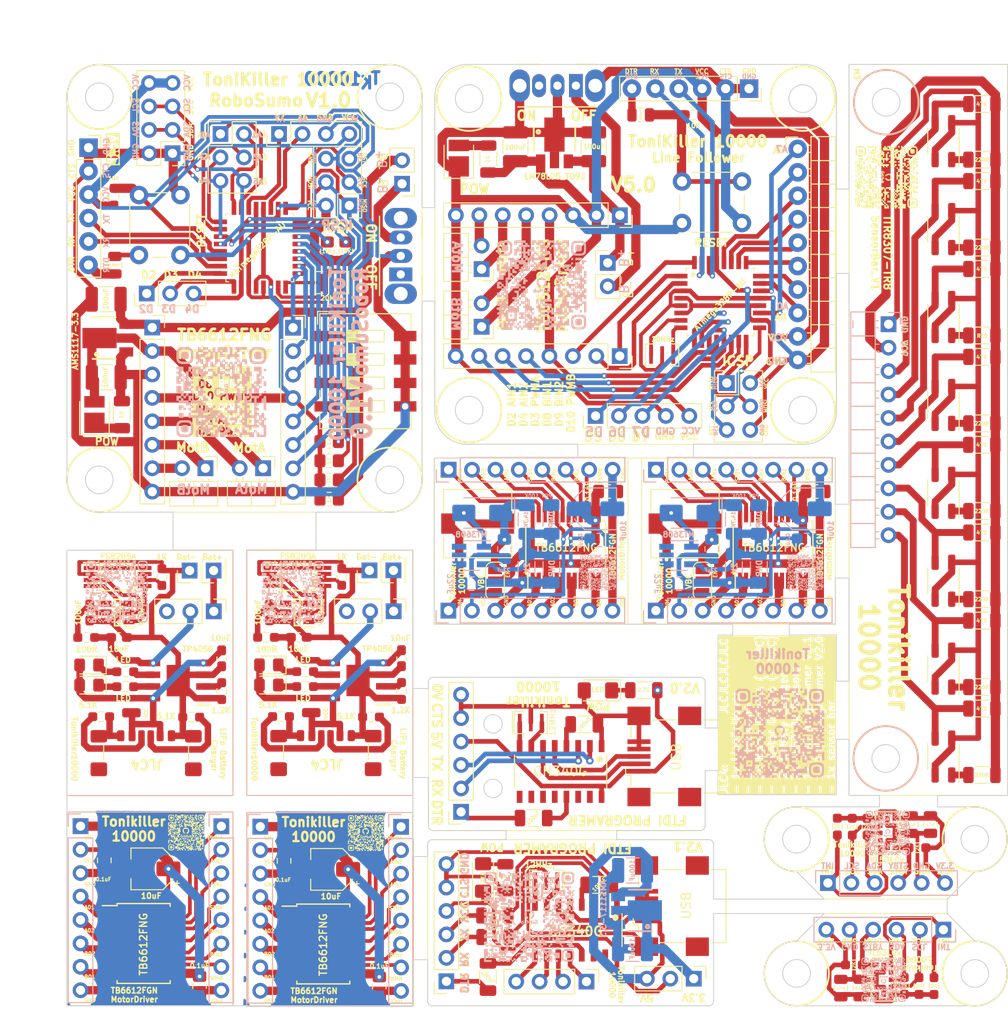
<source format=kicad_pcb>
(kicad_pcb (version 20221018) (generator pcbnew)
  (layers (0 "F.Cu" signal) (31 "B.Cu" signal) (34 "B.Paste" user) (35 "F.Paste" user) (36 "B.SilkS" user "B.Silkscreen") (37 "F.SilkS" user "F.Silkscreen") (38 "B.Mask" user) (39 "F.Mask" user) (44 "Edge.Cuts" user))
  (net 0 "")
  (footprint "Resistor_SMD:R_0805_2012Metric_Pad1.20x1.40mm_HandSolder" (layer "F.Cu") (at 68.13 96.54)
    (fp_text reference "R7" hide)
    (fp_text value "1K")
  )
  (footprint "Connector_PinHeader_2.54mm:PinHeader_1x03_P2.54mm_Vertical" (layer "F.Cu") (at 107.66 148.495 -90)
    (fp_text reference "J3" hide)
    (fp_text value "Conn_01x03_Pin" hide)
  )
  (footprint "Crystal:Resonator_SMD_Murata_CSTxExxV-3Pin_3.0x1.1mm" (layer "F.Cu") (at 104.235 80.9228)
    (fp_text reference "Y1" hide)
    (fp_text value "20MHz")
  )
  (footprint "Connector_Wire:SolderWirePad_1x01_SMD_1x2mm" (layer "F.Cu") (at 46.69 119.69 -90)
    (fp_text reference "VCC")
    (fp_text value "SolderWirePad_1x01_SMD_1x2mm")
  )
  (footprint "Button_Switch_THT:SW_PUSH_6mm" (layer "F.Cu") (at 52.01 63.59 -90)
    (fp_text reference "SW2" hide)
    (fp_text value "RESET")
  )
  (footprint "Connector_PinHeader_2.54mm:PinHeader_1x02_P2.54mm_Horizontal" (layer "F.Cu") (at 84.66 77.865 180)
    (fp_text reference "J7" hide)
    (fp_text value "MotB")
  )
  (footprint "Connector_PinSocket_2.54mm:PinSocket_1x08_P2.54mm_Vertical" (layer "F.Cu") (at 99.635 81.04 -90)
    (fp_text reference "J9" hide)
    (fp_text value "Conn_01x03")
  )
  (footprint "Package_SO:SSOP-24_5.3x8.2mm_P0.65mm" (layer "F.Cu") (at 67.4976 144.741)
    (fp_text reference "U2" hide)
    (fp_text value "TB6612FNG")
  )
  (footprint "DW01A-G:SOT95P280X135-6N" (layer "F.Cu") (at 45.17 108.82 180)
    (fp_text reference "U3" hide)
    (fp_text value "DW01A")
  )
  (footprint "LED_SMD:LED_0805_2012Metric_Pad1.15x1.40mm_HandSolder" (layer "F.Cu") (at 61.595 116.68 180)
    (fp_text reference "D1" hide)
    (fp_text value "LED")
  )
  (footprint "TQFP32_32A_MCH" (layer "F.Cu") (at 60.6072 69.2978 90)
    (fp_text reference "U1" hide)
    (fp_text value "ATmega328P-AU ")
  )
  (footprint "LED_SMD:LED_0805_2012Metric_Pad1.15x1.40mm_HandSolder" (layer "F.Cu") (at 42.097 114.515 180)
    (fp_text reference "D2" hide)
    (fp_text value "LED")
  )
  (footprint "Resistor_SMD:R_0805_2012Metric_Pad1.20x1.40mm_HandSolder" (layer "F.Cu") (at 67.93 69.68 -90)
    (fp_text reference "R11" hide)
    (fp_text value "10K")
  )
  (footprint "Jumper:SolderJumper-3_P1.3mm_Open_RoundedPad1.0x1.5mm_NumberLabels" (layer "F.Cu") (at 86.12 105.42 -90)
    (fp_text reference "JP1" hide)
    (fp_text value "VBC")
  )
  (footprint "Connector_PinHeader_2.54mm:PinHeader_1x02_P2.54mm_Vertical" (layer "F.Cu") (at 98.335 70.94)
    (fp_text reference "J1" hide)
    (fp_text value "BAT" hide)
  )
  (footprint "LED_SMD:LED_0805_2012Metric_Pad1.15x1.40mm_HandSolder" (layer "F.Cu") (at 61.595 114.5 180)
    (fp_text reference "D2" hide)
    (fp_text value "LED")
  )
  (footprint "Capacitor_SMD:C_1210_3225Metric_Pad1.33x2.70mm_HandSolder" (layer "F.Cu") (at 88.33 58.3625 90)
    (fp_text reference "C3" hide)
    (fp_text value "100uF")
  )
  (footprint "LED_SMD:LED_1206_3216Metric_Pad1.42x1.75mm_HandSolder" (layer "F.Cu") (at 97.275 117.265 180)
    (fp_text reference "LED")
    (fp_text value "LED_1206_3216Metric_Pad1.42x1.75mm_HandSolder")
  )
  (footprint "Resistor_SMD:R_1206_3216Metric" (layer "F.Cu") (at 138.90875 119.23 180)
    (fp_text reference "R15" hide)
    (fp_text value "47K")
  )
  (footprint "Resistor_SMD:R_1206_3216Metric" (layer "F.Cu") (at 138.90875 100.155 180)
    (fp_text reference "R7" hide)
    (fp_text value "47K")
  )
  (footprint "Connector_PinHeader_2.54mm:PinHeader_1x03_P2.54mm_Vertical" (layer "F.Cu") (at 48.35 74.26 90)
    (fp_text reference "J8" hide)
    (fp_text value "Conn_01x03_Pin")
  )
  (footprint "Resistor_SMD:R_1206_3216Metric" (layer "F.Cu") (at 45.6578 87.3897 -90)
    (fp_text reference "R1" hide)
    (fp_text value "1K")
  )
  (footprint "78L05:PK(R-PSSO-F3)" (layer "F.Cu") (at 92.56 56.29)
    (fp_text reference "U2" hide)
    (fp_text value "LM78L05_TO92")
  )
  (footprint "Crystal:Resonator_SMD_Murata_CSTxExxV-3Pin_3.0x1.1mm" (layer "F.Cu") (at 68.44 73.08 180)
    (fp_text reference "Y1" hide)
    (fp_text value "20MHz")
  )
  (footprint "Capacitor_SMD:C_1210_3225Metric_Pad1.33x2.70mm_HandSolder" (layer "F.Cu") (at 96.81 58.3625 90)
    (fp_text reference "C2" hide)
    (fp_text value "100uF")
  )
  (footprint "Crystal:Resonator_SMD_Murata_CSTxExxV-3Pin_3.0x1.1mm" (layer "F.Cu") (at 89.995 120.745)
    (fp_text reference "12MHz")
    (fp_text value "Resonator_SMD_Murata_CSTxExxV-3Pin_3.0x1.1mm")
  )
  (footprint "Resistor_SMD:R_0603_1608Metric_Pad0.98x0.95mm_HandSolder" (layer "F.Cu") (at 126.45 132.0375 -90)
    (fp_text reference "R2" hide)
    (fp_text value "2K")
  )
  (footprint "Resistor_SMD:R_0603_1608Metric_Pad0.98x0.95mm_HandSolder" (layer "F.Cu") (at 49.99 104.98 90)
    (fp_text reference "R20" hide)
    (fp_text value "1K")
  )
  (footprint "FS8205A:SOP65P640X120-8N" (layer "F.Cu") (at 64.688 104.965)
    (fp_text reference "U2" hide)
    (fp_text value "FS8205A")
  )
  (footprint "Resistor_SMD:R_1206_3216Metric" (layer "F.Cu") (at 86.1 141.655)
    (fp_text reference "R2" hide)
    (fp_text value "1K")
  )
  (footprint "Jumper:SolderJumper-3_P1.3mm_Open_RoundedPad1.0x1.5mm_NumberLabels" (layer "F.Cu") (at 108.606 105.42 -90)
    (fp_text reference "JP1" hide)
    (fp_text value "VBC")
  )
  (footprint "Capacitor_SMD:C_0805_2012Metric_Pad1.18x1.45mm_HandSolder" (layer "F.Cu") (at 43.75 135.68 90)
    (fp_text reference "C4" hide)
    (fp_text value "0.1uF")
  )
  (footprint "Connector_PinHeader_2.54mm:PinHeader_1x05_P2.54mm_Vertical" (layer "F.Cu") (at 97.0172 87.5228 90)
    (fp_text reference "J2" hide)
    (fp_text value "Conn_01x05")
  )
  (footprint "Resistor_SMD:R_0603_1608Metric_Pad0.98x0.95mm_HandSolder" (layer "F.Cu") (at 46.022 116.865)
    (fp_text reference "R1" hide)
    (fp_text value "1K" hide)
  )
  (footprint "Capacitor_SMD:C_1206_3216Metric" (layer "F.Cu") (at 97.42 138.335)
    (fp_text reference "C4" hide)
    (fp_text value "100nF")
  )
  (footprint "Capacitor_SMD:C_1206_3216Metric" (layer "F.Cu") (at 95.795 120.945 180)
    (fp_text reference "100nF" hide)
    (fp_text value "100nF")
  )
  (footprint "Resistor_SMD:R_0805_2012Metric_Pad1.20x1.40mm_HandSolder" (layer "F.Cu") (at 69.94 69.68 -90)
    (fp_text reference "R12" hide)
    (fp_text value "10K")
  )
  (footprint "Inductor_SMD:L_7.3x7.3_H4.5" (layer "F.Cu") (at 84.23 99.19)
    (fp_text reference "L1" hide)
    (fp_text value "22uH")
  )
  (footprint "Resistor_SMD:R_0603_1608Metric_Pad0.98x0.95mm_HandSolder" (layer "F.Cu") (at 125.03 147.01)
    (fp_text reference "R4" hide)
    (fp_text value "2K")
  )
  (footprint "Connector_PinHeader_2.54mm:PinHeader_1x02_P2.54mm_Horizontal" (layer "F.Cu") (at 60.966186 93.190228 -90)
    (fp_text reference "J7" hide)
    (fp_text value "MotA")
  )
  (footprint "Resistor_SMD:R_1206_3216Metric" (layer "F.Cu") (at 138.90875 69.28 180)
    (fp_text reference "R6" hide)
    (fp_text value "220R")
  )
  (footprint "78L05:PK(R-PSSO-F3)" (layer "F.Cu") (at 42.47875 79.09 90)
    (fp_text reference "U2" hide)
    (fp_text value "AMS1117-3.3")
  )
  (footprint "Resistor_SMD:R_1206_3216Metric" (layer "F.Cu") (at 138.90875 109.705 180)
    (fp_text reference "R11" hide)
    (fp_text value "47K")
  )
  (footprint "Connector_PinHeader_2.54mm:PinHeader_1x03_P2.54mm_Vertical" (layer "F.Cu") (at 75.118 108.685 -90)
    (fp_text reference "SW1" hide)
    (fp_text value "SW_SPDT")
  )
  (footprint "Resistor_SMD:R_1206_3216Metric" (layer "F.Cu") (at 86.12 143.985)
    (fp_text reference "R3" hide)
    (fp_text value "1K")
  )
  (footprint "Capacitor_SMD:CP_Elec_4x5.4" (layer "F.Cu") (at 68.3876 136.656 180)
    (fp_text reference "C3" hide)
    (fp_text value "10uF")
  )
  (footprint "Capacitor_SMD:C_0805_2012Metric" (layer "F.Cu") (at 44.895 71.19 90)
    (fp_text reference "C3" hide)
    (fp_text value "100nF")
  )
  (footprint "LED_SMD:LED_PLCC_2835" (layer "F.Cu") (at 82.185 59.59 90)
    (fp_text reference "D1" hide)
    (fp_text value "POW")
  )
  (footprint "Connector_PinHeader_2.54mm:PinHeader_1x01_P2.54mm_Vertical" (layer "F.Cu") (at 53 104.28 90)
    (fp_text reference "J3" hide)
    (fp_text value "Bat-")
  )
  (footprint "Resistor_SMD:R_0603_1608Metric_Pad0.98x0.95mm_HandSolder" (layer "F.Cu") (at 65.52 115.23)
    (fp_text reference "R2" hide)
    (fp_text value "1K" hide)
  )
  (footprint "Capacitor_SMD:CP_Elec_4x5.4" (layer "F.Cu") (at 48.9 136.6 180)
    (fp_text reference "C3" hide)
    (fp_text value "10uF")
  )
  (footprint "Resistor_SMD:R_0603_1608Metric_Pad0.98x0.95mm_HandSolder" (layer "F.Cu") (at 107.64 54.89)
    (fp_text reference "R1" hide)
    (fp_text value "10K")
  )
  (footprint "Connector_PinSocket_2.54mm:PinSocket_1x08_P2.54mm_Vertical" (layer "F.Cu") (at 48.948586 77.9525)
    (fp_text reference "J20" hide)
    (fp_text value "BAT")
  )
  (footprint "Connector_PinHeader_2.54mm:PinHeader_2x03_P2.54mm_Vertical" (layer "F.Cu") (at 70.32 64.73 180)
    (fp_text reference "J2" hide)
    (fp_text value "ICSP")
  )
  (footprint "Capacitor_SMD:C_0603_1608Metric_Pad1.08x0.95mm_HandSolder" (layer "F.Cu") (at 64.838 111.515)
    (fp_text reference "C3" hide)
    (fp_text value "10uF")
  )
  (footprint "Connector_USB:USB_Mini-B_Wuerth_65100516121_Horizontal" (layer "F.Cu") (at 104.32 124.42 90)
    (fp_text reference "USB")
    (fp_text value "USB_Mini-B_Wuerth_65100516121_Horizontal")
  )
  (footprint "LOGO" (layer "F.Cu") (at 52.612423 132.64)
    (fp_text reference "G***" hide)
    (fp_text value "LOGO" hide)
  )
  (footprint "Resistor_SMD:R_0603_1608Metric_Pad0.98x0.95mm_HandSolder" (layer "F.Cu") (at 41.79 111.53)
    (fp_text reference "R19" hide)
    (fp_text value "100R")
  )
  (footprint "Connector_PinHeader_2.54mm:PinHeader_1x01_P2.54mm_Vertical" (layer "F.Cu") (at 75.098 104.265 90)
    (fp_text reference "J2" hide)
    (fp_text value "Bat+")
  )
  (footprint "Button_Switch_THT:SW_CuK_OS102011MA1QN1_SPDT_Angled" (layer "F.Cu") (at 75.89 72.19 90)
    (fp_text reference "SW1" hide)
    (fp_text value "SW_SPDT" hide)
  )
  (footprint "Capacitor_SMD:C_0805_2012Metric" (layer "F.Cu") (at 101.915 54.91)
    (fp_text reference "C6" hide)
    (fp_text value "100nF")
  )
  (footprint "Capacitor_SMD:C_0805_2012Metric_Pad1.18x1.45mm_HandSolder" (layer "F.Cu") (at 98.38 95.71)
    (fp_text reference "C5" hide)
    (fp_text value "0.1uF")
  )
  (footprint "DW01A-G:SOT95P280X135-6N" (layer "F.Cu") (at 64.668 108.805 180)
    (fp_text reference "U3" hide)
    (fp_text value "DW01A")
  )
  (footprint "Resistor_SMD:R_0805_2012Metric_Pad1.20x1.40mm_HandSolder" (layer "F.Cu") (at 68.13 90.3)
    (fp_text reference "R10" hide)
    (fp_text value "1K")
  )
  (footprint "Button_Switch_SMD:SW_DIP_SPSTx04_Slide_9.78x12.34mm_W8.61mm_P2.54mm" (layer "F.Cu") (at 72.065 82.68)
    (fp_text reference "SW3" hide)
    (fp_text value "SW_DIP_x04")
  )
  (footprint "Package_SO:SSOP-24_5.3x8.2mm_P0.65mm" (layer "F.Cu") (at 116.261 101.78 90)
    (fp_text reference "U2" hide)
    (fp_text value "TB6612FNG")
  )
  (footprint "Resistor_SMD:R_0603_1608Metric_Pad0.98x0.95mm_HandSolder" (layer "F.Cu") (at 124.85 132.0325 -90)
    (fp_text reference "R1" hide)
    (fp_text value "2K")
  )
  (footprint "Connector_PinHeader_2.54mm:PinHeader_1x03_P2.54mm_Vertical" (layer "F.Cu") (at 55.62 108.7 -90)
    (fp_text reference "SW1" hide)
    (fp_text value "SW_SPDT")
  )
  (footprint "Resistor_SMD:R_1206_3216Metric" (layer "F.Cu") (at 102.245 117.245)
    (fp_text reference "2.7K" hide)
    (fp_text value "2.7K")
  )
  (footprint "Resistor_SMD:R_1206_3216Metric" (layer "F.Cu") (at 138.90875 116.905 180)
    (fp_text reference "R9" hide)
    (fp_text value "220R")
  )
  (footprint "Resistor_SMD:R_0603_1608Metric_Pad0.98x0.95mm_HandSolder" (layer "F.Cu") (at 133.71 149.3 90)
    (fp_text reference "R3" hide)
    (fp_text value "2K")
  )
  (footprint "Capacitor_SMD:C_0805_2012Metric_Pad1.18x1.45mm_HandSolder" (layer "F.Cu") (at 54.08 149.29 -90)
    (fp_text reference "C5" hide)
    (fp_text value "0.1uF")
  )
  (footprint "Resistor_SMD:R_0805_2012Metric_Pad1.20x1.40mm_HandSolder" (layer "F.Cu") (at 68.13 92.38)
    (fp_text reference "R9" hide)
    (fp_text value "1K")
  )
  (footprint "Capacitor_SMD:C_1210_3225Metric_Pad1.33x2.70mm_HandSolder" (layer "F.Cu") (at 43.94875 74.88 180)
    (fp_text reference "C1" hide)
    (fp_text value "100uF")
  )
  (footprint "LED_SMD:LED_0805_2012Metric_Pad1.15x1.40mm_HandSolder" (layer "F.Cu") (at 42.097 116.695 180)
    (fp_text reference "D1" hide)
    (fp_text value "LED")
  )
  (footprint "Connector_PinHeader_2.54mm:PinHeader_2x03_P2.54mm_Vertical" (layer "F.Cu") (at 111.245 83.96)
    (fp_text reference "J3" hide)
    (fp_text value "ICSP")
  )
  (footprint "OptoDevice:Everlight_ITR1201SR10AR" (layer "F.Cu") (at 134.73375 124.43 180)
    (fp_text reference "U7" hide)
    (fp_text value "ITR8307")
  )
  (footprint "SOIC127P600X180-16N" (layer "F.Cu") (at 94.8875 143.2375 -90)
    (fp_text reference "U2" hide)
    (fp_text value "CH340G")
  )
  (footprint "Resistor_SMD:R_0603_1608Metric_Pad0.98x0.95mm_HandSolder" (layer "F.Cu") (at 132.09 149.2875 90)
    (fp_text reference "R1" hide)
    (fp_text value "2K")
  )
  (footprint "LOGO" (layer "F.Cu") (at 72.100023 132.696)
    (fp_text reference "G***" hide)
    (fp_text value "LOGO" hide)
  )
  (footprint "Capacitor_SMD:C_0805_2012Metric_Pad1.18x1.45mm_HandSolder" (layer "F.Cu") (at 73.5676 149.346 -90)
    (fp_text reference "C5" hide)
    (fp_text value "0.1uF")
  )
  (footprint "Resistor_SMD:R_0603_1608Metric_Pad0.98x0.95mm_HandSolder" (layer "F.Cu") (at 123.23 132.02 -90)
    (fp_text reference "R3" hide)
    (fp_text value "2K")
  )
  (footprint "Resistor_SMD:R_0603_1608Metric_Pad0.98x0.95mm_HandSolder" (layer "F.Cu") (at 44.8 63.77 -90)
    (fp_text reference "R2" hide)
    (fp_text value "10K")
  )
  (footprint "Capacitor_SMD:C_0805_2012Metric" (layer "F.Cu") (at 123.61 149.52 -90)
    (fp_text reference "C2" hide)
    (fp_text value "4.7uF")
  )
  (footprint "Capacitor_SMD:C_1206_3216Metric" (layer "F.Cu") (at 85.35 148.315 90)
    (fp_text reference "C6" hide)
    (fp_text value "100nF")
  )
  (footprint "Resistor_SMD:R_0603_1608Metric_Pad0.98x0.95mm_HandSolder" (layer "F.Cu") (at 69.488 104.965 90)
    (fp_text reference "R20" hide)
    (fp_text value "1K")
  )
  (footprint "Capacitor_SMD:C_0603_1608Metric_Pad1.08x0.95mm_HandSolder" (layer "F.Cu") (at 56.47 113.79 -90)
    (fp_text reference "C2" hide)
    (fp_text value "10uF")
  )
  (footprint "Connector_PinHeader_2.54mm:PinHeader_1x02_P2.54mm_Horizontal" (layer "F.Cu") (at 84.66 71.615 180)
    (fp_text reference "J6" hide)
    (fp_text value "MotA")
  )
  (footprint "Connector_Wire:SolderWirePad_1x01_SMD_1x2mm" (layer "F.Cu") (at 66.188 119.675 -90)
    (fp_text reference "VCC")
    (fp_text value "SolderWirePad_1x01_SMD_1x2mm")
  )
  (footprint "Capacitor_SMD:C_1210_3225Metric_Pad1.33x2.70mm_HandSolder" (layer "F.Cu") (at 43.95875 83.34)
    (fp_text reference "C2" hide)
    (fp_text value "100uF")
  )
  (footprint "Resistor_SMD:R_1206_3216Metric" (layer "F.Cu") (at 138.90875 78.805 180)
    (fp_text reference "R10")
    (fp_text value "220R")
  )
  (footprint "Capacitor_SMD:C_0603_1608Metric_Pad1.08x0.95mm_HandSolder" (layer "F.Cu") (at 42.17 108.82 -90)
    (fp_text reference "C1" hide)
    (fp_text value "100nF")
  )
  (footprint "Package_SO:SSOP-24_5.3x8.2mm_P0.65mm" (layer "F.Cu") (at 93.775 101.78 90)
    (fp_text reference "U2" hide)
    (fp_text value "TB6612FNG")
  )
  (footprint "Resistor_SMD:R_0805_2012Metric_Pad1.20x1.40mm_HandSolder" (layer "F.Cu") (at 68.13 94.46)
    (fp_text reference "R8" hide)
    (fp_text value "1K")
  )
  (footprint "Connector_PinHeader_2.54mm:PinHeader_1x04_P2.54mm_Vertical" (layer "F.Cu") (at 62.695126 56.974874 90)
    (fp_text reference "J10" hide)
    (fp_text value "Conn_01x04_Pin")
  )
  (footprint "SOIC127P600X180-16N" (layer "F.Cu") (at 93.2225 126.0475 -90)
    (fp_text reference "CH340G")
    (fp_text value "SOIC127P600X180-16N")
  )
  (footprint "Resistor_SMD:R_0603_1608Metric_Pad0.98x0.95mm_HandSolder" (layer "F.Cu") (at 75.978 117.325 90)
    (fp_text reference "R5" hide)
    (fp_text value "1.2K")
  )
  (footprint "Resistor_SMD:R_1206_3216Metric" (layer "F.Cu") (at 138.90875 71.605 180)
    (fp_text reference "R12" hide)
    (fp_text value "47K")
  )
  (footprint "Connector_PinSocket_2.54mm:PinSocket_1x06_P2.54mm_Vertical" (layer "F.Cu") (at 80.84 148.785 180)
    (fp_text reference "J4" hide)
    (fp_text value "Conn_01x06_Pin" hide)
  )
  (footprint "Capacitor_SMD:C_0603_1608Metric_Pad1.08x0.95mm_HandSolder" (layer "F.Cu") (at 75.968 113.775 -90)
    (fp_text reference "C2" hide)
    (fp_text value "10uF")
  )
  (footprint "Capacitor_SMD:C_0805_2012Metric" (layer "F.Cu") (at 131.24 131.81 90)
    (fp_text reference "C1" hide)
    (fp_text value "0.1uF")
  )
  (footprint "Connector_PinSocket_2.54mm:PinSocket_1x08_P2.54mm_Vertical" (layer "F.Cu") (at 64.213586 77.9675)
    (fp_text reference "J21" hide)
    (fp_text value "Conn_01x03")
  )
  (footprint "Connector_PinSocket_2.54mm:PinSocket_1x06_P2.54mm_Vertical" (layer "F.Cu") (at 42.04 58.46)
    (fp_text reference "J5" hide)
    (fp_text value "Conn_01x06_MountingPin")
  )
  (footprint "Resistor_SMD:R_1206_3216Metric" (layer "F.Cu") (at 138.90875 126.43 180)
    (fp_text reference "R13" hide)
    (fp_text value "220R")
  )
  (footprint "LOGO" (layer "F.Cu") (at 128.61875 61.725 -90)
    (fp_text reference "G***" hide)
    (fp_text value "LOGO" hide)
  )
  (footprint "Connector_USB:USB_C_Receptacle_GCT_USB4135-GF-A_6P_TopMnt_Horizontal" (layer "F.Cu") (at 67.778 125.1975)
    (fp_text reference "J1" hide)
    (fp_text value "USB_C_Receptacle_PowerOnly_6P")
  )
  (footprint "Resistor_SMD:R_0603_1608Metric_Pad0.98x0.95mm_HandSolder" (layer "F.Cu") (at 53.17 120.16)
    (fp_text reference "R6" hide)
    (fp_text value "5.1K")
  )
  (footprint "Resistor_SMD:R_1206_3216Metric" (layer "F.Cu") (at 138.89625 90.655 180)
    (fp_text reference "R3" hide)
    (fp_text value "47K")
  )
  (footprint "Connector_PinSocket_2.54mm:PinSocket_1x06_P2.54mm_Vertical" (layer "F.Cu") (at 82.4325 130.425 180)
    (fp_text reference "REF**" hide)
    (fp_text value "PinSocket_1x06_P2.54mm_Vertical")
  )
  (footprint "Connector_PinHeader_2.54mm:PinHeader_1x01_P2.54mm_Vertical" (layer "F.Cu") (at 55.6 104.28 90)
    (fp_text reference "J2" hide)
    (fp_text value "Bat+")
  )
  (footprint "Capacitor_SMD:C_0603_1608Metric_Pad1.08x0.95mm_HandSolder" (layer "F.Cu") (at 45.34 111.53)
    (fp_text reference "C3" hide)
    (fp_text value "10uF")
  )
  (footprint "Resistor_SMD:R_1206_3216Metric" (layer "F.Cu") (at 138.90875 53.73 180)
    (fp_text reference "R4" hide)
    (fp_text value "47K")
  )
  (footprint "TQFP32_32A_MCH" (layer "F.Cu") (at 110.535 75.1728)
    (fp_text reference "U1" hide)
    (fp_text value "ATmega328P-AU ")
  )
  (footprint "Button_Switch_THT:SW_CuK_OS102011MA1QN1_SPDT_Angled" (layer "F.Cu") (at 94.885 51.74 180)
    (fp_text reference "SW2" hide)
    (fp_text value "SW_SPDT" hide)
  )
  (footprint "OptoDevice:Everlight_ITR1201SR10AR" (layer "F.Cu") (at 134.73375 95.855 180)
    (fp_text reference "U1" hide)
    (fp_text value "ITR8307")
  )
  (footprint "Connector_USB:USB_Mini-B_Wuerth_65100516121_Horizontal" (layer "F.Cu") (at 105.15 140.635 90)
    (fp_text reference "J1" hide)
    (fp_text value "USB")
  )
  (footprint "FS8205A:SOP65P640X120-8N" (layer "F.Cu") (at 45.19 104.98)
    (fp_text reference "U2" hide)
    (fp_text value "FS8205A")
  )
  (footprint "Resistor_SMD:R_0603_1608Metric_Pad0.98x0.95mm_HandSolder" (layer "F.Cu") (at 46.022 115.245)
    (fp_text reference "R2" hide)
    (fp_text value "1K" hide)
  )
  (footprint "Crystal:Resonator_SMD_Murata_CSTxExxV-3Pin_3.0x1.1mm" (layer "F.Cu") (at 91.66 137.935 180)
    (fp_text reference "Y1" hide)
    (fp_text value "12MHz")
  )
  (footprint "Connector_PinHeader_2.54mm:PinHeader_1x04_P2.54mm_Vertical" (layer "F.Cu") (at 96.03 148.815 -90)
    (fp_text reference "J2" hide)
    (fp_text value "PINS")
  )
  (footprint "OptoDevice:Everlight_ITR1201SR10AR" (layer "F.Cu") (at 134.73375 67.28 180)
    (fp_text reference "U4" hide)
    (fp_text value "ITR8307")
  )
  (footprint "OptoDevice:Everlight_ITR1201SR10AR" (layer "F.Cu") (at 134.73375 114.905 180)
    (fp_text reference "U5" hide)
    (fp_text value "ITR8307")
  )
  (footprint "TP4056:SOIC127P600X175-9N" (layer "F.Cu") (at 71.26 116.19 180)
    (fp_text reference "U1" hide)
    (fp_text value "TP4056")
  )
  (footprint "Resistor_SMD:R_0603_1608Metric_Pad0.98x0.95mm_HandSolder" (layer "F.Cu") (at 43.41 120.11 180)
    (fp_text reference "R7" hide)
    (fp_text value "5.1K")
  )
  (footprint "Capacitor_SMD:C_0805_2012Metric" (layer "F.Cu") (at 125.7 149.51 -90)
    (fp_text reference "C1" hide)
    (fp_text value "0.1uF")
  )
  (footprint "Resistor_SMD:R_0603_1608Metric_Pad0.98x0.95mm_HandSolder" (layer "F.Cu") (at 56.48 117.34 90)
    (fp_text reference "R5" hide)
    (fp_text value "1.2K")
  )
  (footprint "Capacitor_SMD:C_1206_3216Metric" (layer "F.Cu") (at 90.295 131.095 180)
    (fp_text reference "100nF")
    (fp_text value "C_1206_3216Metric")
  )
  (footprint "Resistor_SMD:R_1206_3216Metric" (layer "F.Cu") (at 138.90875 107.38 180)
    (fp_text reference "R5" hide)
    (fp_text value "220R")
  )
  (footprint "Resistor_SMD:R_1206_3216Metric" (layer "F.Cu") (at 138.90875 81.13 180)
    (fp_text reference "R16" hide)
    (fp_text value "47K")
  )
  (footprint "Capacitor_SMD:C_0805_2012Metric_Pad1.18x1.45mm_HandSolder" (layer "F.Cu") (at 63.2376 135.736 90)
    (fp_text reference "C4" hide)
    (fp_text value "0.1uF")
  )
  (footprint "Inductor_SMD:L_7.3x7.3_H4.5" (layer "F.Cu") (at 106.716 99.19)
    (fp_text reference "L1" hide)
    (fp_text value "22uH")
  )
  (footprint "Resistor_SMD:R_1206_3216Metric" (layer "F.Cu") (at 138.90875 88.33 180)
    (fp_text reference "R14" hide)
    (fp_text value "220R")
  )
  (footprint "LED_SMD:LED_PLCC_2835" (layer "F.Cu") (at 42.67875 87.37 90)
    (fp_text reference "D1" hide)
    (fp_text value "POW")
  )
  (footprint "Resistor_SMD:R_0603_1608Metric_Pad0.98x0.95mm_HandSolder" (layer "F.Cu") (at 130.49 149.2825 90)
    (fp_text reference "R2" hide)
    (fp_text value "2K")
  )
  (footprint "Resistor_SMD:R_1206_3216Metric" (layer "F.Cu") (at 138.90875 62.08 180)
    (fp_text reference "R8" hide)
    (fp_text value "47K")
  )
  (footprint "OptoDevice:Everlight_ITR1201SR10AR" (layer "F.Cu") (at 134.73375 76.805 180)
    (fp_text reference "U6" hide)
    (fp_text value "ITR8307")
  )
  (footprint "Resistor_SMD:R_1206_3216Metric" (layer "F.Cu") (at 138.90875 59.755 180)
    (fp_text reference "R2" hide)
    (fp_text value "220R")
  )
  (footprint "Capacitor_SMD:C_0603_1608Metric_Pad1.08x0.95mm_HandSolder" (layer "F.Cu") (at 61.668 108.805 -90)
    (fp_text reference "C1" hide)
    (fp_text value "100nF")
  )
  (footprint "OptoDevice:Everlight_ITR1201SR10AR" (layer "F.Cu") (at 134.73375 105.38 180)
    (fp_text reference "U3" hide)
    (fp_text value "ITR8307")
  )
  (footprint "Connector_PinHeader_2.54mm:PinHeader_1x10_P2.54mm_Horizontal" (layer "F.Cu") (at 118.935 58.59)
    (fp_text reference "J5" hide)
    (fp_text value "Conn_01x10")
  )
  (footprint "Capacitor_SMD:C_0805_2012Metric_Pad1.18x1.45mm_HandSolder" (layer "F.Cu") (at 120.866 95.71)
    (fp_text reference "C5" hide)
    (fp_text value "0.1uF")
  )
  (footprint "Connector_PinHeader_2.54mm:PinHeader_1x01_P2.54mm_Vertical" (layer "F.Cu") (at 72.498 104.265 90)
    (fp_text reference "J3" hide)
    (fp_text value "Bat-")
  )
  (footprint "TP4056:SOIC127P600X175-9N" (layer "F.Cu") (at 51.762 116.205 180)
    (fp_text reference "U1" hide)
    (fp_text value "TP4056")
  )
  (footprint "Connector_PinSocket_2.54mm:PinSocket_1x08_P2.54mm_Vertical" (layer "F.Cu") (at 99.65 65.775 -90)
    (fp_text reference "J8" hide)
    (fp_text value "BAT")
  )
  (footprint "Resistor_SMD:R_0603_1608Metric_Pad0.98x0.95mm_HandSolder" (layer "F.Cu") (at 65.52 116.85)
    (fp_text reference "R1" hide)
    (fp_text value "1K" hide)
  )
  (footprint "Resistor_SMD:R_1206_3216Metric" (layer "F.Cu") (at 138.90875 97.83 180)
    (fp_text reference "R1" hide)
    (fp_text value "220R")
  )
  (footprint "Connector_USB:USB_C_Receptacle_GCT_USB4135-GF-A_6P_TopMnt_Horizontal" (layer "F.Cu") (at 48.28 125.2125)
    (fp_text reference "J1" hide)
    (fp_text value "USB_C_Receptacle_PowerOnly_6P")
  )
  (footprint "LED_SMD:LED_1206_3216Metric_Pad1.42x1.75mm_HandSolder" (layer "F.Cu") (at 84.82 137.535 90)
    (fp_text reference "D1" hide)
    (fp_text value "RED")
  )
  (footprint "Package_SO:SSOP-24_5.3x8.2mm_P0.65mm" (layer "F.Cu") (at 48.01 144.685)
    (fp_text reference "U2" hide)
    (fp_text value "TB6612FNG")
  )
  (footprint "Resistor_SMD:R_0603_1608Metric_Pad0.98x0.95mm_HandSolder" (layer "F.Cu") (at 72.668 120.145)
    (fp_text reference "R6" hide)
    (fp_text value "5.1K")
  )
  (footprint "Connector_PinHeader_2.54mm:PinHeader_2x03_P2.54mm_Vertical" (layer "F.Cu") (at 56.345126 56.974874)
    (fp_text reference "J4" hide)
    (fp_text value "ICSP" hide)
  )
  (footprint "Connector_PinSocket_2.54mm:PinSocket_1x06_P2.54mm_Vertical" (layer "F.Cu") (at 113.655 52.06 -90)
    (fp_text reference "J4" hide)
    (fp_text value "Conn_01x06_MountingPin")
  )
  (footprint "Resistor_SMD:R_0603_1608Metric_Pad0.98x0.95mm_HandSolder" (layer "F.Cu") (at 61.288 111.515)
    (fp_text reference "R19" hide)
    (fp_text value "100R")
  )
  (footprint "Resistor_SMD:R_0603_1608Metric_Pad0.98x0.95mm_HandSolder" (layer "F.Cu") (at 62.908 120.095 180)
    (fp_text reference "R7" hide)
    (fp_text value "5.1K")
  )
  (footprint "OptoDevice:Everlight_ITR1201SR10AR" (layer "F.Cu") (at 134.73375 57.755 180)
    (fp_text reference "U2" hide)
    (fp_text value "ITR8307")
  )
  (footprint "Connector_PinHeader_2.54mm:PinHeader_1x02_P2.54mm_Horizontal" (layer "F.Cu") (at 54.716186 93.190228 -90)
    (fp_text reference "J6" hide)
    (fp_text value "MotB")
  )
  (footprint "VL53L0X" (layer "F.Cu") (at 128.26 148.61 -90)
    (fp_text reference "U1" hide)
    (fp_text value "VL53L0x")
  )
  (footprint "Capacitor_SMD:C_0805_2012Metric" (layer "F.Cu") (at 133.33 131.8 90)
    (fp_text reference "C2" hide)
    (fp_text value "4.7uF")
  )
  (footprint "Button_Switch_THT:SW_PUSH_6mm" (layer "F.Cu") (at 106.3872 62.1228)
    (fp_text reference "SW1" hide)
    (fp_text value "RESET")
  )
  (footprint "Connector_PinHeader_2.54mm:PinHeader_2x04_P2.54mm_Vertical" (layer "F.Cu") (at 51.145 59.07 180)
    (fp_text reference "J9" hide)
    (fp_text value "I2C_Sensors" hide)
  )
  (footprint "OptoDevice:Everlight_ITR1201SR10AR" (layer "F.Cu") (at 134.73375 86.33 180)
    (fp_text reference "U8" hide)
    (fp_text value "ITR8307")
  )
  (footprint "Resistor_SMD:R_1206_3216Metric" (layer "F.Cu") (at 85.385 59.69 -90)
    (fp_text reference "R2" hide)
    (fp_text value "1K")
  )
  (footprint "Resistor_SMD:R_1206_3216Metric" (layer "F.Cu") (at 87.24 137.565 90)
    (fp_text reference "R1" hide)
    (fp_text value "1K")
  )
  (footprint "VL53L0X" (layer "F.Cu") (at 128.68 132.71 90)
    (fp_text reference "U1" hide)
    (fp_text value "VL53L0x")
  )
  (footprint "Connector_PinHeader_2.54mm:PinHeader_1x02_P2.54mm_Vertical" (layer "F.Cu") (at 76.03 62.37 180)
    (fp_text reference "J1" hide)
    (fp_text value "BAT" hide)
  )
  (footprint "Resistor_SMD:R_0603_1608Metric_Pad0.98x0.95mm_HandSolder" (layer "F.Cu") (at 131.91 134.31 180)
    (fp_text reference "R4" hide)
    (fp_text value "2K")
  )
  (footprint "LOGO" (layer "B.Cu") (at 128.234874 148.605126)
    (fp_text reference "G***" hide)
    (fp_text value "LOGO" hide)
  )
  (footprint "Capacitor_SMD:C_0805_2012Metric_Pad1.18x1.45mm_HandSolder" (layer "B.Cu") (at 97.43 100.98)
    (fp_text reference "C4" hide)
    (fp_text value "0.1uF")
  )
  (footprint "Connector_PinSocket_2.54mm:PinSocket_1x08_P2.54mm_Vertical" (layer "B.Cu") (at 41.1724 131.974 180)
    (fp_text reference "J1" hide)
    (fp_text value "Conn_01x08_Pin")
  )
  (footprint "LOGO" (layer "B.Cu") (at 64.223161 106.534197 180)
    (fp_text reference "G***" hide)
    (fp_text value "LOGO" hide)
  )
  (footprint "LOGO" (layer "B.Cu") (at 128.705126 132.714874 180)
    (fp_text reference "G***" hide)
    (fp_text value "LOGO" hide)
  )
  (footprint "LOGO" (layer "B.Cu") (at 97.257268 104.492422 -90)
    (fp_text reference "G***" hide)
    (fp_text value "LOGO" hide)
  )
  (footprint "Resistor_SMD:R_1206_3216Metric_Pad1.30x1.75mm_HandSolder" (layer "B.Cu") (at 112.016 104.04 -90)
    (fp_text reference "R2" hide)
    (fp_text value "2K")
  )
  (footprint "Connector_PinSocket_2.54mm:PinSocket_1x08_P2.54mm_Vertical" (layer "B.Cu") (at 60.66 132.03 180)
    (fp_text reference "J1" hide)
    (fp_text value "Conn_01x08_Pin")
  )
  (footprint "Connector_PinSocket_2.54mm:PinSocket_1x08_P2.54mm_Vertical" (layer "B.Cu") (at 103.565 93.3526 -90)
    (fp_text reference "J2" hide)
    (fp_text value "Conn_01x08_Pin")
  )
  (footprint "Capacitor_SMD:C_0805_2012Metric_Pad1.18x1.45mm_HandSolder" (layer "B.Cu") (at 87.13 101.94 -90)
    (fp_text reference "C2" hide)
    (fp_text value "22uF")
  )
  (footprint "LOGO" (layer "B.Cu") (at 119.743268 104.492422 -90)
    (fp_text reference "G***" hide)
    (fp_text value "LOGO" hide)
  )
  (footprint "Resistor_SMD:R_1206_3216Metric_Pad1.30x1.75mm_HandSolder" (layer "B.Cu") (at 112.016 98.74 90)
    (fp_text reference "R1" hide)
    (fp_text value "14.7K")
  )
  (footprint "Resistor_SMD:R_1206_3216Metric_Pad1.30x1.75mm_HandSolder" (layer "B.Cu") (at 114.716 104.04 -90)
    (fp_text reference "R3" hide)
    (fp_text value "DNP")
  )
  (footprint "Capacitor_SMD:CP_Elec_4x5.4" (layer "B.Cu") (at 119.516 97.59)
    (fp_text reference "C3" hide)
    (fp_text value "10uF")
  )
  (footprint "Capacitor_SMD:C_0805_2012Metric_Pad1.18x1.45mm_HandSolder" (layer "B.Cu") (at 106.0536 105.6952)
    (fp_text reference "C1" hide)
    (fp_text value "22uF")
  )
  (footprint "Package_TO_SOT_SMD:SOT-23-6_Handsoldering" (layer "B.Cu") (at 83.5676 102.6472 180)
    (fp_text reference "U1" hide)
    (fp_text value "MT3608")
  )
  (footprint "Connector_PinHeader_2.54mm:PinHeader_1x06_P2.54mm_Vertical" (layer "B.Cu") (at 122.21 138.13 -90)
    (fp_text reference "J1" hide)
    (fp_text value "Conn_01x06_Pin" hide)
  )
  (footprint "Capacitor_SMD:C_0805_2012Metric_Pad1.18x1.45mm_HandSolder" (layer "B.Cu") (at 119.916 100.98)
    (fp_text reference "C4" hide)
    (fp_text value "0.1uF")
  )
  (footprint "Resistor_SMD:R_1206_3216Metric_Pad1.30x1.75mm_HandSolder" (layer "B.Cu") (at 92.23 98.74 -90)
    (fp_text reference "R4" hide)
    (fp_text value "DNP")
  )
  (footprint "Connector_PinSocket_2.54mm:PinSocket_1x08_P2.54mm_Vertical" (layer "B.Cu") (at 103.55 108.6176 -90)
    (fp_text reference "J1" hide)
    (fp_text value "Conn_01x08_Pin")
  )
  (footprint "Resistor_SMD:R_1206_3216Metric_Pad1.30x1.75mm_HandSolder" (layer "B.Cu") (at 92.23 104.04 -90)
    (fp_text reference "R3" hide)
    (fp_text value "DNP")
  )
  (footprint "LOGO" (layer "B.Cu") (at 56.374182 84.962351 -90)
    (fp_text reference "G***" hide)
    (fp_text value "LOGO" hide)
  )
  (footprint "LOGO" (layer "B.Cu") (at 91.082846 73.220705 180)
    (fp_text reference "G***" hide)
    (fp_text value "LOGO" hide)
  )
  (footprint "Diode_SMD:D_SMA" (layer "B.Cu") (at 107.216 98.04 180)
    (fp_text reference "D1" hide)
    (fp_text value "SS34_C183891" hide)
  )
  (footprint "Connector_PinHeader_2.54mm:PinHeader_1x06_P2.54mm_Vertical" (layer "B.Cu") (at 134.73 143.19 90)
    (fp_text reference "J1" hide)
    (fp_text value "Conn_01x06_Pin" hide)
  )
  (footprint "Package_TO_SOT_SMD:SOT-23-6_Handsoldering" (layer "B.Cu") (at 106.0536 102.6472 180)
    (fp_text reference "U1" hide)
    (fp_text value "MT3608")
  )
  (footprint "Connector_PinSocket_2.54mm:PinSocket_1x08_P2.54mm_Vertical" (layer "B.Cu") (at 81.064 108.6176 -90)
    (fp_text reference "J1" hide)
    (fp_text value "Conn_01x08_Pin")
  )
  (footprint "Resistor_SMD:R_1206_3216Metric_Pad1.30x1.75mm_HandSolder" (layer "B.Cu") (at 89.53 98.74 90)
    (fp_text reference "R1" hide)
    (fp_text value "14.7K")
  )
  (footprint "LOGO" (layer "B.Cu") (at 45.123161 106.494197 180)
    (fp_text reference "G***" hide)
    (fp_text value "LOGO" hide)
  )
  (footprint "Capacitor_SMD:CP_Elec_4x5.4" (layer "B.Cu") (at 97.03 97.59)
    (fp_text reference "C3" hide)
    (fp_text value "10uF")
  )
  (footprint "Capacitor_SMD:C_1210_3225Metric_Pad1.33x2.70mm_HandSolder" (layer "B.Cu") (at 101.02 145.265 180)
    (fp_text reference "C5" hide)
    (fp_text value "100uF")
  )
  (footprint "Diode_SMD:D_SMA" (layer "B.Cu") (at 84.73 98.04 180)
    (fp_text reference "D1" hide)
    (fp_text value "SS34_C183891" hide)
  )
  (footprint "Resistor_SMD:R_1206_3216Metric_Pad1.30x1.75mm_HandSolder" (layer "B.Cu") (at 114.716 98.74 -90)
    (fp_text reference "R4" hide)
    (fp_text value "DNP")
  )
  (footprint "Connector_PinSocket_2.54mm:PinSocket_1x08_P2.54mm_Vertical" (layer "B.Cu") (at 56.4374 131.989 180)
    (fp_text reference "J2" hide)
    (fp_text value "Conn_01x08_Pin")
  )
  (footprint "78L05:PK(R-PSSO-F3)" (layer "B.Cu") (at 103.11 141.105 90)
    (fp_text reference "U1" hide)
    (fp_text value "AMS1117-3.3")
  )
  (footprint "Capacitor_SMD:C_0805_2012Metric_Pad1.18x1.45mm_HandSolder" (layer "B.Cu") (at 83.5676 105.6952)
    (fp_text reference "C1" hide)
    (fp_text value "22uF")
  )
  (footprint "LOGO" (layer "B.Cu") (at 89.81 141.725 180)
    (fp_text reference "G***" hide)
    (fp_text value "LOGO" hide)
  )
  (footprint "Connector_PinSocket_2.54mm:PinSocket_1x08_P2.54mm_Vertical" (layer "B.Cu") (at 81.079 93.3526 -90)
    (fp_text reference "J2" hide)
    (fp_text value "Conn_01x08_Pin")
  )
  (footprint "Capacitor_SMD:C_1210_3225Metric_Pad1.33x2.70mm_HandSolder" (layer "B.Cu") (at 101.03 136.775 180)
    (fp_text reference "C3" hide)
    (fp_text value "100uF")
  )
  (footprint "Resistor_SMD:R_1206_3216Metric_Pad1.30x1.75mm_HandSolder" (layer "B.Cu") (at 89.53 104.04 -90)
    (fp_text reference "R2" hide)
    (fp_text value "2K")
  )
  (footprint "Connector_PinSocket_2.54mm:PinSocket_1x08_P2.54mm_Vertical" (layer "B.Cu") (at 75.925 132.045 180)
    (fp_text reference "J2" hide)
    (fp_text value "Conn_01x08_Pin")
  )
  (footprint "Connector_PinHeader_2.54mm:PinHeader_1x10_P2.54mm_Horizontal" (layer "B.Cu") (at 128.78375 77.59 180)
    (fp_text reference "J1" hide)
    (fp_text value "Conn_01x10_Pin")
  )
  (footprint "LOGO" (layer "B.Cu") (at 117 121.83 180)
    (fp_text reference "G***" hide)
    (fp_text value "LOGO" hide)
  )
  (footprint "Capacitor_SMD:C_0805_2012Metric_Pad1.18x1.45mm_HandSolder" (layer "B.Cu") (at 109.616 101.94 -90)
    (fp_text reference "C2" hide)
    (fp_text value "22uF")
  )
  (gr_rect (start 39.7 130.44) (end 57.7 151.44) (stroke (width 0.1)) (fill none) (layer "B.SilkS"))
  (gr_rect (start 39.7 102.0746) (end 57.7 128.66) (stroke (width 0.1)) (fill none) (layer "B.SilkS"))
  (gr_rect (start 59.198 102.0596) (end 77.198 128.645) (stroke (width 0.1)) (fill none) (layer "B.SilkS"))
  (gr_circle (center 128.475 124.635) (end 131.975 124.635) (stroke (width 0.2)) (fill none) (layer "B.SilkS"))
  (gr_rect (start 59.1876 130.496) (end 77.1876 151.496) (stroke (width 0.1)) (fill none) (layer "B.SilkS"))
  (gr_circle (center 128.525 53.535) (end 125.025 53.535) (stroke (width 0.2)) (fill none) (layer "B.SilkS"))
  (gr_circle (center 74.7 52.95) (end 74.7 56.45) (stroke (width 0.2)) (fill none) (layer "F.SilkS"))
  (gr_line (start 79.53 92.09) (end 123.02 92.09) (stroke (width 0.1)) (layer "F.SilkS"))
  (gr_circle (center 119.485 86.89) (end 122.985 86.89) (stroke (width 0.2)) (fill none) (layer "F.SilkS"))
  (gr_circle (center 43.2 52.95) (end 43.2 56.45) (stroke (width 0.2)) (fill none) (layer "F.SilkS"))
  (gr_circle (center 138.14 147.94) (end 138.14 144.44) (stroke (width 0.2)) (fill none) (layer "F.SilkS"))
  (gr_rect (start 79.53 92.09) (end 100.53 110.09) (stroke (width 0.1)) (fill none) (layer "F.SilkS"))
  (gr_circle (center 128.5 124.64) (end 132 124.64) (stroke (width 0.2)) (fill none) (layer "F.SilkS"))
  (gr_rect (start 39.7 130.44) (end 57.7 151.44) (stroke (width 0.1)) (fill none) (layer "F.SilkS"))
  (gr_rect (start 39.7 102.0746) (end 57.7 128.66) (stroke (width 0.1)) (fill none) (layer "F.SilkS"))
  (gr_circle (center 119.485 53.14) (end 122.985 53.14) (stroke (width 0.2)) (fill none) (layer "F.SilkS"))
  (gr_circle (center 74.7 94.45) (end 74.7 97.95) (stroke (width 0.2)) (fill none) (layer "F.SilkS"))
  (gr_rect (start 124.5 49.44) (end 141.7 128.64) (stroke (width 0.1)) (fill none) (layer "F.SilkS"))
  (gr_circle (center 118.8 133.38) (end 118.8 136.88) (stroke (width 0.2)) (fill none) (layer "F.SilkS"))
  (gr_line (start 135.14 139.88) (end 121.8 139.88) (stroke (width 0.1)) (layer "F.SilkS"))
  (gr_rect (start 59.1876 130.496) (end 77.1876 151.496) (stroke (width 0.1)) (fill none) (layer "F.SilkS"))
  (gr_line (start 78.81 133.935) (end 78.81 150.935) (stroke (width 0.1)) (layer "F.SilkS"))
  (gr_line (start 78.2 94.45) (end 78.2 52.95) (stroke (width 0.1)) (layer "F.SilkS"))
  (gr_circle (center 83.305 53.14) (end 86.805 53.14) (stroke (width 0.2)) (fill none) (layer "F.SilkS"))
  (gr_line (start 108.395 132.45) (end 79.395 132.45) (stroke (width 0.1)) (layer "F.SilkS"))
  (gr_circle (center 43.2 94.45) (end 43.2 97.95) (stroke (width 0.2)) (fill none) (layer "F.SilkS"))
  (gr_line (start 79.585 87.09) (end 79.585 52.94) (stroke (width 0.1)) (layer "F.SilkS"))
  (gr_line (start 121.8 141.44) (end 135.14 141.44) (stroke (width 0.1)) (layer "F.SilkS"))
  (gr_line (start 77.24 151.44) (end 77.2 102.06) (stroke (width 0.1)) (layer "F.SilkS"))
  (gr_line (start 123.02 110.09) (end 79.53 110.09) (stroke (width 0.1)) (layer "F.SilkS"))
  (gr_circle (center 118.81 147.93) (end 118.81 144.43) (stroke (width 0.2)) (fill none) (layer "F.SilkS"))
  (gr_circle (center 138.13 133.39) (end 138.13 136.89) (stroke (width 0.2)) (fill none) (layer "F.SilkS"))
  (gr_line (start 119.635 90.59) (end 83.085 90.59) (stroke (width 0.1)) (layer "F.SilkS"))
  (gr_circle (center 128.55 53.54) (end 125.05 53.54) (stroke (width 0.2)) (fill none) (layer "F.SilkS"))
  (gr_line (start 78.895 116.34) (end 78.895 131.95) (stroke (width 0.1)) (layer "F.SilkS"))
  (gr_line (start 109.31 133.435) (end 79.31 133.435) (stroke (width 0.1)) (layer "F.SilkS"))
  (gr_line (start 123.135 52.94) (end 123.135 87.09) (stroke (width 0.1)) (layer "F.SilkS"))
  (gr_rect (start 59.198 102.0596) (end 77.198 128.645) (stroke (width 0.1)) (fill none) (layer "F.SilkS"))
  (gr_circle (center 83.305 86.89) (end 86.805 86.89) (stroke (width 0.2)) (fill none) (layer "F.SilkS"))
  (gr_line (start 66.71 97.95) (end 51.2 97.95) (stroke (width 0.1)) (layer "F.SilkS"))
  (gr_rect (start 102.016 92.09) (end 123.016 110.09) (stroke (width 0.1)) (fill none) (layer "F.SilkS"))
  (gr_line (start 123.02 110.09) (end 123.02 105.09) (stroke (width 0.1)) (layer "Edge.Cuts"))
  (gr_line (start 51.2 102.07) (end 39.7 102.07) (stroke (width 0.1)) (layer "Edge.Cuts"))
  (gr_line (start 124.5 97.09) (end 124.5 72.09) (stroke (width 0.1)) (layer "Edge.Cuts"))
  (gr_arc (start 115.3 133.38) (mid 116.325097 130.905097) (end 118.8 129.88) (stroke (width 0.1)) (layer "Edge.Cuts"))
  (gr_line (start 123.12 111.26) (end 123.12 116.26) (stroke (width 0.1)) (layer "Edge.Cuts"))
  (gr_line (start 118.8 136.88) (end 121.8 139.88) (stroke (width 0.1)) (layer "Edge.Cuts"))
  (gr_line (start 108.895 131.95) (end 108.9 125.95) (stroke (width 0.1)) (layer "Edge.Cuts"))
  (gr_line (start 118.02 110.09) (end 118.02 111.26) (stroke (width 0.1)) (layer "Edge.Cuts"))
  (gr_line (start 135.14 139.88) (end 135.14 141.44) (stroke (width 0.1)) (layer "Edge.Cuts"))
  (gr_line (start 107.63 90.59) (end 107.63 92.09) (stroke (width 0.1)) (layer "Edge.Cuts"))
  (gr_arc (start 108.395 115.84) (mid 108.748524 115.986476) (end 108.895 116.34) (stroke (width 0.1)) (layer "Edge.Cuts"))
  (gr_line (start 123.02 105.09) (end 124.5 105.09) (stroke (width 0.1)) (layer "Edge.Cuts"))
  (gr_line (start 110.29 121.34) (end 110.29 111.26) (stroke (width 0.1)) (layer "Edge.Cuts"))
  (gr_arc (start 109.81 150.935) (mid 109.663553 151.288553) (end 109.31 151.435) (stroke (width 0.1)) (layer "Edge.Cuts"))
  (gr_line (start 123.11 128.56) (end 123.11 122.56) (stroke (width 0.1)) (layer "Edge.Cuts"))
  (gr_line (start 123.135 87.09) (end 123.13 72.09) (stroke (width 0.1)) (layer "Edge.Cuts"))
  (gr_line (start 79.585 75.09) (end 78.205 75.09) (stroke (width 0.1)) (layer "Edge.Cuts"))
  (gr_arc (start 79.585 52.94) (mid 80.610126 50.465126) (end 83.085 49.44) (stroke (width 0.1)) (layer "Edge.Cuts"))
  (gr_line (start 110.29 111.26) (end 111.88 111.27) (stroke (width 0.1)) (layer "Edge.Cuts"))
  (gr_line (start 79.31 133.435) (end 87.31 133.43) (stroke (width 0.1)) (layer "Edge.Cuts"))
  (gr_line (start 39.7 52.95) (end 39.7 94.45) (stroke (width 0.1)) (layer "Edge.Cuts"))
  (gr_line (start 77.2 135.27) (end 78.81 135.27) (stroke (width 0.1)) (layer "Edge.Cuts"))
  (gr_circle (center 119.485 86.89) (end 120.985 86.89) (stroke (width 0.1)) (fill none) (layer "Edge.Cuts"))
  (gr_arc (start 123.135 87.09) (mid 122.109874 89.564874) (end 119.635 90.59) (stroke (width 0.1)) (layer "Edge.Cuts"))
  (gr_arc (start 78.2 94.45) (mid 77.174854 96.924854) (end 74.7 97.95) (stroke (width 0.1)) (layer "Edge.Cuts"))
  (gr_arc (start 43.2 97.95) (mid 40.725102 96.924898) (end 39.7 94.45) (stroke (width 0.1)) (layer "Edge.Cuts"))
  (gr_arc (start 39.7 52.95) (mid 40.725086 50.475086) (end 43.2 49.45) (stroke (width 0.1)) (layer "Edge.Cuts"))
  (gr_line (start 121.8 141.44) (end 109.81 141.44) (stroke (width 0.1)) (layer "Edge.Cuts"))
  (gr_line (start 138.135126 136.884874) (end 135.14 139.88) (stroke (width 0.1)) (layer "Edge.Cuts"))
  (gr_arc (start 118.804874 151.435126) (mid 116.330008 150.409992) (end 115.304874 147.935126) (stroke (width 0.1)) (layer "Edge.Cuts"))
  (gr_line (start 83.085 90.59) (end 95.09 90.59) (stroke (width 0.1)) (layer "Edge.Cuts"))
  (gr_line (start 77.205 126.7) (end 78.895 126.7) (stroke (width 0.1)) (layer "Edge.Cuts"))
  (gr_line (start 87.31 132.45) (end 79.395 132.45) (stroke (width 0.1)) (layer "Edge.Cuts"))
  (gr_arc (start 108.895 131.95) (mid 108.748553 132.303553) (end 108.395 132.45) (stroke (width 0.1)) (layer "Edge.Cuts"))
  (gr_arc (start 138.14 144.44) (mid 140.614874 145.465126) (end 141.64 147.94) (stroke (width 0.1)) (layer "Edge.Cuts"))
  (gr_line (start 123.13 72.09) (end 124.5 72.09) (stroke (width 0.1)) (layer "Edge.Cuts"))
  (gr_circle (center 119.485 53.14) (end 120.985 53.14) (stroke (width 0.1)) (fill none) (layer "Edge.Cuts"))
  (gr_circle (center 83.305 86.89) (end 84.805 86.89) (stroke (width 0.1)) (fill none) (layer "Edge.Cuts"))
  (gr_arc (start 78.895 116.34) (mid 79.041476 115.986476) (end 79.395 115.84) (stroke (width 0.1)) (layer "Edge.Cuts"))
  (gr_line (start 123.13 62.94) (end 124.5 62.94) (stroke (width 0.1)) (layer "Edge.Cuts"))
  (gr_circle (center 43.2 52.95) (end 43.2 54.45) (stroke (width 0.1)) (fill none) (layer "Edge.Cuts"))
  (gr_line (start 99.31 133.43) (end 99.31 132.45) (stroke (width 0.1)) (layer "Edge.Cuts"))
  (gr_line (start 124.5 116.26) (end 124.5 105.09) (stroke (width 0.1)) (layer "Edge.Cuts"))
  (gr_line (start 79.58 64.95) (end 79.585 52.94) (stroke (width 0.1)) (layer "Edge.Cuts"))
  (gr_line (start 109.81 141.44) (end 109.81 150.935) (stroke (width 0.1)) (layer "Edge.Cuts"))
  (gr_line (start 74.7 49.45) (end 43.2 49.45) (stroke (width 0.1)) (layer "Edge.Cuts"))
  (gr_line (start 111.88 110.095) (end 111.88 111.27) (stroke (width 0.1)) (layer "Edge.Cuts"))
  (gr_line (start 83.085 49.44) (end 119.635 49.44) (stroke (width 0.1)) (layer "Edge.Cuts"))
  (gr_line (start 138.14 151.44) (end 118.804874 151.435126) (stroke (width 0.1)) (layer "Edge.Cuts"))
  (gr_circle (center 138.14 147.94) (end 138.14 146.44) (stroke (width 0.1)) (fill none) (layer "Edge.Cuts"))
  (gr_circle (center 138.13 133.39) (end 138.13 134.89) (stroke (width 0.1)) (fill none) (layer "Edge.Cuts"))
  (gr_arc (start 141.635126 133.384874) (mid 140.61004 135.859803) (end 138.135126 136.884874) (stroke (width 0.1)) (layer "Edge.Cuts"))
  (gr_line (start 77.2 135.27) (end 77.205 126.7) (stroke (width 0.1)) (layer "Edge.Cuts"))
  (gr_line (start 124.5 62.94) (end 124.5 49.44) (stroke (width 0.1)) (layer "Edge.Cuts"))
  (gr_arc (start 78.81 133.935) (mid 78.956417 133.581417) (end 79.31 133.435) (stroke (width 0.1)) (layer "Edge.Cuts"))
  (gr_arc (start 138.135126 129.884874) (mid 140.609992 130.910008) (end 141.635126 133.384874) (stroke (width 0.1)) (layer "Edge.Cuts"))
  (gr_line (start 78.81 146.44) (end 78.81 150.935) (stroke (width 0.1)) (layer "Edge.Cuts"))
  (gr_circle (center 85.898553 120.886496) (end 84.898553 120.896496) (stroke (width 0.1)) (fill none) (layer "Edge.Cuts"))
  (gr_circle (center 128.525 53.54) (end 127.025 53.54) (stroke (width 0.1)) (fill none) (layer "Edge.Cuts"))
  (gr_line (start 123.02 92.09) (end 123.02 97.09) (stroke (width 0.1)) (layer "Edge.Cuts"))
  (gr_line (start 78.895 126.7) (end 78.895 131.95) (stroke (width 0.1)) (layer "Edge.Cuts"))
  (gr_circle (center 85.898553 127.886496) (end 84.898553 127.896496) (stroke (width 0.1)) (fill none) (layer "Edge.Cuts"))
  (gr_line (start 110.29 128.56) (end 123.11 128.56) (stroke (width 0.1)) (layer "Edge.Cuts"))
  (gr_arc (start 79.31 151.435) (mid 78.956388 151.288612) (end 78.81 150.935) (stroke (width 0.1)) (layer "Edge.Cuts"))
  (gr_line (start 39.7 151.44) (end 77.24 151.44) (stroke (width 0.1)) (layer "Edge.Cuts"))
  (gr_line (start 118.8 129.88) (end 127.8 129.88) (stroke (width 0.1)) (layer "Edge.Cuts"))
  (gr_line (start 77.24 151.44) (end 77.24 146.44) (stroke (width 0.1)) (layer "Edge.Cuts"))
  (gr_line (start 134.1 129.89) (end 134.1 128.64) (stroke (width 0.1)) (layer "Edge.Cuts"))
  (gr_line (start 95.09 90.59) (end 95.09 92.09) (stroke (width 0.1)) (layer "Edge.Cuts"))
  (gr_circle (center 43.2 94.45) (end 43.2 95.95) (stroke (width 0.1)) (fill none) (layer "Edge.Cuts"))
  (gr_line (start 108.895 116.34) (end 108.9 121.34) (stroke (width 0.1)) (layer "Edge.Cuts"))
  (gr_circle (center 74.7 52.95) (end 74.7 54.45) (stroke (width 0.1)) (fill none) (layer "Edge.Cuts"))
  (gr_line (start 110.29 125.95) (end 108.9 125.95) (stroke (width 0.1)) (layer "Edge.Cuts"))
  (gr_circle (center 128.475 124.64) (end 129.975 124.64) (stroke (width 0.1)) (fill none) (layer "Edge.Cuts"))
  (gr_line (start 123.12 111.26) (end 118.02 111.26) (stroke (width 0.1)) (layer "Edge.Cuts"))
  (gr_arc (start 115.304874 147.935126) (mid 116.32996 145.460197) (end 118.804874 144.435126) (stroke (width 0.1)) (layer "Edge.Cuts"))
  (gr_line (start 138.135126 129.884874) (end 134.1 129.89) (stroke (width 0.1)) (layer "Edge.Cuts"))
  (gr_line (start 66.7 102.06) (end 77.2 102.06) (stroke (width 0.1)) (layer "Edge.Cuts"))
  (gr_line (start 123.02 110.09) (end 118.02 110.09) (stroke (width 0.1)) (layer "Edge.Cuts"))
  (gr_circle (center 83.305 53.14) (end 84.805 53.14) (stroke (width 0.1)) (fill none) (layer "Edge.Cuts"))
  (gr_line (start 123.11 122.56) (end 124.5 122.56) (stroke (width 0.1)) (layer "Edge.Cuts"))
  (gr_line (start 87.31 133.43) (end 87.31 132.45) (stroke (width 0.1)) (layer "Edge.Cuts"))
  (gr_arc (start 83.085 90.59) (mid 80.610126 89.564874) (end 79.585 87.09) (stroke (width 0.1)) (layer "Edge.Cuts"))
  (gr_line (start 78.2 64.95) (end 79.58 64.95) (stroke (width 0.1)) (layer "Edge.Cuts"))
  (gr_line (start 123.135 52.94) (end 123.13 62.94) (stroke (width 0.1)) (layer "Edge.Cuts"))
  (gr_line (start 109.31 133.435) (end 99.31 133.43) (stroke (width 0.1)) (layer "Edge.Cuts"))
  (gr_line (start 108.9 121.34) (end 110.29 121.34) (stroke (width 0.1)) (layer "Edge.Cuts"))
  (gr_circle (center 118.8 133.38) (end 118.8 134.88) (stroke (width 0.1)) (fill none) (layer "Edge.Cuts"))
  (gr_line (start 124.5 49.44) (end 141.7 49.44) (stroke (width 0.1)) (layer "Edge.Cuts"))
  (gr_line (start 111.88 110.095) (end 79.53 110.09) (stroke (width 0.1)) (layer "Edge.Cuts"))
  (gr_circle (center 74.7 94.45) (end 74.7 95.95) (stroke (width 0.1)) (fill none) (layer "Edge.Cuts"))
  (gr_line (start 121.8 139.88) (end 109.81 139.88) (stroke (width 0.1)) (layer "Edge.Cuts"))
  (gr_line (start 118.804874 144.435126) (end 121.8 141.44) (stroke (width 0.1)) (layer "Edge.Cuts"))
  (gr_line (start 95.09 92.09) (end 79.53 92.09) (stroke (width 0.1)) (layer "Edge.Cuts"))
  (gr_line (start 110.29 128.56) (end 110.29 125.95) (stroke (width 0.1)) (layer "Edge.Cuts"))
  (gr_line (start 108.395 115.84) (end 79.395 115.84) (stroke (width 0.1)) (layer "Edge.Cuts"))
  (gr_line (start 124.5 122.56) (end 124.5 128.64) (stroke (width 0.1)) (layer "Edge.Cuts"))
  (gr_arc (start 141.64 147.94) (mid 140.614903 150.414903) (end 138.14 151.44) (stroke (width 0.1)) (layer "Edge.Cuts"))
  (gr_line (start 78.895 116.34) (end 78.9 117.06) (stroke (width 0.1)) (layer "Edge.Cuts"))
  (gr_line (start 127.8 128.64) (end 124.5 128.64) (stroke (width 0.1)) (layer "Edge.Cuts"))
  (gr_line (start 127.8 129.88) (end 127.8 128.64) (stroke (width 0.1)) (layer "Edge.Cuts"))
  (gr_line (start 109.31 151.435) (end 79.31 151.435) (stroke (width 0.1)) (layer "Edge.Cuts"))
  (gr_line (start 119.635 90.59) (end 107.63 90.59) (stroke (width 0.1)) (layer "Edge.Cuts"))
  (gr_line (start 141.7 49.44) (end 141.7 128.64) (stroke (width 0.1)) (layer "Edge.Cuts"))
  (gr_line (start 74.7 97.95) (end 66.7 97.95) (stroke (width 0.1)) (layer "Edge.Cuts"))
  (gr_line (start 51.2 97.95) (end 51.2 102.07) (stroke (width 0.1)) (layer "Edge.Cuts"))
  (gr_line (start 43.2 97.95) (end 51.2 97.95) (stroke (width 0.1)) (layer "Edge.Cuts"))
  (gr_arc (start 119.635 49.44) (mid 122.109874 50.465126) (end 123.135 52.94) (stroke (width 0.1)) (layer "Edge.Cuts"))
  (gr_line (start 123.12 116.26) (end 124.5 116.26) (stroke (width 0.1)) (layer "Edge.Cuts"))
  (gr_arc (start 79.395 132.45) (mid 79.041417 132.303583) (end 78.895 131.95) (stroke (width 0.1)) (layer "Edge.Cuts"))
  (gr_line (start 99.31 132.45) (end 108.395 132.45) (stroke (width 0.1)) (layer "Edge.Cuts"))
  (gr_line (start 107.63 92.09) (end 123.02 92.09) (stroke (width 0.1)) (layer "Edge.Cuts"))
  (gr_circle (center 118.81 147.93) (end 118.81 146.43) (stroke (width 0.1)) (fill none) (layer "Edge.Cuts"))
  (gr_line (start 78.205 75.09) (end 78.2 94.45) (stroke (width 0.1)) (layer "Edge.Cuts"))
  (gr_line (start 138.14 144.44) (end 135.14 141.44) (stroke (width 0.1)) (layer "Edge.Cuts"))
  (gr_line (start 39.7 102.07) (end 39.7 151.44) (stroke (width 0.1)) (layer "Edge.Cuts"))
  (gr_line (start 79.585 87.09) (end 79.585 75.09) (stroke (width 0.1)) (layer "Edge.Cuts"))
  (gr_line (start 134.1 128.64) (end 141.7 128.64) (stroke (width 0.1)) (layer "Edge.Cuts"))
  (gr_line (start 77.24 146.44) (end 78.81 146.44) (stroke (width 0.1)) (layer "Edge.Cuts"))
  (gr_line (start 66.7 97.95) (end 66.7 102.06) (stroke (width 0.1)) (layer "Edge.Cuts"))
  (gr_line (start 123.02 97.09) (end 124.5 97.09) (stroke (width 0.1)) (layer "Edge.Cuts"))
  (gr_arc (start 109.31 133.435) (mid 109.663553 133.581447) (end 109.81 133.935) (stroke (width 0.1)) (layer "Edge.Cuts"))
  (gr_line (start 78.2 52.95) (end 78.2 64.95) (stroke (width 0.1)) (layer "Edge.Cuts"))
  (gr_arc (start 118.8 136.88) (mid 116.325126 135.854874) (end 115.3 133.38) (stroke (width 0.1)) (layer "Edge.Cuts"))
  (gr_line (start 79.53 110.09) (end 79.53 92.09) (stroke (width 0.1)) (layer "Edge.Cuts"))
  (gr_line (start 109.81 133.935) (end 109.81 139.88) (stroke (width 0.1)) (layer "Edge.Cuts"))
  (gr_line (start 77.21 117.06) (end 78.9 117.06) (stroke (width 0.1)) (layer "Edge.Cuts"))
  (gr_line (start 77.2 102.06) (end 77.21 117.06) (stroke (width 0.1)) (layer "Edge.Cuts"))
  (gr_line (start 78.81 133.935) (end 78.81 135.27) (stroke (width 0.1)) (layer "Edge.Cuts"))
  (gr_arc (start 74.7 49.45) (mid 77.174899 50.475101) (end 78.2 52.95) (stroke (width 0.1)) (layer "Edge.Cuts"))
  (gr_text "T\n" (at 73.16875 50.94) (layer "B.Cu") (effects (font (size 1.3 1.3) (thickness 0.325) bold) (justify mirror)))
  (gr_text "K" (at 72.17875 51.43) (layer "B.Cu") (effects (font (size 1.3 1.3) (thickness 0.325) bold) (justify mirror)))
  (gr_text "10000\n" (at 68.49875 51.02) (layer "B.Cu") (effects (font (size 1.3 1.3) (thickness 0.325) bold) (justify mirror)))
  (gr_text "STBY\n" (at 125.91 144.68 180) (layer "B.SilkS") (effects (font (size 0.6 0.6) (thickness 0.15) bold) (justify left bottom mirror)))
  (gr_text "GND" (at 113.6672 50.7428) (layer "B.SilkS") (effects (font (size 0.5 0.5) (thickness 0.125) bold) (justify mirror)))
  (gr_text "GND" (at 43.97875 58.33 90) (layer "B.SilkS") (effects (font (size 0.6 0.6) (thickness 0.15) bold) (justify mirror)))
  (gr_text "GND" (at 52.72875 57.93 90) (layer "B.SilkS") (effects (font (size 0.6 0.6)) (justify left mirror)))
  (gr_text "RoboSumo" (at 71.52875 77.33 90) (layer "B.SilkS") (effects (font (size 1.5 1.5) (thickness 0.375) bold) (justify mirror)))
  (gr_text "A0" (at 55.32875 57.1) (layer "B.SilkS") (effects (font (size 0.6 0.6)) (justify left mirror)))
  (gr_text "TX\n" (at 82.76 143.775 -90) (layer "B.SilkS") (effects (font (size 0.8 0.8) (thickness 0.2)) (justify mirror)))
  (gr_text "GND" (at 130.48375 77.635 -90) (layer "B.SilkS") (effects (font (size 0.6 0.6)) (justify mirror)))
  (gr_text "GND" (at 68.66875 55.39) (layer "B.SilkS") (effects (font (size 0.6 0.6)) (justify left mirror)))
  (gr_text "INT\n" (at 133.99 144.68 180) (layer "B.SilkS") (effects (font (size 0.6 0.6) (thickness 0.15) bold) (justify left bottom mirror)))
  (gr_text "A4" (at 55.33875 62.05) (layer "B.SilkS") (effects (font (size 0.6 0.6)) (justify left mirror)))
  (gr_text "VCC" (at 66.50875 64.66 90) (layer "B.SilkS") (effects (font (size 0.4 0.4) (thickness 0.1)) (justify mirror)))
  (gr_text "TX" (at 44.00875 66.18 90) (layer "B.SilkS") (effects (font (size 0.6 0.6) (thickness 0.15) bold) (justify mirror)))
  (gr_text "TX" (at 106.005 50.73) (layer "B.SilkS") (effects (font (size 0.5 0.5) (thickness 0.125) bold) (justify mirror)))
  (gr_text "VCC" (at 43.93875 63.54 90) (layer "B.SilkS") (effects (font (size 0.6 0.6) (thickness 0.15) bold) (justify mirror)))
  (gr_text "A0" (at 117.2872 75.6628) (layer "B.SilkS") (effects (font (size 0.7 0.7) (thickness 0.175) bold) (justify mirror)))
  (gr_text "RST" (at 109.9872 89.1028 -90) (layer "B.SilkS") (effects (font (size 0.4 0.4) (thickness 0.1)) (justify mirror)))
  (gr_text "A7" (at 117.2072 58.6328) (layer "B.SilkS") (effects (font (size 0.7 0.7) (thickness 0.175) bold) (justify mirror)))
  (gr_text "RX" (at 103.4572 50.7628) (layer "B.SilkS") (effects (font (size 0.5 0.5) (thickness 0.125) bold) (justify mirror)))
  (gr_text "GND" (at 47.16875 57.89 90) (layer "B.SilkS") (effects (font (size 0.6 0.6)) (justify left mirror)))
  (gr_text "POT 100K" (at 114.816 96.44) (layer "B.SilkS") (effects (font (size 0.4 0.4) (thickness 0.08) bold) (justify left bottom mirror)))
  (gr_text "VCC" (at 107.3472 89.1528) (layer "B.SilkS") (effects (font (size 0.7 0.7) (thickness 0.175) bold) (justify mirror)))
  (gr_text "CTS\n" (at 82.76 138.695 -90) (layer "B.SilkS") (effects (font (size 0.8 0.8) (thickness 0.2)) (justify mirror)))
  (gr_text "GND" (at 104.5872 89.2028) (layer "B.SilkS") (effects (font (size 0.7 0.7) (thickness 0.175) bold) (justify mirror)))
  (gr_text "Tonikiller\n10000" (at 116.78 114.14) (layer "B.SilkS") (effects (font (size 1 1) (thickness 0.25) bold) (justify mirror)))
  (gr_text "A7" (at 63.40875 55.37) (layer "B.SilkS") (effects (font (size 0.6 0.6)) (justify left mirror)))
  (gr_text "VCC" (at 130.48375 80.21 -90) (layer "B.SilkS") (effects (font (size 0.6 0.6)) (justify mirror)))
  (gr_text "DTR" (at 82.76 148.975 -90) (layer "B.SilkS") (effects (font (size 0.8 0.8) (thickness 0.2)) (justify mirror)))
  (gr_text "SDA" (at 47.16875 55.49 90) (layer "B.SilkS") (effects (font (size 0.6 0.6)) (justify left mirror)))
  (gr_text "MotB" (at 81.89 76.495 -90) (layer "B.SilkS") (effects (font (size 1 1) (thickness 0.25)) (justify mirror)))
  (gr_text "A1" (at 60.89875 57.03) (layer "B.SilkS") (effects (font (size 0.6 0.6)) (justify left mirror)))
  (gr_text "B_{+}" (at 73.80875 59.72 -90) (layer "B.SilkS") (effects (font (size 1 1)) (justify mirror)))
  (gr_text "A6" (at 65.88875 55.41) (layer "B.SilkS") (effects (font (size 0.6 0.6)) (justify left mirror)))
  (gr_text "MotB" (at 53.39875 95.51) (layer "B.SilkS") (effects (font (size 1 1) (thickness 7)) (justify mirror)))
  (gr_text "3.3V\n" (at 120.98 144.68 180) (layer "B.SilkS") (effects (font (size 0.6 0.6) (thickness 0.15) bold) (justify left bottom mirror)))
  (gr_text "SDA\n" (at 128.17 136.64) (layer "B.SilkS") (effects (font (size 0.6 0.6) (thickness 0.15) bold) (justify left bottom mirror)))
  (gr_text "A5" (at 61.07875 62.13) (layer "B.SilkS") (effects (font (size 0.6 0.6)) (justify left mirror)))
  (gr_text "GND" (at 116.7872 81.5928) (layer "B.SilkS") (effects (font (size 0.7 0.7) (thickness 0.175) bold) (justify mirror)))
  (gr_text "GND" (at 82.78 136.045 -90) (layer "B.SilkS") (effects (font (size 0.8 0.8) (thickness 0.2)) (justify mirror)))
  (gr_text "D2" (at 49.19875 75.95) (layer "B.SilkS") (effects (font (size 0.8 0.8) (thickness 0.2)) (justify left mirror)))
  (gr_text "MotA" (at 59.68875 95.44) (layer "B.SilkS") (effects (font (size 1 1) (thickness 7)) (justify mirror)))
  (gr_text "A3" (at 60.96875 59.51) (layer "B.SilkS") (effects (font (size 0.6 0.6)) (justify left mirror)))
  (gr_text "STBY\n" (at 131.03 136.64) (layer "B.SilkS") (effects (font (size 0.6 0.6) (thickness 0.15) bold) (justify left bottom mirror)))
  (gr_text "B_{-}" (at 73.87875 62.47 -90) (layer "B.SilkS") (effects (font (size 1 1)) (justify mirror)))
  (gr_text "CTS" (at 111.1272 50.7628) (layer "B.SilkS") (effects (font (size 0.5 0.5) (thickness 0.125) bold) (justify mirror)))
  (gr_text "VCC" (at 52.72875 50.45 90) (layer "B.SilkS") (effects (font (size 0.6 0.6)) (justify left mirror)))
  (gr_text "MotA" (at 81.99 70.345 -90) (layer "B.SilkS") (effects (font (size 1 1) (thickness 0.25)) (justify mirror)))
  (gr_text "D5" (at 96.8572 89.2728) (layer "B.SilkS") (effects (font (size 1 1) (thickness 0.2)) (justify mirror)))
  (gr_text "RST" (at 71.52875 59.54 90) (layer "B.SilkS") (effects (font (size 0.4 0.4) (thickness 0.1)) (justify mirror)))
  (gr_text "ToniKiller 10000\n" (at 69.03875 80.79 90) (layer "B.SilkS") (effects (font (size 1.5 1.5) (thickness 0.375) bold) (justify mirror)))
  (gr_text "A2" (at 55.34875 59.44) (layer "B.SilkS") (effects (font (size 0.6 0.6)) (justify left mirror)))
  (gr_text "GND" (at 115.0272 89.0528 -90) (layer "B.SilkS") (effects (font (size 0.4 0.4) (thickness 0.1)) (justify mirror)))
  (gr_text "SCL\n" (at 131.2 144.68 180) (layer "B.SilkS") (effects (font (size 0.6 0.6) (thickness 0.15) bold) (justify left bottom mirror)))
  (gr_text "VCC" (at 71.38875 55.39) (layer "B.SilkS") (effects (font (size 0.6 0.6)) (justify left mirror)))
  (gr_text "D6" (at 99.3472 89.2728) (layer "B.SilkS") (effects (font (size 1 1) (thickness 0.2)) (justify mirror)))
  (gr_text "VCC" (at 116.8772 79.0428) (layer "B.SilkS") (effects (font (size 0.7 0.7) (thickness 0.175) bold) (justify mirror)))
  (gr_text "SDA" (at 52.72875 55.53 90) (layer "B.SilkS") (effects (font (size 0.6 0.6)) (justify left mirror)))
  (gr_text "D7\n" (at 101.9672 89.3028) (layer "B.SilkS") (effects (font (size 1 1) (thickness 0.25) bold) (justify mirror)))
  (gr_text "SCL" (at 52.72875 53.01 90) (layer "B.SilkS") (effects (font (size 0.6 0.6)) (justify left mirror)))
  (gr_text "VCC" (at 47.16875 50.41 90) (layer "B.SilkS") (effects (font (size 0.6 0.6)) (justify left mirror)))
  (gr_text "GND" (at 133.37 136.64) (layer "B.SilkS") (effects (font (size 0.6 0.6) (thickness 0.15) bold) (justify left bottom mirror)))
  (gr_text "SCL\n" (at 125.74 136.64) (layer "B.SilkS") (effects (font (size 0.6 0.6) (thickness 0.15) bold) (justify left bottom mirror)))
  (gr_text "D3\n" (at 51.65875 75.95) (layer "B.SilkS") (effects (font (size 0.8 0.8) (thickness 0.2)) (justify left mirror)))
  (gr_text "VCC" (at 108.5372 50.7428) (layer "B.SilkS") (effects (font (size 0.5 0.5) (thickness 0.125) bold) (justify mirror)))
  (gr_text "SDA\n" (at 128.77 144.68 180) (layer "B.SilkS") (effects (font (size 0.6 0.6) (thickness 0.15) bold) (justify left bottom mirror)))
  (gr_text "ICSP\n\n" (at 68.97875 67.67) (layer "B.SilkS") (effects (font (size 1 1) (thickness 0.25) bold) (justify mirror)))
  (gr_text "SCK" (at 109.9572 86.4928 -90) (layer "B.SilkS") (effects (font (size 0.4 0.4) (thickness 0.1)) (justify mirror)))
  (gr_text "B_{-}" (at 100.0472 73.2828 -90) (layer "B.SilkS") (effects (font (size 1 1)) (justify mirror)))
  (gr_text "VCC" (at 82.76 141.265 -90) (layer "B.SilkS") (effects (font (size 0.8 0.8) (thickness 0.2)) (justify mirror)))
  (gr_text "RX\n" (at 82.73 146.445 -90) (layer "B.SilkS") (effects (font (size 0.8 0.8) (thickness 0.2)) (justify mirror)))
  (gr_text "B_{+}" (at 100.0572 70.4128 -90) (layer "B.SilkS") (effects (font (size 1 1)) (justify mirror)))
  (gr_text "MISO\n" (at 71.52875 64.69 90) (layer "B.SilkS") (effects (font (size 0.4 0.4) (thickness 0.1)) (justify mirror)))
  (gr_text "GND" (at 66.55875 59.56 90) (layer "B.SilkS") (effects (font (size 0.4 0.4) (thickness 0.1)) (justify mirror)))
  (gr_text "D4\n" (at 54.18875 75.95) (layer "B.SilkS") (effects (font (size 0.8 0.8) (thickness 0.2)) (justify left mirror)))
  (gr_text "MOSI\n" (at 66.55875 62.21 90) (layer "B.SilkS") (effects (font (size 0.4 0.4) (thickness 0.1)) (justify mirror)))
  (gr_text "RX" (at 43.97875 68.7 90) (layer "B.SilkS") (effects (font (size 0.6 0.6) (thickness 0.15) bold) (justify mirror)))
  (gr_text "3.3V\n" (at 135.96 136.64) (layer "B.SilkS") (effects (font (size 0.6 0.6) (thickness 0.15) bold) (justify left bottom mirror)))
  (gr_text "V1.0\n" (at 71.67875 86.86 90) (layer "B.SilkS") (effects (font (size 2 2) (thickness 0.5) bold) (justify mirror)))
  (gr_text "MOSI\n" (at 115.0272 86.4228 -90) (layer "B.SilkS") (effects (font (size 0.4 0.4) (thickness 0.1)) (justify mirror)))
  (gr_text "DTR" (at 100.9172 50.7628) (layer "B.SilkS") (effects (font (size 0.5 0.5) (thickness 0.125) bold) (justify mirror)))
  (gr_text "INT\n" (at 122.95 136.64) (layer "B.SilkS") (effects (font (size 0.6 0.6) (thickness 0.15) bold) (justify left bottom mirror)))
  (gr_text "SCL" (at 47.16875 52.97 90) (layer "B.SilkS") (effects (font (size 0.6 0.6)) (justify left mirror)))
  (gr_text "SCK" (at 71.52875 62.19 90) (layer "B.SilkS") (effects (font (size 0.4 0.4) (thickness 0.1)) (justify mirror)))
  (gr_text "GND" (at 123.57 144.68 180) (layer "B.SilkS") (effects (font (size 0.6 0.6) (thickness 0.15) bold) (justify left bottom mirror)))
  (gr_text "POT 100K" (at 92.33 96.44) (layer "B.SilkS") (effects (font (size 0.4 0.4) (thickness 0.08) bold) (justify left bottom mirror)))
  (gr_text "MISO\n" (at 109.915 83.96 -90) (layer "B.SilkS") (effects (font (size 0.4 0.4) (thickness 0.1)) (justify mirror)))
  (gr_text "CTS" (at 43.94875 60.95 90) (layer "B.SilkS") (effects (font (size 0.6 0.6) (thickness 0.15) bold) (justify mirror)))
  (gr_text "VCC" (at 115.0172 83.9228 -90) (layer "B.SilkS") (effects (font (size 0.4 0.4) (thickness 0.1)) (justify mirror)))
  (gr_text "DTR" (at 43.98875 71.17 90) (layer "B.SilkS") (effects (font (size 0.6 0.6) (thickness 0.15) bold) (justify mirror)))
  (gr_text "VCC" (at 69.3872 55.1678) (layer "F.SilkS") (effects (font (size 0.6 0.6)) (justify left)))
  (gr_text "B_{+}" (at 73.84 59.93 -90) (layer "F.SilkS") (effects (font (size 1 1))))
  (gr_text "INT\n" (at 121.4 137.21) (layer "F.SilkS") (effects (font (size 0.6 0.6) (thickness 0.15) bold) (justify left bottom)))
  (gr_text "VCC" (at 107.548857 108.26 90) (layer "F.SilkS") (effects (font (size 0.4 0.4) (thickness 0.1) bold) (justify left bottom)))
  (gr_text "D5" (at 96.7472 89.8028) (layer "F.SilkS") (effects (font (size 1 1) (thickness 0.2))))
  (gr_text "M3" (at 125.35 50.49 -90) (layer "F.SilkS") (effects (font (size 0.6 0.6))))
  (gr_text "A02" (at 61.0176 143.567428) (layer "F.SilkS") (effects (font (size 0.4 0.4) (thickness 0.1) bold) (justify left bottom)))
  (gr_text "VCC" (at 53.07 52.52 90) (layer "F.SilkS") (effects (font (size 0.6 0.6)) (justify left)))
  (gr_text "TX\n" (at 79.805 125.16 -90) (layer "F.SilkS") (effects (font (size 1 1) (thickness 0.25))))
  (gr_text "A0" (at 117.0872 76.8128) (layer "F.SilkS") (effects (font (size 0.7 0.7) (thickness 0.175) bold)))
  (gr_text "PWMA\n" (at 105.026 94.922857 90) (layer "F.SilkS") (effects (font (size 0.4 0.4) (thickness 0.1) bold) (justify left bottom)))
  (gr_text "B02" (at 117.600285 108.26 90) (layer "F.SilkS") (effects (font (size 0.4 0.4) (thickness 0.1) bold) (justify left bottom)))
  (gr_text "CTS\n" (at 79.83 119.985 -90) (layer "F.SilkS") (effects (font (size 1 1) (thickness 0.25))))
  (gr_text "ToniKiller 10000\n" (at 108.085 57.79) (layer "F.SilkS") (effects (font (size 1.2 1.2) (thickness 0.3))))
  (gr_text "GND" (at 41.53 151.05) (layer "F.SilkS") (effects (font (size 0.4 0.4) (thickness 0.1) bold) (justify left bottom)))
  (gr_text "GND" (at 74.792838 151.253148) (layer "F.SilkS") (effects (font (size 0.4 0.4) (thickness 0.1) bold) (justify left bottom)))
  (gr_text "RST" (at 71.97 59.58 -90) (layer "F.SilkS") (effects (font (size 0.4 0.4) (thickness 0.1))))
  (gr_text "3.3V\n" (at 123.01 144.11 180) (layer "F.SilkS") (effects (font (size 0.6 0.6) (thickness 0.15) bold) (justify left bottom)))
  (gr_text "SCL\n" (at 133.06 144.11 180) (layer "F.SilkS") (effects (font (size 0.6 0.6) (thickness 0.15) bold) (justify left bottom)))
  (gr_text "FTDI PROGRAMER" (at 107.048553 131.326447 180) (layer "F.SilkS") (effects (font (size 1 1) (thickness 0.25)) (justify left)))
  (gr_text "BIN2\n" (at 95.19 94.65619 90) (layer "F.SilkS") (effects (font (size 0.4 0.4) (thickness 0.1) bold) (justify left bottom)))
  (gr_text "Tonikiller\n10000" (at 46.95 133.67) (layer "F.SilkS") (effects (font (size 1 1) (thickness 0.25) bold) (justify bottom)))
  (gr_text "A01\n" (at 112.574571 108.26 90) (layer "F.SilkS") (effects (font (size 0.4 0.4) (thickness 0.1) bold) (justify left bottom)))
  (gr_text "A5" (at 60.225126 62.144874) (layer "F.SilkS") (effects (font (size 0.6 0.6)) (justify left)))
  (gr_text "A2" (at 53.765126 59.444874) (layer "F.SilkS") (effects (font (size 0.6 0.6)) (justify left)))
  (gr_text "RX" (at 103.39 50.19) (layer "F.SilkS") (effects (font (size 0.5 0.5) (thickness 0.125) bold)))
  (gr_text "B_{+}" (at 100.5572 70.3728 90) (layer "F.SilkS") (effects (font (size 1 1))))
  (gr_text "SCL\n" (at 123.88 137.21) (layer "F.SilkS") (effects (font (size 0.6 0.6) (thickness 0.15) bold) (justify left bottom)))
  (gr_text "MISO\n" (at 109.595 83.96 90) (layer "F.SilkS") (effects (font (size 0.4 0.4) (thickness 0.1))))
  (gr_text "OFF\n" (at 95.735 54.99) (layer "F.SilkS") (effects (font (size 1 1) (thickness 0.25))))
  (gr_text "GND" (at 100.287148 94.484762 90) (layer "F.SilkS") (effects (font (size 0.4 0.4) (thickness 0.1) bold) (justify left bottom)))
  (gr_text "GND" (at 87.575714 108.26 90) (layer "F.SilkS") (effects (font (size 0.4 0.4) (thickness 0.1) bold) (justify left bottom)))
  (gr_text "GND" (at 115.495 89.11 90) (layer "F.SilkS") (effects (font (size 0.4 0.4) (thickness 0.1))))
  (gr_text "BIN1" (at 115.191716 94.65619 90) (layer "F.SilkS") (effects (font (size 0.4 0.4) (thickness 0.1) bold) (justify left bottom)))
  (gr_text "GND" (at 61.0176 151.106) (layer "F.SilkS") (effects (font (size 0.4 0.4) (thickness 0.1) bold) (justify left bottom)))
  (gr_text "GND" (at 41.53 138.485714) (layer "F.SilkS") (effects (font (size 0.4 0.4) (thickness 0.1) bold) (justify left bottom)))
  (gr_text "FTDI PROGRAMER" (at 101.1 134.355 180) (layer "F.SilkS") (effects (font (size 1 1) (thickness 0.25)) (justify left)))
  (gr_text "SDA\n" (at 126.34 137.21) (layer "F.SilkS") (effects (font (size 0.6 0.6) (thickness 0.15) bold) (justify left bottom)))
  (gr_text "D7\n" (at 101.8972 89.8028) (layer "F.SilkS") (effects (font (size 1 1) (thickness 0.25) bold)))
  (gr_text "MOSI\n" (at 115.495 86.46 90) (layer "F.SilkS") (effects (font (size 0.4 0.4) (thickness 0.1))))
  (gr_text "VCC" (at 40.25 63.46 90) (layer "F.SilkS") (effects (font (size 0.6 0.6) (thickness 0.15) bold)))
  (gr_text "A01\n" (at 90.088571 108.26 90) (layer "F.SilkS") (effects (font (size 0.4 0.4) (thickness 0.1) bold) (justify left bottom)))
  (gr_text "POW" (at 83.885 62.94) (layer "F.SilkS") (effects (font (size 1 1) (thickness 0.25))))
  (gr_text "B02" (at 41.53 146.024285) (layer "F.SilkS") (effects (font (size 0.4 0.4) (thickness 0.1) bold) (justify left bottom)))
  (gr_text "V2.0" (at 106.6975 116.975 180) (layer "F.SilkS") (effects (font (size 1 1) (thickness 0.25))))
  (gr_text "SDA" (at 53.07 57.6 90) (layer "F.SilkS") (effects (font (size 0.6 0.6)) (justify left)))
  (gr_text "DTR" (at 79.805 130.51 -90) (layer "F.SilkS") (effects (font (size 1 1) (thickness 0.25))))
  (gr_text "RX\n" (at 79.83 127.81 -90) (layer "F.SilkS") (effects (font (size 1 1) (thickness 0.25))))
  (gr_text "SCK" (at 109.595 86.46 90) (layer "F.SilkS") (effects (font (size 0.4 0.4) (thickness 0.1))))
  (gr_text "SCL" (at 53.07 55.08 90) (layer "F.SilkS") (effects (font (size 0.6 0.6)) (justify left)))
  (gr_text "D2" (at 47.65 72.26) (layer "F.SilkS") (effects (font (size 0.8 0.8) (thickness 0.2)) (justify left)))
  (gr_text "STBY\n" (at 128.72 137.21) (layer "F.SilkS") (effects (font (size 0.6 0.6) (thickness 0.15) bold) (justify left bottom)))
  (gr_text "TB6612FNG \nMotorDriver" (at 51.49 81.39) (layer "F.SilkS") (effects (font (size 1.2 1.2) (thickness 0.3) bold) (justify left bottom)))
  (gr_text "A3" (at 60.215126 59.514874) (layer "F.SilkS") (effects (font (size 0.6 0.6)) (justify left)))
  (gr_text "TB6612FGN \nMotorDriver" (at 122.676 105.43 90) (layer "F.SilkS") (effects (font (size 0.6 0.6) (thickness 0.15) bold) (justify left bottom)))
  (gr_text "VM" (at 82.55 108.26 90) (layer "F.SilkS") (effects (font (size 0.4 0.4) (thickness 0.1) bold) (justify left bottom)))
  (gr_text "V2.1" (at 107.02 134.185 180) (layer "F.SilkS") (effects (font (size 1 1) (thickness 0.25))))
  (gr_text "DTR" (at 82.77 148.975 -90) (layer "F.SilkS") (effects (font (size 0.8 0.8) (thickness 0.2))))
  (gr_text "OFF\n" (at 72.67 72.49 -90) (layer "F.SilkS") (effects (font (size 1 1) (thickness 0.25))))
  (gr_text "AIN2\n" (at 85.08 94.599047 90) (layer "F.SilkS") (effects (font (size 0.4 0.4) (thickness 0.1) bold) (justify left bottom)))
  (gr_text "AIN1" (at 74.6776 138.546) (layer "F.SilkS") (effects (font (size 0.4 0.4) (thickness 0.1) bold) (justify left bottom)))
  (gr_text "GND" (at 66.6672 55.1678) (layer "F.SilkS") (effects (font (size 0.6 0.6)) (justify left)))
  (gr_text "VCC" (at 85.062857 108.26 90) (layer "F.SilkS") (effects (font (size 0.4 0.4) (thickness 0.1) bold) (justify left bottom)))
  (gr_text "RX" (at 40.21 68.62 90) (layer "F.SilkS") (effects (font (size 0.6 0.6) (thickness 0.15) bold)))
  (gr_text "Tonikiller\n10000" (at 82.88 105.41 90) (layer "F.SilkS") (effects (font (size 0.6 0.6) (thickness 0.15) bold) (justify bottom)))
  (gr_text "POW" (at 44.01875 90.29) (layer "F.SilkS") (effects (font (size 0.8 0.8) (thickness 0.2))))
  (gr_text "CTS" (at 40.24 60.98 90) (layer "F.SilkS") (effects (font (size 0.6 0.6) (thickness 0.15) bold)))
  (gr_text "A7" (at 116.9072 58.7728) (layer "F.SilkS") (effects (font (size 0.7 0.7) (thickness 0.175) bold)))
  (gr_text "TB6612FGN \nMotorDriver" (at 100.19 105.43 90) (layer "F.SilkS") (effects (font (size 0.6 0.6) (thickness 0.15) bold) (justify left bottom)))
  (gr_text "TB6612FGN \nMotorDriver" (at 44.36 151.1) (layer "F.SilkS") (effects (font (size 0.6 0.6) (thickness 0.15) bold) (justify left bottom)))
  (gr_text "INT\n" (at 135.54 144.11 180) (layer "F.SilkS") (effects (font (size 0.6 0.6) (thickness 0.15) bold) (justify left bottom)))
  (gr_text "PWMB\n" (at 97.76 94.98 90) (layer "F.SilkS") (effects (font (size 0.4 0.4) (thickness 0.1) bold) (justify left bottom)))
  (gr_text "GND" (at 131.39 137.21) (layer "F.SilkS") (effects (font (size 0.6 0.6) (thickness 0.15) bold) (justify left bottom)))
  (gr_text "VCC" (at 130.50875 80.19 -90) (layer "F.SilkS") (effects (font (size 0.6 0.6))))
  (gr_text "ToniKiller 10000\n" (at 62.625126 51.074874) (layer "F.SilkS") (effects (font (size 1.3 1.3) (thickness 0.325) bold)))
  (gr_text "D6" (at 99.310009 89.8028) (layer "F.SilkS") (effects (font (size 1 1) (thickness 0.2))))
  (gr_text "D3\n" (at 50.06 72.26) (layer "F.SilkS") (effects (font (size 0.8 0.8) (thickness 0.2)) (justify left)))
  (gr_text "GND" (at 55.305238 151.197148) (layer "F.SilkS") (effects (font (size 0.4 0.4) (thickness 0.1) bold) (justify left bottom)))
  (gr_text "TX" (at 40.18 66.1 90) (layer "F.SilkS") (effects (font (size 0.6 0.6) (thickness 0.15) bold)))
  (gr_text "PWMB\n" (at 54.81 148.67) (layer "F.SilkS") (effects (font (size 0.4 0.4) (thickness 0.1) bold) (justify left bottom)))
  (gr_text "VCC" (at 116.7472 79.0428) (layer "F.SilkS") (effects (font (size 0.7 0.7) (thickness 0.175) bold)))
  (gr_text "0V\n" (at 79.855 117.435 -90) (layer "F.SilkS") (effects (font (size 1 1) (thickness 0.25))))
  (gr_text "TB6612FNG \nMotorDriver" (at 94.035 78.69 90) (layer "F.SilkS") (effects (font (size 1.2 1.2) (thickness 0.3) bold) (justify left bottom)))
  (gr_text "STBY\n" (at 128.22 144.11 180) (layer "F.SilkS") (effects (font (size 0.6 0.6) (thickness 0.15) bold) (justify left bottom)))
  (gr_text "5V\n" (at 79.78 122.635 -90) (layer "F.SilkS") (effects (font (size 1 1) (thickness 0.25))))
  (gr_text "V1.0\n" (at 68.0672 53.3478) (layer "F.SilkS") (effects (font (size 1.5 1.5) (thickness 0.375) bold)))
  (gr_text "VM" (at 105.036 108.26 90) (layer "F.SilkS") (effects (font (size 0.4 0.4) (thickness 0.1) bold) (justify left bottom)))
  (gr_text "AIN1" (at 87.58 94.6 90) (layer "F.SilkS") (effects (font (size 0.4 0.4) (thickness 0.1) bold) (justify left bottom)))
  (gr_text "." (at 97.495 125.495 180) (layer "F.SilkS") (effects (font (size 2 2) (thickness 0.5))))
  (gr_text "A4" (at 53.785126 62.054874) (layer "F.SilkS") (effects (font (size 0.6 0.6)) (justify left)))
  (gr_text "RST" (at 109.595 89.11 90) (layer "F.SilkS") (effects (font (size 0.4 0.4) (thickness 0.1))))
  (gr_text "JLC4:	    JLCJLCJLCJLC\n- 1x LineFollower\n- 1x Robosumo\n- 2x Motor Drivers (+ VBC)\n- 2x Motor Drivers (- VBC)\n- 2x Battery Charger\n- 2x VL53L0x Sensors\n- 1x FTDI programmer V2.1\n- 1x FTDI programmer V2.0\n- 1x sensor bar" (at 123.02 128.59 90) (layer "F.SilkS" knockout) (effects (font (size 0.8 0.8) (thickness 0.16) bold) (justify left bottom)))
  (gr_text "GND" (at 130.50875 77.615 -90) (layer "F.SilkS") (effects (font (size 0.6 0.6))))
  (gr_text "VM" (at 61.0176 133.516) (layer "F.SilkS") (effects (font (size 0.4 0.4) (thickness 0.1) bold) (justify left bottom)))
  (gr_text "3.3V" (at 109.09 150.065 180) (layer "F.SilkS") (effects (font (size 0.8 0.8) (thickness 0.2) bold) (justify left bottom)))
  (gr_text "A0" (at 53.745126 57.124874) (layer "F.SilkS") (effects (font (size 0.6 0.6)) (justify left)))
  (gr_text "MOSI\n" (at 66.07 62.23 -90) (layer "F.SilkS") (effects (font (size 0.4 0.4) (thickness 0.1))))
  (gr_text "AIN2\n" (at 74.678553 136.046) (layer "F.SilkS") (effects (font (size 0.4 0.4) (thickness 0.1) bold) (justify left bottom)))
  (gr_text "B02" (at 95.114285 108.26 90) (layer "F.SilkS") (effects (font (size 0.4 0.4) (thickness 0.1) bold) (justify left bottom)))
  (gr_text "Tonikiller\n10000\n" (at 124.86 134.46) (layer "F.SilkS") (effects (font (size 0.6 0.6) (thickness 0.15) bold)))
  (gr_text "JLC4\n" (at 48.4 125.29 180) (layer "F.SilkS") (effects (font (size 1 1) (thickness 0.25))))
  (gr_text "Tonikiller\n10000" (at 128.25875 112.595 -90) (layer "F.SilkS") (effects (font (size 2 2) (thickness 0.5) bold)))
  (gr_text "RoboSumo" (at 60.2072 53.3478) (layer "F.SilkS") (effects (font (size 1.3 1.3) (thickness 0.325) bold)))
  (gr_text "VCC" (at 108.54 50.19) (layer "F.SilkS") (effects (font (size 0.5 0.5) (thickness 0.125) bold)))
  (gr_text "B_{-}" (at 100.5772 73.8328 90) (layer "F.SilkS") (effects (font (size 1 1))))
  (gr_text "GND" (at 113.68 50.14) (layer "F.SilkS") (effects (font (size 0.5 0.5) (thickness 0.125) bold)))
  (gr_text "A1" (at 60.185126 57.004874) (layer "F.SilkS") (effects (font (size 0.6 0.6)) (justify left)))
  (gr_text "AIN1" (at 110.066 94.6 90) (layer "F.SilkS") (effects (font (size 0.4 0.4) (thickness 0.1) bold) (justify left bottom)))
  (gr_text "VCC" (at 61.0176 136.028857) (layer "F.SilkS") (effects (font (size 0.4 0.4) (thickness 0.1) bold) (justify left bottom)))
  (gr_text "VCC" (at 66.02 64.68 -90) (layer "F.SilkS") (effects (font (size 0.4 0.4) (thickness 0.1))))
  (gr_text "ON" (at 89.535 54.99) (layer "F.SilkS") (effects (font (size 1 1) (thickness 0.25))))
  (gr_text "AIN2\n" (at 55.190953 135.99) (layer "F.SilkS") (effects (font (size 0.4 0.4) (thickness 0.1) bold) (justify left bottom)))
  (gr_text "Tonikiller\n10000" (at 66.4376 133.726) (layer "F.SilkS") (effects (font (size 1 1) (thickness 0.25) bold) (justify bottom)))
  (gr_text "Tonikiller10000" (at 60.018 123.605 -90) (layer "F.SilkS") (effects (font (size 0.6 0.6) (thickness 0.15) bold)))
  (gr_text "STBY\n" (at 112.626 94.694285 90) (layer "F.SilkS") (effects (font (size 0.4 0.4) (thickness 0.1) bold) (justify left bottom)))
  (gr_text "STBY\n" (at 74.583315 141.106) (layer "F.SilkS") (effects (font (size 0.4 0.4) (thickness 0.1) bold) (justify left bottom)))
  (gr_text "BIN1" (at 55.13381 143.615716) (layer "F.SilkS") (effects (font (size 0.4 0.4) (thickness 0.1) bold) (justify left bottom)))
  (gr_text "3.3V" (at 44.73875 58.65 90) (layer "F.SilkS" knockout) (effects (font (size 1 1) (thickness 0.25) bold)))
  (gr_text "SCK" (at 71.97 62.23 -90) (layer "F.SilkS") (effects (font (size 0.4 0.4) (thickness 0.1))))
  (gr_text "GND" (at 116.5272 81.6428) (layer "F.SilkS") (effects (font (size 0.7 0.7) (thickness 0.175) bold)))
  (gr_text "GND" (at 66.07 59.58 -90) (layer "F.SilkS") (effects (font (size 0.4 0.4) (thickness 0.1))))
  (gr_text "Tonikiller\n10000\n" (at 132.08 146.86 180) (layer "F.SilkS") (effects (font (size 0.6 0.6) (thickness 0.15) bold)))
  (gr_text "V5.0" (at 101.135 62.49) (layer "F.SilkS") (effects (font (size 1.5 1.5) (thickness 0.375))))
  (gr_text "VCC" (at 107.2072 89.7628) (layer "F.SilkS") (effects (font (size 0.7 0.7) (thickness 0.175) bold)))
  (gr_text "." (at 99.16 142.685 180) (layer "F.SilkS") (effects (font (size 2 2) (thickness 0.5))))
  (gr_text "AIN1" (at 55.19 138.49) (layer "F.SilkS") (effects (font (size 0.4 0.4) (thickness 0.1) bold) (justify left bottom)))
  (gr_text "B02" (at 61.0176 146.080285) (layer "F.SilkS") (effects (font (size 0.4 0.4) (thickness 0.1) bold) (justify left bottom)))
  (gr_text "Tonikiller10000" (at 40.52 123.62 -90) (layer "F.SilkS") (effects (font (size 0.6 0.6) (thickness 0.15) bold)))
  (gr_text "GND" (at 125.55 144.11 180) (layer "F.SilkS") (effects (font (size 0.6 0.6) (thickness 0.15) bold) (justify left bottom)))
  (gr_text "PWMA\n" (at 54.867143 133.45) (layer "F.SilkS") (effects (font (size 0.4 0.4) (thickness 0.1) bold) (justify left bottom)))
  (gr_text "PWMB\n" (at 74.2976 148.726) (layer "F.SilkS") (effects (font (size 0.4 0.4) (thickness 0.1) bold) (justify left bottom)))
  (gr_text "Line Follower" (at 108.185 59.54) (layer "F.SilkS") (effects (font (size 1 1) (thickness 0.25))))
  (gr_text "PWMB\n" (at 120.246 94.98 90) (layer "F.SilkS") (effects (font (size 0.4 0.4) (thickness 0.1) bold) (justify left bottom)))
  (gr_text "JLC4\n" (at 67.898 125.275 180) (layer "F.SilkS") (effects (font (size 1 1) (thickness 0.25))))
  (gr_text "CTS" (at 111.11 50.19) (layer "F.SilkS") (effects (font (size 0.5 0.5) (thickness 0.125) bold)))
  (gr_text "A6" (at 64.635126 55.194874) (layer "F.SilkS") (effects (font (size 0.6 0.6)) (justify left)))
  (gr_text "B01" (at 61.0176 148.593142) (layer "F.SilkS") (effects (font (size 0.4 0.4) (thickness 0.1) bold) (justify left bottom)))
  (gr_text "GND" (at 61.0176 138.541714) (layer "F.SilkS") (effects (font (size 0.4 0.4) (thickness 0.1) bold) (justify left bottom)))
  (gr_text "3.3V\n" (at 133.93 137.21) (layer "F.SilkS") (effects (font (size 0.6 0.6) (thickness 0.15) bold) (justify left bottom)))
  (gr_text "GND" (at 100.14 108.26 90) (layer "F.SilkS") (effects (font (size 0.4 0.4) (thickness 0.1) bold) (justify left bottom)))
  (gr_text "A02" (at 115.087428 108.26 90) (layer "F.SilkS") (effects (font (size 0.4 0.4) (thickness 0.1) bold) (justify left bottom)))
  (gr_text "GND" (at 40.17 58.51 90) (layer "F.SilkS") (effects (font (size 0.6 0.6) (thickness 0.15) bold)))
  (gr_text "VM" (at 41.53 133.46) (layer "F.SilkS") (effects (font (size 0.4 0.4) (thickness 0.1) bold) (justify left bottom)))
  (gr_text "A01\n" (at 41.53 140.998571) (layer "F.SilkS") (effects (font (size 0.4 0.4) (thickness 0.1) bold) (justify left bottom)))
  (gr_text "STBY\n" (at 55.095715 141.05) (layer "F.SilkS") (effects (font (size 0.4 0.4) (thickness 0.1) bold) (justify left bottom)))
  (gr_text "MISO\n" (at 71.97 64.73 -90) (layer "F.SilkS") (effects (font (size 0.4 0.4) (thickness 0.1))))
  (gr_text "Tonikiller\n10000" (at 99.3 149.165 -90) (layer "F.SilkS") (effects (font (size 0.6 0.6))))
  (gr_text "BIN2\n" (at 117.676 94.65619 90) (layer "F.SilkS") (effects (font (size 0.4 0.4) (thickness 0.1) bold) (justify left bottom)))
  (gr_text "GND" (at 122.773148 94.484762 90) (layer "F.SilkS") (effects (font (size 0.4 0.4) (thickness 0.1) bold) (justify left bottom)))
  (gr_text "POW" (at 98.7275 118.995 180) (layer "F.SilkS") (effects (font (size 0.8 0.8) (thickness 0.2)) (justify left)))
  (gr_text "GND" (at 104.4972 89.7628) (layer "F.SilkS") (effects (font (size 0.7 0.7) (thickness 0.175) bold)))
  (gr_text "B_{-}" (at 73.93 62.85 -90) (layer "F.SilkS") (effects (font (size 1 1))))
  (gr_text "TB6612FGN \nMotorDriver" (at 63.8476 151.156) (layer "F.SilkS") (effects (font (size 0.6 0.6) (thickness 0.15) bold) (justify left bottom)))
  (gr_text "B01" (at 97.627142 108.26 90) (layer "F.SilkS") (effects (font (size 0.4 0.4) (thickness 0.1) bold) (justify left bottom)))
  (gr_text "BIN2\n" (at 74.62141 146.156) (layer "F.SilkS") (effects (font (size 0.4 0.4) (thickness 0.1) bold) (justify left bottom)))
  (gr_text "A02" (at 41.53 143.511428) (layer "F.SilkS") (effects (font (size 0.4 0.4) (thickness 0.1) bold) (justify left bottom)))
  (gr_text "ON" (at 72.67 67.73 -90) (layer "F.SilkS") (effects (font (size 1 1) (thickness 0.25))))
  (gr_text "PWMA\n" (at 74.354743 133.506) (layer "F.SilkS") (effects (font (size 0.4 0.4) (thickness 0.1) bold) (justify left bottom)))
  (gr_text "VCC" (at 115.545 84.01 90) (layer "F.SilkS") (effects (font (size 0.4 0.4) (thickness 0.1))))
  (gr_text "A02" (at 92.601428 108.26 90) (layer "F.SilkS") (effects (font (size 0.4 0.4) (thickness 0.1) bold) (justify left bottom)))
  (gr_text "SDA\n" (at 130.6 144.11 180) (layer "F.SilkS") (effects (font (size 0.6 0.6) (thickness 0.15) bold) (justify left bottom)))
  (gr_text "A01\n" (at 61.0176 141.054571) (layer "F.SilkS") (effects (font (size 0.4 0.4) (thickness 0.1) bold) (justify left bottom)))
  (gr_text "LiPo Battery \nCharger" (at 56.16 124.34 -90) (layer "F.SilkS") (effects (font (size 0.6 0.6) (thickness 0.15) bold)))
  (gr_text "DTR" (at 40.2 71.09 90) (layer "F.SilkS") (effects (font (size 0.6 0.6) (thickness 0.15) bold)))
  (gr_text "BIN1" (at 74.62141 143.671716) (layer "F.SilkS") (effects (font (size 0.4 0.4) (thickness 0.1) bold) (justify left bottom)))
  (gr_text "D4\n" (at 52.645 72.26) (layer "F.SilkS") (effects (font (size 0.8 0.8) (thickness 0.2)) (justify left)))
  (gr_text "BIN1" (at 92.705716 94.65619 90) (layer "F.SilkS") (effects (font (size 0.4 0.4) (thickness 0.1) bold) (justify left bottom)))
  (gr_text "B01" (at 41.53 148.537142) (layer "F.SilkS") (effects (font (size 0.4 0.4) (thickness 0.1) bold) (justify left bottom)))
  (gr_text "VCC" (at 41.53 135.972857) (layer "F.SilkS") (effects (font (size 0.4 0.4) (thickness 0.1) bold) (justify left bottom)))
  (gr_text "TX\n" (at 82.77 143.775 -90) (layer "F.SilkS") (effects (font (size 0.8 0.8) (thickness 0.2))))
  (gr_text "A7" (at 62.155126 55.154874) (layer "F.SilkS") (effects (font (size 0.6 0.6)) (justify left)))
  (gr_text "TX" (at 105.99 50.19) (layer "F.SilkS") (effects (font (size 0.5 0.5) (thickness 0.125) bold)))
  (gr_text "STBY\n" (at 90.14 94.694285 90) (layer "F.SilkS") (effects (font (size 0.4 0.4) (thickness 0.1) bold) (justify left bottom)))
  (gr_text "5V" (at 103.43 150.075 180) (layer "F.SilkS") (effects (font (size 0.8 0.8) (thickness 0.2) bold) (justify left bottom)))
  (gr_text "VCC" (at 82.77 141.265 -90) (layer "F.SilkS") (effects (font (size 0.8 0.8) (thickness 0.2))))
  (gr_text " D2 AIN1\n D4 AIN2\n D3 PWMA\n D8 BIN1\n D9 BIN2\nD10 PWMB" (at 91.1372 89.4428 90) (layer "F.SilkS") (effects (font (size 0.8 0.8) (thickness 0.2)) (justify left)))
  (gr_text "Tonikiller\n10000" (at 90.795 117.645 180) (layer "F.SilkS") (effects (font (size 1 1) (thickness 0.25))))
  (gr_text "GND" (at 122.626 108.26 90) (layer "F.SilkS") (effects (font (size 0.4 0.4) (thickness 0.1) bold) (justify left bottom)))
  (gr_text "POW" (at 87.19 134.245 180) (layer "F.SilkS") (effects (font (size 0.8 0.8) (thickness 0.2)) (justify left)))
  (gr_text "GND" (at 110.061714 108.26 90) (layer "F.SilkS") (effects (font (size 0.4 0.4) (thickness 0.1) bold) (justify left bottom)))
  (gr_text "AIN2\n" (at 107.566 94.599047 90) (layer "F.SilkS") (effects (font (size 0.4 0.4) (thickness 0.1) bold) (justify left bottom)))
  (gr_text "GND" (at 53.07 60 90) (layer "F.SilkS") (effects (font (size 0.6 0.6)) (justify left)))
  (gr_text "DTR" (at 100.89 50.19) (layer "F.SilkS") (effects (font (size 0.5 0.5) (thickness 0.125) bold)))
  (gr_text "ITR8307-TR8\nSensorBar_V1" (at 128.02875 69.885 -90) (layer "F.SilkS") (effects (font (size 0.8 0.8) (thickness 0.2) bold)))
  (gr_text "GND" (at 82.75 136.045 -90) (layer "F.SilkS") (effects (font (size 0.8 0.8) (thickness 0.2))))
  (gr_text "Tonikiller\n10000" (at 105.366 105.41 90) (layer "F.SilkS") (effects (font (size 0.6 0.6) (thickness 0.15) bold) (justify bottom)))
  (gr_text "PWMA\n" (at 82.54 94.922857 90) (layer "F.SilkS") (effects (font (size 0.4 0.4) (thickness 0.1) bold) (justify left bottom)))
  (gr_text "CTS\n" (at 82.77 138.695 -90) (layer "F.SilkS") (effects (font (size 0.8 0.8) (thickness 0.2))))
  (gr_text " D9 BIN1\n D8 BIN2\nD10 PWMB\n D7 AIN1\n D6 AIN2\n D5 PWMA" (at 53.18 86.01) (layer "F.SilkS" knockout) (effects (font (size 0.8 0.8) (thickness 0.2)) (justify left)))
  (gr_text "RX\n" (at 82.8 146.445 -90) (layer "F.SilkS") (effects (font (size 0.8 0.8) (thickness 0.2))))
  (gr_text "B01" (at 120.113142 108.26 90) (layer "F.SilkS") (effects (font (size 0.4 0.4) (thickness 0.1) bold) (justify left bottom)))
  (gr_text "BIN2\n" (at 55.13381 146.1) (layer "F.SilkS") (effects (font (size 0.4 0.4) (thickness 0.1) bold) (justify left bottom)))
  (gr_text "LiPo Battery \nCharger" (at 75.658 124.325 -90) (layer "F.SilkS") (effects (font (size 0.6 0.6) (thickness 0.15) bold)))
  (segment (start 56.0675 116.84) (end 56.48 116.4275) (width 0.7) (layer "F.Cu") (net 0))
  (segment (start 122.34 149.54) (end 122.34 147.58) (width 0.5) (layer "F.Cu") (net 0))
  (segment (start 113.635 75.59) (end 113.617799 75.572799) (width 0.5) (layer "F.Cu") (net 0))
  (segment (start 47.48 108.54) (end 47.2 108.82) (width 0.4) (layer "F.Cu") (net 0))
  (segment (start 62.5305 108.805) (end 63.418 108.805) (width 0.6) (layer "F.Cu") (net 0))
  (segment (start 46.27 146.03) (end 46.27 146.63) (width 0.9) (layer "F.Cu") (net 0))
  (segment (start 67.83 72.00967) (end 68.08467 71.755) (width 0.35) (layer "F.Cu") (net 0))
  (segment (start 58.607199 73.565) (end 58.607199 67.098802) (width 0.5) (layer "F.Cu") (net 0))
  (segment (start 97.795 125.895) (end 93.245 125.895) (width 0.5) (layer "F.Cu") (net 0))
  (segment (start 41.1724 149.754) (end 46.2 149.754) (width 0.9) (layer "F.Cu") (net 0))
  (segment (start 93.1 105.38) (end 93.45 105.38) (width 0.25) (layer "F.Cu") (net 0))
  (segment (start 131.7 52.34) (end 131.7 54.77375) (width 1) (layer "F.Cu") (net 0))
  (segment (start 94.42 105.38) (end 94.75 105.38) (width 0.25) (layer "F.Cu") (net 0))
  (segment (start 46.2025 111.53) (end 48.75 111.53) (width 0.6) (layer "F.Cu") (net 0))
  (segment (start 46.27 137.43) (end 46.9825 136.7175) (width 0.9) (layer "F.Cu") (net 0))
  (segment (start 42.04 58.46) (end 42.65 59.07) (width 1) (layer "F.Cu") (net 0))
  (segment (start 90.4425 145.9875) (end 90.4425 146.7825) (width 0.5) (layer "F.Cu") (net 0))
  (segment (start 96.185 54.54) (end 94.885 53.24) (width 1) (layer "F.Cu") (net 0))
  (segment (start 56.34 66.497801) (end 55.498053 66.497801) (width 0.4) (layer "F.Cu") (net 0))
  (segment (start 59.4072 68.3228) (end 59.4072 73.565) (width 0.5) (layer "F.Cu") (net 0))
  (segment (start 41.57 121.0375) (end 42.4975 120.11) (width 0.7) (layer "F.Cu") (net 0))
  (segment (start 97.11 65.765) (end 97.11 65.775) (width 1) (layer "F.Cu") (net 0))
  (segment (start 129.70875 58.615) (end 129.70875 76.665) (width 0.6) (layer "F.Cu") (net 0))
  (segment (start 98.18 144.18) (end 89.24424 144.18) (width 0.4) (layer "F.Cu") (net 0))
  (segment (start 66.7575 115.555) (end 66.4325 115.23) (width 0.7) (layer "F.Cu") (net 0))
  (segment (start 60.63 74.6762) (end 59.728399 74.6762) (width 0.4) (layer "F.Cu") (net 0))
  (segment (start 43.88 67.92) (end 42.04 66.08) (width 0.5) (layer "F.Cu") (net 0))
  (segment (start 44.8 62.8575) (end 46.7775 62.8575) (width 1) (layer "F.Cu") (net 0))
  (segment (start 61.4675 77.9525) (end 63.14 76.28) (width 1) (layer "F.Cu") (net 0))
  (segment (start 44.41 146.31) (end 44.41 146.63) (width 0.25) (layer "F.Cu") (net 0))
  (segment (start 50.69 141.085) (end 51.61 141.085) (width 0.4) (layer "F.Cu") (net 0))
  (segment (start 90.93 96.1) (end 91.5 96.67) (width 0.4) (layer "F.Cu") (net 0))
  (segment (start 56.34 72.097799) (end 56.322201 72.08) (width 0.5) (layer "F.Cu") (net 0))
  (segment (start 55.095126 60.764874) (end 56.345126 59.514874) (width 0.4) (layer "F.Cu") (net 0))
  (segment (start 75.925 134.585) (end 73.1776 137.3324) (width 0.4) (layer "F.Cu") (net 0))
  (segment (start 137.47125 62.08) (end 133.83375 62.08) (width 0.75) (layer "F.Cu") (net 0))
  (segment (start 60.57 117.49) (end 60.57 116.68) (width 0.7) (layer "F.Cu") (net 0))
  (segment (start 105.12 148.495) (end 103.77 149.845) (width 0.5) (layer "F.Cu") (net 0))
  (segment (start 81.079 93.3526) (end 84.4864 96.76) (width 0.4) (layer "F.Cu") (net 0))
  (segment (start 73.972 118.095) (end 73.165 118.095) (width 0.7) (layer "F.Cu") (net 0))
  (segment (start 75.5655 116.825) (end 75.978 116.4125) (width 0.7) (layer "F.Cu") (net 0))
  (segment (start 71.0976 147.976) (end 71.0976 148.316) (width 0.25) (layer "F.Cu") (net 0))
  (segment (start 113.006 106.7816) (end 113.006 105.38) (width 0.9) (layer "F.Cu") (net 0))
  (segment (start 74.5976 140.9924) (end 74.5976 142.426) (width 0.4) (layer "F.Cu") (net 0))
  (segment (start 88.2264 95.42) (end 91.2 95.42) (width 0.4) (layer "F.Cu") (net 0))
  (segment (start 134.91 138.1) (end 134.91 138.13) (width 0.5) (layer "F.Cu") (net 0))
  (segment (start 40.67875 89.68) (end 41.31875 90.32) (width 1) (layer "F.Cu") (net 0))
  (segment (start 69.13 90.3) (end 69.13 87.86) (width 0.5) (layer "F.Cu") (net 0))
  (segment (start 46.97875 79.09) (end 48.38125 80.4925) (width 1) (layer "F.Cu") (net 0))
  (segment (start 73.441246 64.958754) (end 76.03 62.37) (width 1) (layer "F.Cu") (net 0))
  (segment (start 118.79 108.6176) (end 119.496 107.9116) (width 0.9) (layer "F.Cu") (net 0))
  (segment (start 114.8022 77.172801) (end 115.603798 77.172801) (width 0.5) (layer "F.Cu") (net 0))
  (segment (start 98.944217 84.6828) (end 105.925 84.6828) (width 0.5) (layer "F.Cu") (net 0))
  (segment (start 133.83375 71.605) (end 133.83375 74.805) (width 0.75) (layer "F.Cu") (net 0))
  (segment (start 82.4325 118.9675) (end 82.4325 117.725) (width 0.5) (layer "F.Cu") (net 0))
  (segment (start 52.2575 122.18) (end 52.25 122.18) (width 0.7) (layer "F.Cu") (net 0))
  (segment (start 118.935 75.88061) (end 118.935 76.37) (width 0.5) (layer "F.Cu") (net 0))
  (segment (start 65.675996 67.297801) (end 66.48 66.493797) (width 0.4) (layer "F.Cu") (net 0))
  (segment (start 98.52495 50.20005) (end 96.985 51.74) (width 1) (layer "F.Cu") (net 0))
  (segment (start 63.407199 73.565) (end 63.407199 73.142801) (width 0.35) (layer "F.Cu") (net 0))
  (segment (start 73.441246 67.171246) (end 73.441246 64.958754) (width 1) (layer "F.Cu") (net 0))
  (segment (start 44.045 105.305) (end 45.68 106.94) (width 0.4) (layer "F.Cu") (net 0))
  (segment (start 125.03 148.36) (end 125.03 143.65) (width 0.4) (layer "F.Cu") (net 0))
  (segment (start 62.607199 74.2762) (end 62.982199 74.6512) (width 0.35) (layer "F.Cu") (net 0))
  (segment (start 44.3225 120.11) (end 44.3225 122.1675) (width 0.7) (layer "F.Cu") (net 0))
  (segment (start 92.045 126.745) (end 91.3175 126.0175) (width 0.5) (layer "F.Cu") (net 0))
  (segment (start 114.8022 72.372801) (end 117.477801 72.372801) (width 0.5) (layer "F.Cu") (net 0))
  (segment (start 66.928 109.755) (end 65.918 109.755) (width 0.4) (layer "F.Cu") (net 0))
  (segment (start 44.41 147.61) (end 44.41 147.92) (width 0.25) (layer "F.Cu") (net 0))
  (segment (start 96.4078 85.4328) (end 105.0872 85.4328) (width 0.5) (layer "F.Cu") (net 0))
  (segment (start 90.2 102.09) (end 96.12 102.09) (width 0.9) (layer "F.Cu") (net 0))
  (segment (start 59.4072 68.3228) (end 60.207201 67.522799) (width 0.5) (layer "F.Cu") (net 0))
  (segment (start 65.113 108.805) (end 65.918 108.805) (width 0.6) (layer "F.Cu") (net 0))
  (segment (start 65.7576 137.486) (end 66.4701 136.7735) (width 0.9) (layer "F.Cu") (net 0))
  (segment (start 113.334999 80.990001) (end 111.245 83.08) (width 0.5) (layer "F.Cu") (net 0))
  (segment (start 102.55 139.035) (end 102.55 136.235) (width 0.5) (layer "F.Cu") (net 0))
  (segment (start 93.45 96.67) (end 93.45 98.18) (width 0.4) (layer "F.Cu") (net 0))
  (segment (start 92.9825 141.236363) (end 94.676137 142.93) (width 0.5) (layer "F.Cu") (net 0))
  (segment (start 95.4 105.38) (end 95.72 105.38) (width 0.25) (layer "F.Cu") (net 0))
  (segment (start 49.05 118.11) (end 41.677 118.11) (width 0.7) (layer "F.Cu") (net 0))
  (segment (start 137.47125 100.155) (end 133.83375 100.155) (width 0.75) (layer "F.Cu") (net 0))
  (segment (start 99.615332 142.93) (end 101.110332 141.435) (width 0.5) (layer "F.Cu") (net 0))
  (segment (start 110.934999 70.9056) (end 110.934999 69.355001) (width 0.5) (layer "F.Cu") (net 0))
  (segment (start 49.05 118.11) (end 49.05 118.12) (width 0.7) (layer "F.Cu") (net 0))
  (segment (start 113.71 108.6176) (end 115.586 106.7416) (width 0.9) (layer "F.Cu") (net 0))
  (segment (start 42.67875 85.995) (end 42.67875 83.6225) (width 1) (layer "F.Cu") (net 0))
  (segment (start 123.23 132.9325) (end 123.23 137.11) (width 0.5) (layer "F.Cu") (net 0))
  (segment (start 45.97875 79.09) (end 46.97875 79.09) (width 1) (layer "F.Cu") (net 0))
  (segment (start 94.2525 141.1575) (end 95.275 142.18) (width 0.5) (layer "F.Cu") (net 0))
  (segment (start 47.51 70.09) (end 45.045 70.09) (width 0.5) (layer "F.Cu") (net 0))
  (segment (start 62.536 144.066) (end 63.8976 144.066) (width 0.9) (layer "F.Cu") (net 0))
  (segment (start 63.345126 62.726434) (end 63.345126 58.864874) (width 0.45) (layer "F.Cu") (net 0))
  (segment (start 125.9425 147.01) (end 125.9425 144.3575) (width 0.5) (layer "F.Cu") (net 0))
  (segment (start 68.9005 105.29) (end 69.488 105.8775) (width 0.4) (layer "F.Cu") (net 0))
  (segment (start 64.6075 115.23) (end 63.35 115.23) (width 0.7) (layer "F.Cu") (net 0))
  (segment (start 68.278 123.145) (end 68.278 122.165) (width 0.7) (layer "F.Cu") (net 0))
  (segment (start 68.388 108.005) (end 69.308 107.085) (width 0.6) (layer "F.Cu") (net 0))
  (segment (start 86.159 93.3526) (end 88.2264 95.42) (width 0.4) (layer "F.Cu") (net 0))
  (segment (start 63.345126 58.864874) (end 65.235126 56.974874) (width 0.45) (layer "F.Cu") (net 0))
  (segment (start 54.474 115.57) (end 55.5525 115.57) (width 0.7) (layer "F.Cu") (net 0))
  (segment (start 88.33 56.8) (end 90.035 56.8) (width 1) (layer "F.Cu") (net 0))
  (segment (start 62.607201 65.832195) (end 62.241596 66.1978) (width 0.5) (layer "F.Cu") (net 0))
  (segment (start 86 142.865) (end 85.99 142.855) (width 0.4) (layer "F.Cu") (net 0))
  (segment (start 61.8072 72.834115) (end 61.426885 72.4538) (width 0.4) (layer "F.Cu") (net 0))
  (segment (start 112.5278 85.2428) (end 113.785 86.5) (width 0.4) (layer "F.Cu") (net 0))
  (segment (start 50.59 107.1) (end 51.15 106.54) (width 0.6) (layer "F.Cu") (net 0))
  (segment (start 133.71 148.3875) (end 133.71 144.21) (width 0.5) (layer "F.Cu") (net 0))
  (segment (start 55.095126 66.094874) (end 55.095126 60.764874) (width 0.4) (layer "F.Cu") (net 0))
  (segment (start 61.558 123.545) (end 61.068 123.055) (width 0.7) (layer "F.Cu") (net 0))
  (segment (start 56.4374 142.149) (end 52.9264 145.66) (width 0.4) (layer "F.Cu") (net 0))
  (segment (start 90.2 98.18) (end 90.2 102.09) (width 0.45) (layer "F.Cu") (net 0))
  (segment (start 88.82 131.095) (end 83.1025 131.095) (width 0.5) (layer "F.Cu") (net 0))
  (segment (start 55.11 140.9364) (end 55.11 142.37) (width 0.4) (layer "F.Cu") (net 0))
  (segment (start 97.11 68.265) (end 92.015 73.36) (width 1) (layer "F.Cu") (net 0))
  (segment (start 105.785001 77.972799) (end 106.2678 77.972799) (width 0.4) (layer "F.Cu") (net 0))
  (segment (start 133.47 141.93) (end 134.73 143.19) (width 0.4) (layer "F.Cu") (net 0))
  (segment (start 132.8225 136.0125) (end 134.91 138.1) (width 0.5) (layer "F.Cu") (net 0))
  (segment (start 97.27 120.02) (end 97.27 120.945) (width 0.5) (layer "F.Cu") (net 0))
  (segment (start 108.067864 74.772801) (end 114.8022 74.772801) (width 0.5) (layer "F.Cu") (net 0))
  (segment (start 93.245 125.895) (end 92.5875 125.2375) (width 0.5) (layer "F.Cu") (net 0))
  (segment (start 63.418 109.755) (end 61.7555 109.755) (width 0.6) (layer "F.Cu") (net 0))
  (segment (start 112.5124 94.68) (end 113.946 94.68) (width 0.4) (layer "F.Cu") (net 0))
  (segment (start 44.41 143.71) (end 44.41 144.01) (width 0.25) (layer "F.Cu") (net 0))
  (segment (start 83.1025 131.095) (end 82.4325 130.425) (width 0.5) (layer "F.Cu") (net 0))
  (segment (start 96.7 98.18) (end 97.35 98.18) (width 0.25) (layer "F.Cu") (net 0))
  (segment (start 116.227191 73.172801) (end 118.935 75.88061) (width 0.5) (layer "F.Cu") (net 0))
  (segment (start 81.87 60.805) (end 82.185 60.49) (width 1) (layer "F.Cu") (net 0))
  (segment (start 60.207201 67.522799) (end 60.207201 65.0306) (width 0.5) (layer "F.Cu") (net 0))
  (segment (start 94.42 107.9616) (end 94.42 105.38) (width 0.9) (layer "F.Cu") (net 0))
  (segment (start 51.61 147.61) (end 51.61 147.92) (width 0.25) (layer "F.Cu") (net 0))
  (segment (start 94.885 53.24) (end 94.885 51.74) (width 1) (layer "F.Cu") (net 0))
  (segment (start 104.716 100.39) (end 103.516 99.19) (width 0.9) (layer "F.Cu") (net 0))
  (segment (start 67.93 70.68) (end 69.94 70.68) (width 1) (layer "F.Cu") (net 0))
  (segment (start 113.635 76.807196) (end 113.635 75.59) (width 0.5) (layer "F.Cu") (net 0))
  (segment (start 50.5 72.08) (end 48.35 74.23) (width 0.5) (layer "F.Cu") (net 0))
  (segment (start 84.82 139.0225) (end 84.82 140.285) (width 0.4) (layer "F.Cu") (net 0))
  (segment (start 113.986 96.67) (end 113.986 98.18) (width 0.4) (layer "F.Cu") (net 0))
  (segment (start 127.88 134.31) (end 127.88 136.86) (width 0.4) (layer "F.Cu") (net 0))
  (segment (start 61.0244 72.4038) (end 61.0744 72.4038) (width 0.5) (layer "F.Cu") (net 0))
  (segment (start 114.8022 77.972799) (end 114.8022 80.6728) (width 0.4) (layer "F.Cu") (net 0))
  (segment (start 43.92 109.77) (end 44.665 109.77) (width 0.6) (layer "F.Cu") (net 0))
  (segment (start 116.816 103.52) (end 117.606 103.52) (width 0.9) (layer "F.Cu") (net 0))
  (segment (start 129.06 149.41) (end 129.19 149.28) (width 0.4) (layer "F.Cu") (net 0))
  (segment (start 135.63375 112.905) (end 135.63375 113.98) (width 0.75) (layer "F.Cu") (net 0))
  (segment (start 117.886 94.9736) (end 117.886 98.18) (width 0.4) (layer "F.Cu") (net 0))
  (segment (start 44.41 145.01) (end 44.41 145.33) (width 0.25) (layer "F.Cu") (net 0))
  (segment (start 85.99 142.855) (end 85.99 140.845) (width 0.4) (layer "F.Cu") (net 0))
  (segment (start 63.14 76.28) (end 70.97 76.28) (width 1) (layer "F.Cu") (net 0))
  (segment (start 97.01 96.0425) (end 97.3425 95.71) (width 0.9) (layer "F.Cu") (net 0))
  (segment (start 116.016 99.97) (end 116.016 100.89) (width 0.4) (layer "F.Cu") (net 0))
  (segment (start 70.88 89.58) (end 70.88 82.74) (width 0.5) (layer "F.Cu") (net 0))
  (segment (start 53.76 70.14775) (end 53.76 69.57) (width 0.5) (layer "F.Cu") (net 0))
  (segment (start 63.407199 73.142801) (end 63.47 73.08) (width 0.35) (layer "F.Cu") (net 0))
  (segment (start 135.63375 84.33) (end 135.63375 85.455) (width 0.75) (layer "F.Cu") (net 0))
  (segment (start 42.7025 111.53) (end 44.4775 111.53) (width 0.7) (layer "F.Cu") (net 0))
  (segment (start 91.66 137.935) (end 91.66 136.985) (width 0.4) (layer "F.Cu") (net 0))
  (segment (start 52.655126 60.764874) (end 52.655126 58.040126) (width 0.4) (layer "F.Cu") (net 0))
  (segment (start 115.286 98.18) (end 115.286 99.24) (width 0.4) (layer "F.Cu") (net 0))
  (segment (start 134.6 133.74) (end 134.03 134.31) (width 0.5) (layer "F.Cu") (net 0))
  (segment (start 63.8976 147.666) (end 63.8976 147.976) (width 0.25) (layer "F.Cu") (net 0))
  (segment (start 49 135.98076) (end 49 142.115686) (width 0.4) (layer "F.Cu") (net 0))
  (segment (start 97.27 120.3075) (end 97.27 120.945) (width 0.5) (layer "F.Cu") (net 0))
  (segment (start 113.655 52.06) (end 111.115 52.06) (width 1) (layer "F.Cu") (net 0))
  (segment (start 94.676137 142.93) (end 99.615332 142.93) (width 0.5) (layer "F.Cu") (net 0))
  (segment (start 127.72375 80.13) (end 128.78375 80.13) (width 1) (layer "F.Cu") (net 0))
  (segment (start 128.39 143.79) (end 128.39 142.64) (width 0.4) (layer "F.Cu") (net 0))
  (segment (start 56.4374 137.069) (end 54.37 139.1364) (width 0.4) (layer "F.Cu") (net 0))
  (segment (start 121.33 103.59) (end 121.33 103.11) (width 0.9) (layer "F.Cu") (net 0))
  (segment (start 126.45 137.29) (end 127.29 138.13) (width 0.4) (layer "F.Cu") (net 0))
  (segment (start 72.5176 141.476) (end 72.1776 141.816) (width 0.4) (layer "F.Cu") (net 0))
  (segment (start 73.5805 120.145) (end 74.478 121.0425) (width 0.7) (layer "F.Cu") (net 0))
  (segment (start 52.2575 120.16) (end 52.2575 116.7005) (width 0.7) (layer "F.Cu") (net 0))
  (segment (start 132.12 132.75) (end 131.26 132.75) (width 0.5) (layer "F.Cu") (net 0))
  (segment (start 113.686 95.42) (end 114.636 96.37) (width 0.4) (layer "F.Cu") (net 0))
  (segment (start 68.778 123.645) (end 68.278 123.145) (width 0.7) (layer "F.Cu") (net 0))
  (segment (start 48.35 74.23) (end 48.35 74.26) (width 0.5) (layer "F.Cu") (net 0))
  (segment (start 52.9264 145.66) (end 51.61 145.66) (width 0.4) (layer "F.Cu") (net 0))
  (segment (start 123.61 148.57) (end 124.82 148.57) (width 0.5) (layer "F.Cu") (net 0))
  (segment (start 74.304 146.366) (end 71.0976 146.366) (width 0.4) (layer "F.Cu") (net 0))
  (segment (start 103.986396 143.585) (end 104.25 143.848604) (width 0.5) (layer "F.Cu") (net 0))
  (segment (start 80.84 146.245) (end 83.1 143.985) (width 0.5) (layer "F.Cu") (net 0))
  (segment (start 44.41 145.33) (end 44.41 145.66) (width 0.25) (layer "F.Cu") (net 0))
  (segment (start 57.639782 58.26953) (end 58.885126 59.514874) (width 0.4) (layer "F.Cu") (net 0))
  (segment (start 67.278 122.165) (end 67.278 123.075) (width 0.7) (layer "F.Cu") (net 0))
  (segment (start 108.2678 81.34) (end 110.026545 81.34) (width 0.5) (layer "F.Cu") (net 0))
  (segment (start 54.474 114.3) (end 54.48 114.29) (width 0.7) (layer "F.Cu") (net 0))
  (segment (start 47.39125 94.175164) (end 47.39125 89.5425) (width 1) (layer "F.Cu") (net 0))
  (segment (start 74.78 59.83) (end 76.03 59.83) (width 1) (layer "F.Cu") (net 0))
  (segment (start 112.686 98.18) (end 112.686 102.09) (width 0.45) (layer "F.Cu") (net 0))
  (segment (start 111.586 105.6616) (end 108.63 108.6176) (width 0.9) (layer "F.Cu") (net 0))
  (segment (start 106.2678 76.3728) (end 106.998685 76.3728) (width 0.4) (layer "F.Cu") (net 0))
  (segment (start 57.554266 68.581181) (end 57.070885 68.0978) (width 0.4) (layer "F.Cu") (net 0))
  (segment (start 107.267863 73.9728) (end 108.067864 74.772801) (width 0.5) (layer "F.Cu") (net 0))
  (segment (start 140.37125 126.43) (end 140.37125 53.73) (width 1) (layer "F.Cu") (net 0))
  (segment (start 42.252 105.955) (end 43.705 105.955) (width 0.4) (layer "F.Cu") (net 0))
  (segment (start 129.70875 76.665) (end 128.78375 77.59) (width 0.6) (layer "F.Cu") (net 0))
  (segment (start 57.554266 68.914266) (end 57.554266 68.581181) (width 0.4) (layer "F.Cu") (net 0))
  (segment (start 123.87 150.21) (end 123.61 150.47) (width 0.5) (layer "F.Cu") (net 0))
  (segment (start 108.606 101.95) (end 108.606 104.12) (width 0.9) (layer "F.Cu") (net 0))
  (segment (start 61.007199 74.535) (end 60.865999 74.6762) (width 0.4) (layer "F.Cu") (net 0))
  (segment (start 92.8 99.24) (end 93.53 99.97) (width 0.4) (layer "F.Cu") (net 0))
  (segment (start 98.774 103.52) (end 98.844 103.59) (width 0.9) (layer "F.Cu") (net 0))
  (segment (start 133.83375 109.705) (end 133.83375 112.905) (width 0.75) (layer "F.Cu") (net 0))
  (segment (start 108.5678 82.04) (end 110.316494 82.04) (width 0.5) (layer "F.Cu") (net 0))
  (segment (start 72.241246 75.008754) (end 72.241246 62.368754) (width 1) (layer "F.Cu") (net 0))
  (segment (start 110.565732 82.71) (end 110.229314 82.71) (width 0.4) (layer "F.Cu") (net 0))
  (segment (start 132.40875 98.705) (end 132.40875 96.865) (width 0.75) (layer "F.Cu") (net 0))
  (segment (start 113.617799 75.572799) (end 114.8022 75.572799) (width 0.5) (layer "F.Cu") (net 0))
  (segment (start 92.03 70.495) (end 84.66 77.865) (width 1) (layer "F.Cu") (net 0))
  (segment (start 85.6475 137.435) (end 87.24 139.0275) (width 0.4) (layer "F.Cu") (net 0))
  (segment (start 126.465 131.11) (end 126.45 131.125) (width 0.5) (layer "F.Cu") (net 0))
  (segment (start 68.508 120.905) (end 66.258 120.905) (width 0.7) (layer "F.Cu") (net 0))
  (segment (start 88.5325 136.449758) (end 89.597258 135.385) (width 0.4) (layer "F.Cu") (net 0))
  (segment (start 41.1724 131.974) (end 46.874 131.974) (width 1) (layer "F.Cu") (net 0))
  (segment (start 42.17 107.9575) (end 43.0325 108.82) (width 0.6) (layer "F.Cu") (net 0))
  (segment (start 48.89 111.39) (end 48.89 108.02) (width 0.6) (layer "F.Cu") (net 0))
  (segment (start 43.705 105.955) (end 45.62 107.87) (width 0.4) (layer "F.Cu") (net 0))
  (segment (start 54.6711 70.0689) (end 54.47 69.8678) (width 0.5) (layer "F.Cu") (net 0))
  (segment (start 130.9975 134.31) (end 130.9975 136.9625) (width 0.5) (layer "F.Cu") (net 0))
  (segment (start 69.488 103.335) (end 69.488 104.0525) (width 0.4) (layer "F.Cu") (net 0))
  (segment (start 115.9834 78.91) (end 115.9634 78.89) (width 0.5) (layer "F.Cu") (net 0))
  (segment (start 97.6675 127.625) (end 97.6675 128.7975) (width 0.5) (layer "F.Cu") (net 0))
  (segment (start 49.4025 105.305) (end 49.99 105.8925) (width 0.4) (layer "F.Cu") (net 0))
  (segment (start 57.807201 64.226949) (end 57.635126 64.054874) (width 0.4) (layer "F.Cu") (net 0))
  (segment (start 120.635 57.885836) (end 120.635 77.955) (width 1) (layer "F.Cu") (net 0))
  (segment (start 110.326 103.61) (end 110.326 104.56) (width 0.9) (layer "F.Cu") (net 0))
  (segment (start 45.51125 74.88) (end 45.51125 76.9725) (width 1) (layer "F.Cu") (net 0))
  (segment (start 83.1 143.985) (end 84.6575 143.985) (width 0.5) (layer "F.Cu") (net 0))
  (segment (start 45.62 107.87) (end 46.42 107.87) (width 0.4) (layer "F.Cu") (net 0))
  (segment (start 65.7576 149.74) (end 65.6876 149.81) (width 0.9) (layer "F.Cu") (net 0))
  (segment (start 102.55 141.435) (end 101.98 141.435) (width 0.5) (layer "F.Cu") (net 0))
  (segment (start 135.64625 126.43) (end 137.45875 126.43) (width 0.75) (layer "F.Cu") (net 0))
  (segment (start 88.795 120.745) (end 88.795 123.28) (width 0.5) (layer "F.Cu") (net 0))
  (segment (start 61.007199 66.215001) (end 61.007199 65.0306) (width 0.5) (layer "F.Cu") (net 0))
  (segment (start 99.635 77.415) (end 104.677199 72.372801) (width 0.5) (layer "F.Cu") (net 0))
  (segment (start 42.252 104.655) (end 42.252 105.305) (width 0.4) (layer "F.Cu") (net 0))
  (segment (start 61.175 118.095) (end 60.57 117.49) (width 0.7) (layer "F.Cu") (net 0))
  (segment (start 90.0975 123.2475) (end 90.0475 123.2975) (width 0.5) (layer "F.Cu") (net 0))
  (segment (start 109.736596 80.64) (end 110.135001 80.241595) (width 0.5) (layer "F.Cu") (net 0))
  (segment (start 103.565 93.3526) (end 106.9724 96.76) (width 0.4) (layer "F.Cu") (net 0))
  (segment (start 72.1776 141.816) (end 71.0976 141.816) (width 0.4) (layer "F.Cu") (net 0))
  (segment (start 87.5625 141.655) (end 88.5325 140.685) (width 0.4) (layer "F.Cu") (net 0))
  (segment (start 87.1025 61.1525) (end 88.33 59.925) (width 1) (layer "F.Cu") (net 0))
  (segment (start 96.81 56.8) (end 92.56 56.8) (width 1) (layer "F.Cu") (net 0))
  (segment (start 52.173914 93.1925) (end 52.176186 93.190228) (width 1) (layer "F.Cu") (net 0))
  (segment (start 132.38 131.11) (end 133.07 131.11) (width 0.5) (layer "F.Cu") (net 0))
  (segment (start 118.935 78.91) (end 115.9834 78.91) (width 0.5) (layer "F.Cu") (net 0))
  (segment (start 40.8775 109.25) (end 40.8775 111.53) (width 0.6) (layer "F.Cu") (net 0))
  (segment (start 89.597258 135.385) (end 95.737768 135.385) (width 0.4) (layer "F.Cu") (net 0))
  (segment (start 118.935 81.45) (end 120.19 81.45) (width 1) (layer "F.Cu") (net 0))
  (segment (start 56.4374 134.529) (end 53.69 137.2764) (width 0.4) (layer "F.Cu") (net 0))
  (segment (start 71.748 122.165) (end 72.848 122.165) (width 0.7) (layer "F.Cu") (net 0))
  (segment (start 65.9876 145.066) (end 65.7576 145.296) (width 0.4) (layer "F.Cu") (net 0))
  (segment (start 93.735 62.39) (end 97.11 65.765) (width 1) (layer "F.Cu") (net 0))
  (segment (start 48.128 109.072) (end 47.43 109.77) (width 0.4) (layer "F.Cu") (net 0))
  (segment (start 56.4374 131.989) (end 53.03 135.3964) (width 0.4) (layer "F.Cu") (net 0))
  (segment (start 130.50875 115.93) (end 130.50875 101.115) (width 0.75) (layer "F.Cu") (net 0))
  (segment (start 99.3325 140.4875) (end 99.3325 139.205) (width 0.5) (layer "F.Cu") (net 0))
  (segment (start 98.844 103.11) (end 98.844 97.49) (width 0.9) (layer "F.Cu") (net 0))
  (segment (start 64.213586 85.5875) (end 55.96625 85.5875) (width 1) (layer "F.Cu") (net 0))
  (segment (start 70.081914 143.766) (end 71.0976 143.766) (width 0.4) (layer "F.Cu") (net 0))
  (segment (start 84.82 140.285) (end 84.85 140.315) (width 0.4) (layer "F.Cu") (net 0))
  (segment (start 82.14 134.785) (end 89.66 134.785) (width 0.4) (layer "F.Cu") (net 0))
  (segment (start 44.41 141.43) (end 44.41 141.76) (width 0.25) (layer "F.Cu") (net 0))
  (segment (start 138.50875 93.855) (end 138.50875 103.38) (width 0.6) (layer "F.Cu") (net 0))
  (segment (start 68.548 118.095) (end 68.548 118.105) (width 0.7) (layer "F.Cu") (net 0))
  (segment (start 127.46 149.41) (end 127.46 147.81) (width 0.5) (layer "F.Cu") (net 0))
  (segment (start 82.4475 122.79) (end 82.4325 122.805) (width 0.5) (layer "F.Cu") (net 0))
  (segment (start 61.668 107.9425) (end 60.3755 109.235) (width 0.6) (layer "F.Cu") (net 0))
  (segment (start 48.948586 83.0325) (end 47.39125 83.0325) (width 1) (layer "F.Cu") (net 0))
  (segment (start 105.0872 85.4328) (end 107.1772 87.5228) (width 0.5) (layer "F.Cu") (net 0))
  (segment (start 91.224 108.6176) (end 93.1 106.7416) (width 0.9) (layer "F.Cu") (net 0))
  (segment (start 65.6876 149.81) (end 66.1676 149.81) (width 0.9) (layer "F.Cu") (net 0))
  (segment (start 82.73 98.04) (end 83.88 99.19) (width 0.9) (layer "F.Cu") (net 0))
  (segment (start 45.76 114.02) (end 44.4775 112.7375) (width 0.7) (layer "F.Cu") (net 0))
  (segment (start 44.41 142.75) (end 44.41 143.06) (width 0.25) (layer "F.Cu") (net 0))
  (segment (start 71.58 80.15) (end 70.3 78.87) (width 0.5) (layer "F.Cu") (net 0))
  (segment (start 42.252 104.655) (end 41.03 104.655) (width 0.4) (layer "F.Cu") (net 0))
  (segment (start 137.47125 71.605) (end 133.83375 71.605) (width 0.75) (layer "F.Cu") (net 0))
  (segment (start 109.643455 77.34) (end 108.534999 78.448456) (width 0.5) (layer "F.Cu") (net 0))
  (segment (start 123.01 150.21) (end 122.34 149.54) (width 0.5) (layer "F.Cu") (net 0))
  (segment (start 118.206 103.52) (end 118.206 105.38) (width 0.9) (layer "F.Cu") (net 0))
  (segment (start 105.216 98.04) (end 106.366 99.19) (width 0.9) (layer "F.Cu") (net 0))
  (segment (start 76.37 83.95) (end 76.37 86.49) (width 1) (layer "F.Cu") (net 0))
  (segment (start 50.2025 104.28) (end 49.99 104.0675) (width 0.6) (layer "F.Cu") (net 0))
  (segment (start 67.626 105.94) (end 67.626 109.057) (width 0.4) (layer "F.Cu") (net 0))
  (segment (start 98.335 73.48) (end 99.185 73.48) (width 1) (layer "F.Cu") (net 0))
  (segment (start 124.85 131.12) (end 124.8375 131.1075) (width 0.5) (layer "F.Cu") (net 0))
  (segment (start 82.23 104.48) (end 82.23 103.09) (width 0.9) (layer "F.Cu") (net 0))
  (segment (start 65.7576 142.806) (end 65.7576 137.486) (width 0.9) (layer "F.Cu") (net 0))
  (segment (start 133.83375 106.28) (end 133.83375 107.38) (width 0.75) (layer "F.Cu") (net 0))
  (segment (start 43.92 109.77) (end 42.2575 109.77) (width 0.6) (layer "F.Cu") (net 0))
  (segment (start 61.8072 65.0306) (end 61.8072 64.264359) (width 0.45) (layer "F.Cu") (net 0))
  (segment (start 60.135126 60.334874) (end 60.135126 58.224874) (width 0.4) (layer "F.Cu") (net 0))
  (segment (start 135.63375 93.855) (end 135.63375 94.98) (width 0.75) (layer "F.Cu") (net 0))
  (segment (start 65.7576 142.806) (end 65.7576 145.296) (width 0.9) (layer "F.Cu") (net 0))
  (segment (start 104.716 104.48) (end 104.716 103.09) (width 0.9) (layer "F.Cu") (net 0))
  (segment (start 100.685 82.34) (end 101.185 81.84) (width 0.5) (layer "F.Cu") (net 0))
  (segment (start 62.754382 75.2012) (end 67.576948 75.2012) (width 0.35) (layer "F.Cu") (net 0))
  (segment (start 127.46 147.81) (end 128.26 147.81) (width 0.5) (layer "F.Cu") (net 0))
  (segment (start 112.350603 73.9228) (end 113.4872 73.9228) (width 0.5) (layer "F.Cu") (net 0))
  (segment (start 84.41 68.825) (end 84.66 69.075) (width 1) (layer "F.Cu") (net 0))
  (segment (start 54.495126 66.343402) (end 54.495126 59.598754) (width 0.4) (layer "F.Cu") (net 0))
  (segment (start 95.12 103.52) (end 95.72 103.52) (width 0.9) (layer "F.Cu") (net 0))
  (segment (start 128.78375 90.29) (end 129.93375 90.29) (width 0.75) (layer "F.Cu") (net 0))
  (segment (start 101.385 64.82005) (end 99.235 62.67005) (width 1) (layer "F.Cu") (net 0))
  (segment (start 82.23 100.39) (end 81.03 99.19) (width 0.9) (layer "F.Cu") (net 0))
  (segment (start 80.84 137.435) (end 85.6475 137.435) (width 0.4) (layer "F.Cu") (net 0))
  (segment (start 87.13 100.95) (end 87.13 100.94) (width 0.9) (layer "F.Cu") (net 0))
  (segment (start 115.586 106.7416) (end 115.586 105.38) (width 0.9) (layer "F.Cu") (net 0))
  (segment (start 116.586 105.38) (end 116.906 105.38) (width 0.25) (layer "F.Cu") (net 0))
  (segment (start 72.9076 143.116) (end 71.0976 143.116) (width 0.4) (layer "F.Cu") (net 0))
  (segment (start 63.8976 142.806) (end 63.8976 143.116) (width 0.25) (layer "F.Cu") (net 0))
  (segment (start 113.416 96.1) (end 113.986 96.67) (width 0.4) (layer "F.Cu") (net 0))
  (segment (start 138.50875 52.78) (end 138.08375 52.355) (width 0.6) (layer "F.Cu") (net 0))
  (segment (start 62.2005 111.515) (end 63.9755 111.515) (width 0.7) (layer "F.Cu") (net 0))
  (segment (start 47.78 122.18) (end 47.78 123.09) (width 0.7) (layer "F.Cu") (net 0))
  (segment (start 58.607199 67.098802) (end 59.507701 66.1983) (width 0.5) (layer "F.Cu") (net 0))
  (segment (start 71.7555 122.165) (end 71.748 122.165) (width 0.7) (layer "F.Cu") (net 0))
  (segment (start 44.4425 109.77) (end 46.2025 111.53) (width 0.6) (layer "F.Cu") (net 0))
  (segment (start 94.1 98.18) (end 94.1 99.33) (width 0.4) (layer "F.Cu") (net 0))
  (segment (start 54.474 115.57) (end 52.397 115.57) (width 0.7) (layer "F.Cu") (net 0))
  (segment (start 90.46 137.935) (end 90.46 140.47) (width 0.5) (layer "F.Cu") (net 0))
  (segment (start 108.575 55.1806) (end 110.2844 56.89) (width 1) (layer "F.Cu") (net 0))
  (segment (start 63.8976 146.366) (end 63.8976 146.686) (width 0.25) (layer "F.Cu") (net 0))
  (segment (start 135.63375 107.38) (end 137.44625 107.38) (width 0.75) (layer "F.Cu") (net 0))
  (segment (start 98.844 93.3676) (end 98.859 93.3526) (width 0.9) (layer "F.Cu") (net 0))
  (segment (start 63.2376 134.6985) (end 67.14934 134.6985) (width 0.4) (layer "F.Cu") (net 0))
  (segment (start 98.844 103.59) (end 98.844 103.11) (width 0.9) (layer "F.Cu") (net 0))
  (segment (start 101.58 149.845) (end 99.3325 147.5975) (width 0.5) (layer "F.Cu") (net 0))
  (segment (start 62.982199 74.6512) (end 67.26 74.6512) (width 0.35) (layer "F.Cu") (net 0))
  (segment (start 116.265 93.3526) (end 117.886 94.9736) (width 0.4) (layer "F.Cu") (net 0))
  (segment (start 95.4 94.9736) (end 95.4 98.18) (width 0.4) (layer "F.Cu") (net 0))
  (segment (start 112.534999 79.44) (end 112.534999 80.740733) (width 0.4) (layer "F.Cu") (net 0))
  (segment (start 43.26095 88.8522) (end 42.67875 88.27) (width 1) (layer "F.Cu") (net 0))
  (segment (start 52.3 149.754) (end 56.4224 149.754) (width 0.9) (layer "F.Cu") (net 0))
  (segment (start 109.995 82.944314) (end 109.995 84.975686) (width 0.4) (layer "F.Cu") (net 0))
  (segment (start 63.47 73.08) (end 67.24 73.08) (width 0.35) (layer "F.Cu") (net 0))
  (segment (start 103.7075 120.015) (end 105.4175 121.725) (width 0.5) (layer "F.Cu") (net 0))
  (segment (start 119.496 105.38) (end 119.836 105.38) (width 0.25) (layer "F.Cu") (net 0))
  (segment (start 86.98 105.42) (end 86.12 105.42) (width 0.9) (layer "F.Cu") (net 0))
  (segment (start 129.93375 90.29) (end 132.40875 87.815) (width 0.75) (layer "F.Cu") (net 0))
  (segment (start 63.8976 145.066) (end 63.8976 145.386) (width 0.25) (layer "F.Cu") (net 0))
  (segment (start 92.86 137.935) (end 92.86 138.835) (width 0.5) (layer "F.Cu") (net 0))
  (segment (start 54.08 148.2525) (end 53.7475 147.92) (width 1) (layer "F.Cu") (net 0))
  (segment (start 63.8976 147.976) (end 63.8976 148.316) (width 0.25) (layer "F.Cu") (net 0))
  (segment (start 101.72 122.82) (end 101.72 120.02) (width 0.5) (layer "F.Cu") (net 0))
  (segment (start 56.4374 139.609) (end 55.11 140.9364) (width 0.4) (layer "F.Cu") (net 0))
  (segment (start 53.92 74.75) (end 53.43 74.26) (width 0.5) (layer "F.Cu") (net 0))
  (segment (start 43.92 109.77) (end 44.4425 109.77) (width 0.6) (layer "F.Cu") (net 0))
  (segment (start 106.2678 73.9728) (end 107.267863 73.9728) (width 0.5) (layer "F.Cu") (net 0))
  (segment (start 53.42 143.06) (end 51.61 143.06) (width 0.4) (layer "F.Cu") (net 0))
  (segment (start 92.15 96.37) (end 92.15 98.18) (width 0.4) (layer "F.Cu") (net 0))
  (segment (start 102.435 82.5228) (end 101.935 82.0228) (width 0.4) (layer "F.Cu") (net 0))
  (segment (start 54.98 121.0575) (end 54.98 123.03) (width 0.7) (layer "F.Cu") (net 0))
  (segment (start 100.7825 117.245) (end 98.7825 117.245) (width 0.5) (layer "F.Cu") (net 0))
  (segment (start 116.25 108.6176) (end 116.906 107.9616) (width 0.9) (layer "F.Cu") (net 0))
  (segment (start 99.3325 145.9875) (end 99.3325 145.3325) (width 0.4) (layer "F.Cu") (net 0))
  (segment (start 132.38 131.11) (end 133.93 131.11) (width 0.5) (layer "F.Cu") (net 0))
  (segment (start 105.435 80.9228) (end 105.435 78.3228) (width 0.4) (layer "F.Cu") (net 0))
  (segment (start 95.7875 117.265) (end 95.7775 117.275) (width 0.5) (layer "F.Cu") (net 0))
  (segment (start 130.27 131.11) (end 132.38 131.11) (width 0.5) (layer "F.Cu") (net 0))
  (segment (start 122.03 143.22) (end 122.03 143.19) (width 0.5) (layer "F.Cu") (net 0))
  (segment (start 122.91 147.01) (end 124.1175 147.01) (width 0.5) (layer "F.Cu") (net 0))
  (segment (start 138.9 51.24) (end 132.8 51.24) (width 1) (layer "F.Cu") (net 0))
  (segment (start 101.72 125.22) (end 99.72 125.22) (width 0.5) (layer "F.Cu") (net 0))
  (segment (start 46.27 145.24) (end 46.27 146.03) (width 0.9) (layer "F.Cu") (net 0))
  (segment (start 49.99 103.35) (end 49.99 104.0675) (width 0.4) (layer "F.Cu") (net 0))
  (segment (start 119.639164 56.89) (end 120.635 57.885836) (width 1) (layer "F.Cu") (net 0))
  (segment (start 91.7125 139.9825) (end 91.7125 140.4875) (width 0.5) (layer "F.Cu") (net 0))
  (segment (start 73.972 114.285) (end 73.978 114.275) (width 0.7) (layer "F.Cu") (net 0))
  (segment (start 131.185 149.28) (end 132.09 148.375) (width 0.4) (layer "F.Cu") (net 0))
  (segment (start 134.6 131.78) (end 134.6 133.74) (width 0.5) (layer "F.Cu") (net 0))
  (segment (start 111.385 77.34) (end 109.643455 77.34) (width 0.5) (layer "F.Cu") (net 0))
  (segment (start 66.258 120.905) (end 66.258 119.745) (width 0.7) (layer "F.Cu") (net 0))
  (segment (start 65.7576 142.806) (end 63.8976 142.806) (width 0.9) (layer "F.Cu") (net 0))
  (segment (start 42.67875 83.6225) (end 42.39625 83.34) (width 1) (layer "F.Cu") (net 0))
  (segment (start 47.38595 83.0378) (end 47.39125 83.0325) (width 1) (layer "F.Cu") (net 0))
  (segment (start 63.543 105.29) (end 65.178 106.925) (width 0.4) (layer "F.Cu") (net 0))
  (segment (start 51.15 106.54) (end 51.15 104.31) (width 0.6) (layer "F.Cu") (net 0))
  (segment (start 40.615 71.75625) (end 42.38625 73.5275) (width 0.45) (layer "F.Cu") (net 0))
  (segment (start 102.55 139.835) (end 102.55 139.495) (width 0.5) (layer "F.Cu") (net 0))
  (segment (start 83.4778 82.6628) (end 81.855 81.04) (width 0.5) (layer "F.Cu") (net 0))
  (segment (start 99.3325 145.3325) (end 98.18 144.18) (width 0.4) (layer "F.Cu") (net 0))
  (segment (start 71.098 104.265) (end 72.498 104.265) (width 0.6) (layer "F.Cu") (net 0))
  (segment (start 110.026545 81.34) (end 110.934999 80.431547) (width 0.5) (layer "F.Cu") (net 0))
  (segment (start 108.546 106.78) (end 104.716 106.78) (width 0.9) (layer "F.Cu") (net 0))
  (segment (start 75.0505 115.555) (end 75.968 114.6375) (width 0.7) (layer "F.Cu") (net 0))
  (segment (start 69.04875 61.69263) (end 69.04875 63.45875) (width 0.4) (layer "F.Cu") (net 0))
  (segment (start 135.63375 75.88) (end 133.83375 77.68) (width 0.75) (layer "F.Cu") (net 0))
  (segment (start 90.46 140.47) (end 90.4425 140.4875) (width 0.5) (layer "F.Cu") (net 0))
  (segment (start 130.49 144.03) (end 129.65 143.19) (width 0.4) (layer "F.Cu") (net 0))
  (segment (start 75.91 149.81) (end 75.925 149.825) (width 0.9) (layer "F.Cu") (net 0))
  (segment (start 97.406004 54.54) (end 96.185 54.54) (width 1) (layer "F.Cu") (net 0))
  (segment (start 114.8022 77.172801) (end 114.000605 77.172801) (width 0.5) (layer "F.Cu") (net 0))
  (segment (start 109.335 79.44) (end 109.335 78.638405) (width 0.5) (layer "F.Cu") (net 0))
  (segment (start 133.90875 100.205) (end 132.40875 98.705) (width 0.75) (layer "F.Cu") (net 0))
  (segment (start 115.286 105.38) (end 115.586 105.38) (width 0.25) (layer "F.Cu") (net 0))
  (segment (start 53.345126 61.454874) (end 52.655126 60.764874) (width 0.4) (layer "F.Cu") (net 0))
  (segment (start 131.91 137.67) (end 132.37 138.13) (width 0.4) (layer "F.Cu") (net 0))
  (segment (start 133.83375 68.155) (end 133.83375 69.28) (width 0.75) (layer "F.Cu") (net 0))
  (segment (start 90.2 102.09) (end 89.36 102.09) (width 0.9) (layer "F.Cu") (net 0))
  (segment (start 105.685 83.9228) (end 108.2678 81.34) (width 0.5) (layer "F.Cu") (net 0))
  (segment (start 97.79 140.215) (end 98.0625 140.4875) (width 0.4) (layer "F.Cu") (net 0))
  (segment (start 91.1675 127.625) (end 86.3325 122.79) (width 0.5) (layer "F.Cu") (net 0))
  (segment (start 95.48924 135.985) (end 89.845786 135.985) (width 0.4) (layer "F.Cu") (net 0))
  (segment (start 86.12 106.72) (end 86.06 106.78) (width 0.9) (layer "F.Cu") (net 0))
  (segment (start 88.16424 145.26) (end 86.955 145.26) (width 0.4) (layer "F.Cu") (net 0))
  (segment (start 71.7555 120.145) (end 71.7555 122.165) (width 0.7) (layer "F.Cu") (net 0))
  (segment (start 91.045 59.925) (end 91.06 59.94) (width 1) (layer "F.Cu") (net 0))
  (segment (start 98.430233 83.9223) (end 98.430733 83.9228) (width 0.5) (layer "F.Cu") (net 0))
  (segment (start 56.34 71.297799) (end 54.910049 71.297799) (width 0.5) (layer "F.Cu") (net 0))
  (segment (start 68.548 116.825) (end 66.4575 116.825) (width 0.7) (layer "F.Cu") (net 0))
  (segment (start 108.535001 70.9056) (end 108.535001 72.039999) (width 0.5) (layer "F.Cu") (net 0))
  (segment (start 69.7005 104.265) (end 69.488 104.0525) (width 0.6) (layer "F.Cu") (net 0))
  (segment (start 124.82 148.57) (end 125.68 148.57) (width 0.5) (layer "F.Cu") (net 0))
  (segment (start 56.34 69.697799) (end 55.538402 69.697799) (width 0.5) (layer "F.Cu") (net 0))
  (segment (start 49.8 122.18) (end 49.8 120.92) (width 0.7) (layer "F.Cu") (net 0))
  (segment (start 63.8976 142.466) (end 63.8976 142.806) (width 0.25) (layer "F.Cu") (net 0))
  (segment (start 50.7 135.8) (end 50.7 136.6) (width 1) (layer "F.Cu") (net 0))
  (segment (start 93.8575 123.2975) (end 93.8575 121.4075) (width 0.5) (layer "F.Cu") (net 0))
  (segment (start 108.575 52.06) (end 108.575 53.7728) (width 1) (layer "F.Cu") (net 0))
  (segment (start 98.430733 83.9228) (end 105.685 83.9228) (width 0.5) (layer "F.Cu") (net 0))
  (segment (start 63.8205 120.095) (end 63.8205 122.1525) (width 0.7) (layer "F.Cu") (net 0))
  (segment (start 128.78375 87.75) (end 130.22375 87.75) (width 0.75) (layer "F.Cu") (net 0))
  (segment (start 58.607201 64.180474) (end 60.735126 62.052549) (width 0.4) (layer "F.Cu") (net 0))
  (segment (start 95.275 142.18) (end 99.304668 142.18) (width 0.5) (layer "F.Cu") (net 0))
  (segment (start 62.229381 74.6762) (end 62.754382 75.2012) (width 0.35) (layer "F.Cu") (net 0))
  (segment (start 117.606 103.52) (end 121.26 103.52) (width 0.9) (layer "F.Cu") (net 0))
  (segment (start 41.8284 145.33) (end 44.41 145.33) (width 0.9) (layer "F.Cu") (net 0))
  (segment (start 63.9755 112.7225) (end 63.9755 111.515) (width 0.7) (layer "F.Cu") (net 0))
  (segment (start 54.37 139.1364) (end 54.37 142.11) (width 0.4) (layer "F.Cu") (net 0))
  (segment (start 46.9825 136.7175) (end 43.75 136.7175) (width 0.9) (layer "F.Cu") (net 0))
  (segment (start 110.5928 62.1228) (end 109.0372 62.1228) (width 0.5) (layer "F.Cu") (net 0))
  (segment (start 124.1175 145.3075) (end 122.03 143.22) (width 0.5) (layer "F.Cu") (net 0))
  (segment (start 54.474 118.11) (end 53.667 118.11) (width 0.7) (layer "F.Cu") (net 0))
  (segment (start 52.2575 120.16) (end 52.2575 122.18) (width 0.7) (layer "F.Cu") (net 0))
  (segment (start 135.63375 122.43) (end 135.63375 123.53) (width 0.75) (layer "F.Cu") (net 0))
  (segment (start 89.7325 136.946814) (end 89.7325 143.1475) (width 0.4) (layer "F.Cu") (net 0))
  (segment (start 108.575 53.7728) (end 108.575 55.1806) (width 1) (layer "F.Cu") (net 0))
  (segment (start 92.56 56.8) (end 92.56 57.04) (width 1) (layer "F.Cu") (net 0))
  (segment (start 52.81 68.62) (end 42.04 68.62) (width 0.5) (layer "F.Cu") (net 0))
  (segment (start 137.47125 90.655) (end 133.83375 90.655) (width 0.75) (layer "F.Cu") (net 0))
  (segment (start 129.48 133.51) (end 128.68 133.51) (width 0.5) (layer "F.Cu") (net 0))
  (segment (start 46.2 149.754) (end 46.68 149.754) (width 0.9) (layer "F.Cu") (net 0))
  (segment (start 48.128 104.655) (end 48.128 105.305) (width 0.4) (layer "F.Cu") (net 0))
  (segment (start 86.95 65.775) (end 86.95 69.325) (width 1) (layer "F.Cu") (net 0))
  (segment (start 53.348458 85.5725) (end 60.966186 93.190228) (width 1) (layer "F.Cu") (net 0))
  (segment (start 68.248 111.515) (end 69.428 111.515) (width 0.6) (layer "F.Cu") (net 0))
  (segment (start 73.5676 148.3085) (end 73.2351 147.976) (width 1) (layer "F.Cu") (net 0))
  (segment (start 103.585 82.5228) (end 102.435 82.5228) (width 0.4) (layer "F.Cu") (net 0))
  (segment (start 127.84 139.39) (end 123.47 139.39) (width 0.4) (layer "F.Cu") (net 0))
  (segment (start 63.203 105.94) (end 65.118 107.855) (width 0.4) (layer "F.Cu") (net 0))
  (segment (start 109.335 78.638405) (end 109.744105 78.2293) (width 0.5) (layer "F.Cu") (net 0))
  (segment (start 96.3975 124.8925) (end 96.395 124.895) (width 0.5) (layer "F.Cu") (net 0))
  (segment (start 140.37125 53.73) (end 140.37125 52.71125) (width 1) (layer "F.Cu") (net 0))
  (segment (start 115.335 83.89) (end 115.335 87.49) (width 0.5) (layer "F.Cu") (net 0))
  (segment (start 91.46 94.68) (end 93.45 96.67) (width 0.4) (layer "F.Cu") (net 0))
  (segment (start 65.7576 146.086) (end 65.7576 146.686) (width 0.9) (layer "F.Cu") (net 0))
  (segment (start 53.76 69.57) (end 52.81 68.62) (width 0.5) (layer "F.Cu") (net 0))
  (segment (start 137.44625 53.73) (end 133.83375 53.73) (width 0.75) (layer "F.Cu") (net 0))
  (segment (start 63.8976 141.486) (end 63.8976 141.816) (width 0.25) (layer "F.Cu") (net 0))
  (segment (start 67.83 74.17033) (end 67.83 72.00967) (width 0.35) (layer "F.Cu") (net 0))
  (segment (start 133.07 131.11) (end 133.33 130.85) (width 0.5) (layer "F.Cu") (net 0))
  (segment (start 135.63375 104.48) (end 133.83375 106.28) (width 0.75) (layer "F.Cu") (net 0))
  (segment (start 60.66 149.81) (end 65.6876 149.81) (width 0.9) (layer "F.Cu") (net 0))
  (segment (start 61.668 107.9425) (end 62.5305 108.805) (width 0.6) (layer "F.Cu") (net 0))
  (segment (start 55.16 69.319397) (end 55.16 68.8) (width 0.5) (layer "F.Cu") (net 0))
  (segment (start 118.93 66.21) (end 118.935 66.21) (width 0.5) (layer "F.Cu") (net 0))
  (segment (start 49 142.115686) (end 50.594314 143.71) (width 0.4) (layer "F.Cu") (net 0))
  (segment (start 46.27 142.75) (end 46.27 145.24) (width 0.9) (layer "F.Cu") (net 0))
  (segment (start 54.495126 59.598754) (end 55.82435 58.26953) (width 0.4) (layer "F.Cu") (net 0))
  (segment (start 85.99 140.845) (end 85.46 140.315) (width 0.4) (layer "F.Cu") (net 0))
  (segment (start 133.83375 81.13) (end 133.83375 84.33) (width 0.75) (layer "F.Cu") (net 0))
  (segment (start 73.972 115.555) (end 75.0505 115.555) (width 0.7) (layer "F.Cu") (net 0))
  (segment (start 135.63375 55.755) (end 138.50875 55.755) (width 0.6) (layer "F.Cu") (net 0))
  (segment (start 62.9011 137.11) (end 60.66 137.11) (width 0.9) (layer "F.Cu") (net 0))
  (segment (start 116.906 107.9616) (end 116.906 105.38) (width 0.9) (layer "F.Cu") (net 0))
  (segment (start 133.85875 119.23) (end 133.83375 119.255) (width 0.75) (layer "F.Cu") (net 0))
  (segment (start 128.77375 84.98) (end 128.75875 84.965) (width 0.75) (layer "F.Cu") (net 0))
  (segment (start 48.948586 85.5725) (end 53.348458 85.5725) (width 1) (layer "F.Cu") (net 0))
  (segment (start 75.925 132.045) (end 72.5176 135.4524) (width 0.4) (layer "F.Cu") (net 0))
  (segment (start 50.87125 80.4925) (end 48.948586 80.4925) (width 1) (layer "F.Cu") (net 0))
  (segment (start 47.39125 85.94) (end 47.39125 83.0325) (width 1) (layer "F.Cu") (net 0))
  (segment (start 118.2122 69.4728) (end 118.935 68.75) (width 0.5) (layer "F.Cu") (net 0))
  (segment (start 42.04 58.46) (end 42.04 61) (width 1) (layer "F.Cu") (net 0))
  (segment (start 56.4374 147.229) (end 56.1684 146.96) (width 0.4) (layer "F.Cu") (net 0))
  (segment (start 65.88 66.245269) (end 65.88 62.32388) (width 0.4) (layer "F.Cu") (net 0))
  (segment (start 99.72 125.22) (end 98.195 126.745) (width 0.5) (layer "F.Cu") (net 0))
  (segment (start 48.586086 77.59) (end 48.948586 77.9525) (width 1) (layer "F.Cu") (net 0))
  (segment (start 47.48 107.35) (end 47.48 108.54) (width 0.4) (layer "F.Cu") (net 0))
  (segment (start 68.548 120.905) (end 68.508 120.905) (width 0.7) (layer "F.Cu") (net 0))
  (segment (start 133.83375 90.655) (end 133.83375 93.855) (width 0.75) (layer "F.Cu") (net 0))
  (segment (start 92.885 51.74) (end 92.885 56.715) (width 1) (layer "F.Cu") (net 0))
  (segment (start 111.735 69.735) (end 112.6972 68.7728) (width 0.5) (layer "F.Cu") (net 0))
  (segment (start 91.84 103.52) (end 91.84 105.38) (width 0.9) (layer "F.Cu") (net 0))
  (segment (start 43.6215 134.514) (end 43.75 134.6425) (width 0.5) (layer "F.Cu") (net 0))
  (segment (start 126.69 132.71) (end 126.45 132.95) (width 0.4) (layer "F.Cu") (net 0))
  (segment (start 53.58 67.22) (end 51.14 67.22) (width 0.5) (layer "F.Cu") (net 0))
  (segment (start 51.18 104.28) (end 50.2025 104.28) (width 0.6) (layer "F.Cu") (net 0))
  (segment (start 116.3672 68.7728) (end 118.93 66.21) (width 0.5) (layer "F.Cu") (net 0))
  (segment (start 87.24 136.1025) (end 84.875 136.1025) (width 0.4) (layer "F.Cu") (net 0))
  (segment (start 94.57 65.775) (end 92.885 64.09) (width 1) (layer "F.Cu") (net 0))
  (segment (start 97.11 65.775) (end 97.11 68.265) (width 1) (layer "F.Cu") (net 0))
  (segment (start 72.5176 135.4524) (end 72.5176 141.476) (width 0.4) (layer "F.Cu") (net 0))
  (segment (start 47.2595 115.57) (end 46.9345 115.245) (width 0.7) (layer "F.Cu") (net 0))
  (segment (start 104.716 103.09) (end 104.716 100.39) (width 0.9) (layer "F.Cu") (net 0))
  (segment (start 129.1 141.93) (end 133.47 141.93) (width 0.4) (layer "F.Cu") (net 0))
  (segment (start 89.49 65.775) (end 89.49 70.495) (width 1) (layer "F.Cu") (net 0))
  (segment (start 41.072 117.505) (end 41.072 116.695) (width 0.7) (layer "F.Cu") (net 0))
  (segment (start 97.9572 83.1728) (end 105.435 83.1728) (width 0.5) (layer "F.Cu") (net 0))
  (segment (start 92.9825 145.9875) (end 92.9825 148.3075) (width 0.5) (layer "F.Cu") (net 0))
  (segment (start 115.9634 77.532403) (end 115.9634 78.89) (width 0.5) (layer "F.Cu") (net 0))
  (segment (start 105.4175 124.075) (end 103.4725 126.02) (width 0.5) (layer "F.Cu") (net 0))
  (segment (start 75.925 137.125) (end 73.8576 139.1924) (width 0.4) (layer "F.Cu") (net 0))
  (segment (start 91.195 120.745) (end 91.195 121.645) (width 0.5) (layer "F.Cu") (net 0))
  (segment (start 133.40875 52.355) (end 132.85 52.91375) (width 0.6) (layer "F.Cu") (net 0))
  (segment (start 106.2678 73.9728) (end 105.536915 73.9728) (width 0.4) (layer "F.Cu") (net 0))
  (segment (start 106.335 62.0706) (end 106.335 55.2825) (width 1) (layer "F.Cu") (net 0))
  (segment (start 101.385 71.28) (end 101.385 64.82005) (width 1) (layer "F.Cu") (net 0))
  (segment (start 132.8225 134.31) (end 132.8225 136.0125) (width 0.5) (layer "F.Cu") (net 0))
  (segment (start 61.007199 66.215001) (end 61.007199 72.386599) (width 0.5) (layer "F.Cu") (net 0))
  (segment (start 140.37125 52.71125) (end 138.9 51.24) (width 1) (layer "F.Cu") (net 0))
  (segment (start 55.5525 115.57) (end 56.47 114.6525) (width 0.7) (layer "F.Cu") (net 0))
  (segment (start 60.66 139.65) (end 62.496 141.486) (width 0.9) (layer "F.Cu") (net 0))
  (segment (start 73.848 123.645) (end 68.778 123.645) (width 0.7) (layer "F.Cu") (net 0))
  (segment (start 135.63375 94.98) (end 133.83375 96.78) (width 0.75) (layer "F.Cu") (net 0))
  (segment (start 99.5025 139.035) (end 99.3325 139.205) (width 0.5) (layer "F.Cu") (net 0))
  (segment (start 91.5 105.38) (end 91.84 105.38) (width 0.25) (layer "F.Cu") (net 0))
  (segment (start 129.06 148.61) (end 130.25 148.61) (width 0.4) (layer "F.Cu") (net 0))
  (segment (start 47.43 109.77) (end 46.42 109.77) (width 0.4) (layer "F.Cu") (net 0))
  (segment (start 51.03 122.18) (end 52.25 122.18) (width 0.7) (layer "F.Cu") (net 0))
  (segment (start 56.4374 144.689) (end 54.8164 146.31) (width 0.4) (layer "F.Cu") (net 0))
  (segment (start 109.616 100.95) (end 109.616 100.94) (width 0.9) (layer "F.Cu") (net 0))
  (segment (start 51.225 62.805) (end 52.01 63.59) (width 1) (layer "F.Cu") (net 0))
  (segment (start 49.8 120.92) (end 49.01 120.92) (width 0.7) (layer "F.Cu") (net 0))
  (segment (start 121.835 57.3406) (end 120.1672 55.6728) (width 1) (layer "F.Cu") (net 0))
  (segment (start 94.2525 140.4875) (end 94.2525 141.1575) (width 0.5) (layer "F.Cu") (net 0))
  (segment (start 46.27 149.684) (end 46.2 149.754) (width 0.9) (layer "F.Cu") (net 0))
  (segment (start 53.35 122.18) (end 53.405 122.235) (width 0.7) (layer "F.Cu") (net 0))
  (segment (start 96.7925 140.4875) (end 97.07 140.21) (width 0.4) (layer "F.Cu") (net 0))
  (segment (start 119.186 98.18) (end 119.836 98.18) (width 0.25) (layer "F.Cu") (net 0))
  (segment (start 91.5 96.67) (end 91.5 98.18) (width 0.4) (layer "F.Cu") (net 0))
  (segment (start 138.50875 103.38) (end 138.50875 112.905) (width 0.6) (layer "F.Cu") (net 0))
  (segment (start 49.81 107.1) (end 50.59 107.1) (width 0.6) (layer "F.Cu") (net 0))
  (segment (start 63.8976 141.166) (end 63.8976 141.486) (width 0.25) (layer "F.Cu") (net 0))
  (segment (start 63.8976 143.766) (end 63.8976 144.066) (width 0.25) (layer "F.Cu") (net 0))
  (segment (start 98.5375 127.625) (end 97.2875 127.625) (width 0.5) (layer "F.Cu") (net 0))
  (segment (start 55.498053 66.497801) (end 55.095126 66.094874) (width 0.4) (layer "F.Cu") (net 0))
  (segment (start 114.8022 80.6728) (end 112.835 82.64) (width 0.4) (layer "F.Cu") (net 0))
  (segment (start 66.1676 149.81) (end 71.7876 149.81) (width 0.9) (layer "F.Cu") (net 0))
  (segment (start 67.14934 134.6985) (end 68.4876 136.03676) (width 0.4) (layer "F.Cu") (net 0))
  (segment (start 64.5994 65.0306) (end 65.28 64.35) (width 0.4) (layer "F.Cu") (net 0))
  (segment (start 68.388 111.375) (end 68.388 108.005) (width 0.6) (layer "F.Cu") (net 0))
  (segment (start 60.735126 57.058754) (end 59.391246 55.714874) (width 0.4) (layer "F.Cu") (net 0))
  (segment (start 45.52125 81.1975) (end 45.52125 83.34) (width 1) (layer "F.Cu") (net 0))
  (segment (start 53.667 118.11) (end 51.762 116.205) (width 0.7) (layer "F.Cu") (net 0))
  (segment (start 88.699 93.3526) (end 90.0264 94.68) (width 0.4) (layer "F.Cu") (net 0))
  (segment (start 45.51125 76.9725) (end 46.12875 77.59) (width 1) (layer "F.Cu") (net 0))
  (segment (start 47.67 114.3) (end 47.39 114.02) (width 0.7) (layer "F.Cu") (net 0))
  (segment (start 114.326 103.52) (end 114.326 105.38) (width 0.9) (layer "F.Cu") (net 0))
  (segment (start 62.496 141.486) (end 63.8976 141.486) (width 0.9) (layer "F.Cu") (net 0))
  (segment (start 45.52125 85.79065) (end 45.52125 83.34) (width 1) (layer "F.Cu") (net 0))
  (segment (start 54.474 116.84) (end 56.0675 116.84) (width 0.7) (layer "F.Cu") (net 0))
  (segment (start 85.385 58.2275) (end 82.1975 58.2275) (width 1) (layer "F.Cu") (net 0))
  (segment (start 92.03 65.775) (end 92.03 70.495) (width 1) (layer "F.Cu") (net 0))
  (segment (start 73.978 114.275) (end 74.5955 114.285) (width 0.7) (layer "F.Cu") (net 0))
  (segment (start 132.09 150.2) (end 132.1025 150.2125) (width 0.5) (layer "F.Cu") (net 0))
  (segment (start 135.63375 113.98) (end 133.83375 115.78) (width 0.75) (layer "F.Cu") (net 0))
  (segment (start 57.807201 72.954656) (end 52.195344 72.954656) (width 0.5) (layer "F.Cu") (net 0))
  (segment (start 83.619 93.3526) (end 86.3664 96.1) (width 0.4) (layer "F.Cu") (net 0))
  (segment (start 51.225 59.15) (end 51.225 62.805) (width 1) (layer "F.Cu") (net 0))
  (segment (start 81.69 140.315) (end 80.84 141.165) (width 0.4) (layer "F.Cu") (net 0))
  (segment (start 74.5955 114.285) (end 75.968 112.9125) (width 0.7) (layer "F.Cu") (net 0))
  (segment (start 97.2875 127.625) (end 91.1675 127.625) (width 0.5) (layer "F.Cu") (net 0))
  (segment (start 58.607199 74.366598) (end 58.223797 74.75) (width 0.5) (layer "F.Cu") (net 0))
  (segment (start 131.45875 107.33) (end 131.45875 98.865) (width 0.75) (layer "F.Cu") (net 0))
  (segment (start 54.46 69.8578) (end 54.46 69.18) (width 0.5) (layer "F.Cu") (net 0))
  (segment (start 127.46 147.01) (end 125.9425 147.01) (width 0.5) (layer "F.Cu") (net 0))
  (segment (start 92.8 98.18) (end 92.8 99.24) (width 0.4) (layer "F.Cu") (net 0))
  (segment (start 94.1 105.38) (end 94.42 105.38) (width 0.25) (layer "F.Cu") (net 0))
  (segment (start 110.934999 80.431547) (end 110.934999 79.44) (width 0.5) (layer "F.Cu") (net 0))
  (segment (start 127.88 131.11) (end 127.88 130.41) (width 0.5) (layer "F.Cu") (net 0))
  (segment (start 53.325126 56.170126) (end 51.145 53.99) (width 0.4) (layer "F.Cu") (net 0))
  (segment (start 65.88 62.32388) (end 67.259224 60.944656) (width 0.4) (layer "F.Cu") (net 0))
  (segment (start 42.04 61) (end 40.615 62.425) (width 0.45) (layer "F.Cu") (net 0))
  (segment (start 99.65 69.625) (end 98.335 70.94) (width 1) (layer "F.Cu") (net 0))
  (segment (start 115.586 105.38) (end 115.936 105.38) (width 0.25) (layer "F.Cu") (net 0))
  (segment (start 82.23 103.09) (end 82.23 100.39) (width 0.9) (layer "F.Cu") (net 0))
  (segment (start 93.764 108.6176) (end 94.42 107.9616) (width 0.9) (layer "F.Cu") (net 0))
  (segment (start 119.496 96.0425) (end 119.8285 95.71) (width 0.9) (layer "F.Cu") (net 0))
  (segment (start 41.1724 144.674) (end 41.8284 145.33) (width 0.9) (layer "F.Cu") (net 0))
  (segment (start 127.75 132.04) (end 125.755 132.04) (width 0.4) (layer "F.Cu") (net 0))
  (segment (start 96.3975 123.2975) (end 96.3975 124.8925) (width 0.5) (layer "F.Cu") (net 0))
  (segment (start 96.12 102.09) (end 97.01 101.2) (width 0.9) (layer "F.Cu") (net 0))
  (segment (start 124.85 132.945) (end 124.85 138.03) (width 0.4) (layer "F.Cu") (net 0))
  (segment (start 91.239 93.3526) (end 94.75 96.8636) (width 0.4) (layer "F.Cu") (net 0))
  (segment (start 59.728399 74.6762) (end 59.4072 74.355001) (width 0.4) (layer "F.Cu") (net 0))
  (segment (start 46.27 142.75) (end 44.41 142.75) (width 0.9) (layer "F.Cu") (net 0))
  (segment (start 104.677199 72.372801) (end 106.2678 72.372801) (width 0.5) (layer "F.Cu") (net 0))
  (segment (start 95.12 103.52) (end 98.774 103.52) (width 0.9) (layer "F.Cu") (net 0))
  (segment (start 60.735126 62.052549) (end 60.735126 57.058754) (width 0.4) (layer "F.Cu") (net 0))
  (segment (start 101.935 82.0228) (end 101.935 78.74) (width 0.4) (layer "F.Cu") (net 0))
  (segment (start 74.46 68.19) (end 73.441246 67.171246) (width 1) (layer "F.Cu") (net 0))
  (segment (start 57.605126 55.714874) (end 56.345126 56.974874) (width 0.4) (layer "F.Cu") (net 0))
  (segment (start 105.435 78.3228) (end 105.785001 77.972799) (width 0.4) (layer "F.Cu") (net 0))
  (segment (start 98.895 138.335) (end 98.895 137.63) (width 0.4) (layer "F.Cu") (net 0))
  (segment (start 97.01 107.9116) (end 97.01 105.38) (width 0.9) (layer "F.Cu") (net 0))
  (segment (start 113.006 105.38) (end 113.336 105.38) (width 0.25) (layer "F.Cu") (net 0))
  (segment (start 41.1724 134.514) (end 43.6215 134.514) (width 0.5) (layer "F.Cu") (net 0))
  (segment (start 89.1325 136.698286) (end 89.1325 142.435) (width 0.4) (layer "F.Cu") (net 0))
  (segment (start 44.4775 112.7375) (end 44.4775 111.53) (width 0.7) (layer "F.Cu") (net 0))
  (segment (start 116.037947 73.9728) (end 116.087947 74.0228) (width 0.5) (layer "F.Cu") (net 0))
  (segment (start 133.83375 53.73) (end 133.83375 56.49) (width 0.75) (layer "F.Cu") (net 0))
  (segment (start 135.63375 88.33) (end 137.44625 88.33) (width 0.75) (layer "F.Cu") (net 0))
  (segment (start 67.34913 74.6512) (end 67.83 74.17033) (width 0.35) (layer "F.Cu") (net 0))
  (segment (start 92.015 81.04) (end 96.4078 85.4328) (width 0.5) (layer "F.Cu") (net 0))
  (segment (start 63.8976 146.686) (end 63.8976 147.016) (width 0.25) (layer "F.Cu") (net 0))
  (segment (start 131.24 132.73) (end 129.5 132.73) (width 0.5) (layer "F.Cu") (net 0))
  (segment (start 62.79 116.85) (end 62.62 116.68) (width 0.7) (layer "F.Cu") (net 0))
  (segment (start 48.948586 95.7325) (end 47.39125 94.175164) (width 1) (layer "F.Cu") (net 0))
  (segment (start 89.71 103.52) (end 91.84 103.52) (width 0.9) (layer "F.Cu") (net 0))
  (segment (start 73.972 118.095) (end 75.8355 118.095) (width 0.7) (layer "F.Cu") (net 0))
  (segment (start 102.33 145.255) (end 102.55 145.035) (width 1) (layer "F.Cu") (net 0))
  (segment (start 114.5472 68.0728) (end 118.935 63.685) (width 0.5) (layer "F.Cu") (net 0))
  (segment (start 92.6372 82.6628) (end 83.4778 82.6628) (width 0.5) (layer "F.Cu") (net 0))
  (segment (start 51.14 67.22) (end 47.51 63.59) (width 0.5) (layer "F.Cu") (net 0))
  (segment (start 89.995 118.995) (end 89.995 120.745) (width 0.5) (layer "F.Cu") (net 0))
  (segment (start 101.935 78.74) (end 105.1522 75.5228) (width 0.4) (layer "F.Cu") (net 0))
  (segment (start 101.72 120.02) (end 97.27 120.02) (width 0.5) (layer "F.Cu") (net 0))
  (segment (start 138.50875 55.755) (end 138.50875 52.78) (width 0.6) (layer "F.Cu") (net 0))
  (segment (start 75.098 104.265) (end 75.098 108.665) (width 0.7) (layer "F.Cu") (net 0))
  (segment (start 95.7775 117.275) (end 95.7775 118.8275) (width 0.5) (layer "F.Cu") (net 0))
  (segment (start 82.23 107.4516) (end 82.23 106.78) (width 0.9) (layer "F.Cu") (net 0))
  (segment (start 43.0325 108.82) (end 43.92 108.82) (width 0.6) (layer "F.Cu") (net 0))
  (segment (start 109.0372 62.1228) (end 106.3872 62.1228) (width 0.5) (layer "F.Cu") (net 0))
  (segment (start 88.33 56.8) (end 80.88505 56.8) (width 1) (layer "F.Cu") (net 0))
  (segment (start 95.72 103.52) (end 95.72 105.38) (width 0.9) (layer "F.Cu") (net 0))
  (segment (start 100.1425 126.02) (end 98.5375 127.625) (width 0.5) (layer "F.Cu") (net 0))
  (segment (start 73.441246 71.392563) (end 73.441246 75.941246) (width 1) (layer "F.Cu") (net 0))
  (segment (start 110.935 76.39) (end 109.603505 76.39) (width 0.5) (layer "F.Cu") (net 0))
  (segment (start 129.84375 100.45) (end 128.78375 100.45) (width 0.75) (layer "F.Cu") (net 0))
  (segment (start 125.95 150.21) (end 125.7 150.46) (width 0.5) (layer "F.Cu") (net 0))
  (segment (start 97.6675 121.3425) (end 97.27 120.945) (width 0.5) (layer "F.Cu") (net 0))
  (segment (start 89.1 105.6616) (end 86.144 108.6176) (width 0.9) (layer "F.Cu") (net 0))
  (segment (start 70.3 78.87) (end 67.76 78.87) (width 0.5) (layer "F.Cu") (net 0))
  (segment (start 110.934999 69.355001) (end 112.2172 68.0728) (width 0.5) (layer "F.Cu") (net 0))
  (segment (start 91.66 136.985) (end 91.26 136.585) (width 0.4) (layer "F.Cu") (net 0))
  (segment (start 133.83375 75.63) (end 133.83375 74.805) (width 0.75) (layer "F.Cu") (net 0))
  (segment (start 65.627468 66.497801) (end 65.88 66.245269) (width 0.4) (layer "F.Cu") (net 0))
  (segment (start 57.070885 68.0978) (end 56.34 68.0978) (width 0.4) (layer "F.Cu") (net 0))
  (segment (start 110.262114 85.2428) (end 112.5278 85.2428) (width 0.4) (layer "F.Cu") (net 0))
  (segment (start 112.535001 70.9056) (end 112.535001 70.084999) (width 0.5) (layer "F.Cu") (net 0))
  (segment (start 135.63375 93.855) (end 138.50875 93.855) (width 0.6) (layer "F.Cu") (net 0))
  (segment (start 66.808 123.545) (end 61.558 123.545) (width 0.7) (layer "F.Cu") (net 0))
  (segment (start 53.845626 60.80953) (end 53.325126 60.28903) (width 0.4) (layer "F.Cu") (net 0))
  (segment (start 65.28 60.38388) (end 67.30388 58.36) (width 0.4) (layer "F.Cu") (net 0))
  (segment (start 94.2525 145.9875) (end 94.2525 147.0375) (width 0.5) (layer "F.Cu") (net 0))
  (segment (start 125.755 132.04) (end 124.85 132.945) (width 0.4) (layer "F.Cu") (net 0))
  (segment (start 66.53 67.72) (end 66.53 69.98) (width 1) (layer "F.Cu") (net 0))
  (segment (start 64.163 109.755) (end 65.113 108.805) (width 0.6) (layer "F.Cu") (net 0))
  (segment (start 71.7555 120.145) (end 71.7555 116.6855) (width 0.7) (layer "F.Cu") (net 0))
  (segment (start 127.88 131.91) (end 127.75 132.04) (width 0.4) (layer "F.Cu") (net 0))
  (segment (start 130.88875 95.345) (end 128.75875 95.345) (width 0.75) (layer "F.Cu") (net 0))
  (segment (start 113.334999 70.9056) (end 118.5506 70.9056) (width 0.5) (layer "F.Cu") (net 0))
  (segment (start 61.007199 74.535) (end 61.007199 73.565) (width 0.4) (layer "F.Cu") (net 0))
  (segment (start 90.0475 122.7925) (end 90.0475 123.2975) (width 0.5) (layer "F.Cu") (net 0))
  (segment (start 70.678 104.265) (end 69.7005 104.265) (width 0.6) (layer "F.Cu") (net 0))
  (segment (start 131.15875 86.815) (end 131.15875 85.915) (width 0.75) (layer "F.Cu") (net 0))
  (segment (start 105.925 84.6828) (end 108.5678 82.04) (width 0.5) (layer "F.Cu") (net 0))
  (segment (start 43.0484 144.01) (end 44.41 144.01) (width 0.9) (layer "F.Cu") (net 0))
  (segment (start 60.63 74.6762) (end 62.229381 74.6762) (width 0.35) (layer "F.Cu") (net 0))
  (segment (start 133.83375 53.73) (end 133.83375 55.755) (width 0.75) (layer "F.Cu") (net 0))
  (segment (start 91.06 59.94) (end 91.06 61.465) (width 1) (layer "F.Cu") (net 0))
  (segment (start 111.17 108.6176) (end 113.006 106.7816) (width 0.9) (layer "F.Cu") (net 0))
  (segment (start 73.972 116.825) (end 75.5655 116.825) (width 0.7) (layer "F.Cu") (net 0))
  (segment (start 128.68 131.11) (end 128.68 131.91) (width 0.5) (layer "F.Cu") (net 0))
  (segment (start 52.2575 116.7005) (end 51.762 116.205) (width 0.7) (layer "F.Cu") (net 0))
  (segment (start 118.536 93.6216) (end 118.536 98.18) (width 0.4) (layer "F.Cu") (net 0))
  (segment (start 95.5225 138.7575) (end 95.945 138.335) (width 0.5) (layer "F.Cu") (net 0))
  (segment (start 52.397 115.57) (end 51.762 116.205) (width 0.7) (layer "F.Cu") (net 0))
  (segment (start 104.877201 77.172799) (end 106.2678 77.172799) (width 0.4) (layer "F.Cu") (net 0))
  (segment (start 120.635 77.955) (end 119.68 78.91) (width 1) (layer "F.Cu") (net 0))
  (segment (start 53.325126 60.28903) (end 53.325126 56.170126) (width 0.4) (layer "F.Cu") (net 0))
  (segment (start 51.6 104.28) (end 53 104.28) (width 0.6) (layer "F.Cu") (net 0))
  (segment (start 104.6194 70.9056) (end 107.735001 70.9056) (width 0.5) (layer "F.Cu") (net 0))
  (segment (start 129.80375 82.67) (end 128.78375 82.67) (width 0.75) (layer "F.Cu") (net 0))
  (segment (start 63.2376 136.7735) (end 62.9011 137.11) (width 0.9) (layer "F.Cu") (net 0))
  (segment (start 130.99 131.11) (end 131.24 130.86) (width 0.5) (layer "F.Cu") (net 0))
  (segment (start 107.9678 80.64) (end 109.736596 80.64) (width 0.5) (layer "F.Cu") (net 0))
  (segment (start 131.15875 85.915) (end 132.58375 84.49) (width 0.75) (layer "F.Cu") (net 0))
  (segment (start 124.855 131.125) (end 124.85 131.12) (width 0.5) (layer "F.Cu") (net 0))
  (segment (start 41.1724 147.214) (end 41.8784 147.92) (width 0.9) (layer "F.Cu") (net 0))
  (segment (start 99.185 73.48) (end 101.385 71.28) (width 1) (layer "F.Cu") (net 0))
  (segment (start 127.88 130.41) (end 129.48 130.41) (width 0.5) (layer "F.Cu") (net 0))
  (segment (start 42.65 59.07) (end 51.145 59.07) (width 1) (layer "F.Cu") (net 0))
  (segment (start 41.1724 139.594) (end 43.0084 141.43) (width 0.9) (layer "F.Cu") (net 0))
  (segment (start 95.0725 144.8825) (end 89.6125 144.8825) (width 0.5) (layer "F.Cu") (net 0))
  (segment (start 43.852 115.245) (end 43.122 114.515) (width 0.7) (layer "F.Cu") (net 0))
  (segment (start 132.08375 90.655) (end 129.90875 92.83) (width 0.75) (layer "F.Cu") (net 0))
  (segment (start 131.63375 68.23) (end 131.63375 83.44) (width 0.75) (layer "F.Cu") (net 0))
  (segment (start 130.68375 81.79) (end 129.80375 82.67) (width 0.75) (layer "F.Cu") (net 0))
  (segment (start 125.7 148.59) (end 127.44 148.59) (width 0.5) (layer "F.Cu") (net 0))
  (segment (start 41.03 103.35) (end 49.99 103.35) (width 0.4) (layer "F.Cu") (net 0))
  (segment (start 96.81 59.925) (end 96.81 62.935) (width 1) (layer "F.Cu") (net 0))
  (segment (start 119.68 78.91) (end 118.935 78.91) (width 1) (layer "F.Cu") (net 0))
  (segment (start 126.45 132.95) (end 126.45 137.29) (width 0.4) (layer "F.Cu") (net 0))
  (segment (start 49.93 111.53) (end 51.762 113.362) (width 0.6) (layer "F.Cu") (net 0))
  (segment (start 88.5325 140.685) (end 88.5325 136.449758) (width 0.4) (layer "F.Cu") (net 0))
  (segment (start 59.675126 60.794874) (end 60.135126 60.334874) (width 0.4) (layer "F.Cu") (net 0))
  (segment (start 97.01 98.85) (end 97.01 96.0425) (width 0.9) (layer "F.Cu") (net 0))
  (segment (start 75.656 147.016) (end 71.0976 147.016) (width 0.4) (layer "F.Cu") (net 0))
  (segment (start 67.168 114.285) (end 66.888 114.005) (width 0.7) (layer "F.Cu") (net 0))
  (segment (start 89.1325 142.435) (end 87.5825 143.985) (width 0.4) (layer "F.Cu") (net 0))
  (segment (start 62.241596 66.1978) (end 61.0244 66.1978) (width 0.5) (layer "F.Cu") (net 0))
  (segment (start 135.63375 103.38) (end 138.50875 103.38) (width 0.6) (layer "F.Cu") (net 0))
  (segment (start 47.39 114.02) (end 45.76 114.02) (width 0.7) (layer "F.Cu") (net 0))
  (segment (start 116.816 99.56) (end 116.816 100.79) (width 0.4) (layer "F.Cu") (net 0))
  (segment (start 133.83375 90.655) (end 132.08375 90.655) (width 0.75) (layer "F.Cu") (net 0))
  (segment (start 102.55 139.035) (end 99.5025 139.035) (width 0.5) (layer "F.Cu") (net 0))
  (segment (start 43.21 122.18) (end 43.155 122.235) (width 0.7) (layer "F.Cu") (net 0))
  (segment (start 113.1472 69.4728) (end 118.2122 69.4728) (width 0.5) (layer "F.Cu") (net 0))
  (segment (start 112.534999 80.740733) (end 110.565732 82.71) (width 0.4) (layer "F.Cu") (net 0))
  (segment (start 70.18 90.08) (end 70.18 91.33) (width 0.4) (layer "F.Cu") (net 0))
  (segment (start 92.885 64.09) (end 81.87 64.09) (width 1) (layer "F.Cu") (net 0))
  (segment (start 107.446201 75.572799) (end 107.429 75.59) (width 0.5) (layer "F.Cu") (net 0))
  (segment (start 51.145 56.53) (end 48.605 56.53) (width 0.4) (layer "F.Cu") (net 0))
  (segment (start 99.304668 142.18) (end 100.849668 140.635) (width 0.5) (layer "F.Cu") (net 0))
  (segment (start 109.744105 78.2293) (end 110.935 78.2293) (width 0.5) (layer "F.Cu") (net 0))
  (segment (start 97.9472 83.1828) (end 97.9572 83.1728) (width 0.5) (layer "F.Cu") (net 0))
  (segment (start 41.57 123.07) (end 41.57 121.0375) (width 0.7) (layer "F.Cu") (net 0))
  (segment (start 114.326 105.38) (end 114.636 105.38) (width 0.25) (layer "F.Cu") (net 0))
  (segment (start 80.385 59.84) (end 81.035 60.49) (width 1) (layer "F.Cu") (net 0))
  (segment (start 127.46 150.91) (end 127.46 150.21) (width 0.5) (layer "F.Cu") (net 0))
  (segment (start 46.12875 80.59) (end 45.52125 81.1975) (width 1) (layer "F.Cu") (net 0))
  (segment (start 75.925 142.205) (end 72.414 145.716) (width 0.4) (layer "F.Cu") (net 0))
  (segment (start 59.777159 63.8944) (end 59.4072 64.264359) (width 0.45) (layer "F.Cu") (net 0))
  (segment (start 60.66 147.27) (end 61.366 147.976) (width 0.9) (layer "F.Cu") (net 0))
  (segment (start 75.925 139.665) (end 74.5976 140.9924) (width 0.4) (layer "F.Cu") (net 0))
  (segment (start 99.235 56.368996) (end 97.406004 54.54) (width 1) (layer "F.Cu") (net 0))
  (segment (start 48.948586 90.6525) (end 52.178458 90.6525) (width 1) (layer "F.Cu") (net 0))
  (segment (start 108.645 93.3526) (end 110.7124 95.42) (width 0.4) (layer "F.Cu") (net 0))
  (segment (start 135.63375 55.755) (end 135.63375 56.855) (width 0.75) (layer "F.Cu") (net 0))
  (segment (start 53.12 142.41) (end 51.61 142.41) (width 0.4) (layer "F.Cu") (net 0))
  (segment (start 63.418 109.755) (end 63.9405 109.755) (width 0.6) (layer "F.Cu") (net 0))
  (segment (start 73.1776 141.896) (end 72.6076 142.466) (width 0.4) (layer "F.Cu") (net 0))
  (segment (start 53.03 141.42) (end 52.69 141.76) (width 0.4) (layer "F.Cu") (net 0))
  (segment (start 42.05 63.53) (end 42.04 63.54) (width 1) (layer "F.Cu") (net 0))
  (segment (start 127.88 131.11) (end 126.465 131.11) (width 0.5) (layer "F.Cu") (net 0))
  (segment (start 61.426885 72.4538) (end 60.587513 72.4538) (width 0.4) (layer "F.Cu") (net 0))
  (segment (start 105.206599 75.572799) (end 105.1566 75.5228) (width 0.4) (layer "F.Cu") (net 0))
  (segment (start 101.185 77.39) (end 105.402201 73.172799) (width 0.5) (layer "F.Cu") (net 0))
  (segment (start 137.47125 119.23) (end 133.85875 119.23) (width 0.75) (layer "F.Cu") (net 0))
  (segment (start 63.8205 122.1525) (end 63.808 122.165) (width 0.7) (layer "F.Cu") (net 0))
  (segment (start 54.37 142.11) (end 53.42 143.06) (width 0.4) (layer "F.Cu") (net 0))
  (segment (start 67.13 88.503914) (end 67.13 90.3) (width 0.5) (layer "F.Cu") (net 0))
  (segment (start 109.25505 50.20005) (end 98.52495 50.20005) (width 1) (layer "F.Cu") (net 0))
  (segment (start 42.17 107.9575) (end 40.8775 109.25) (width 0.6) (layer "F.Cu") (net 0))
  (segment (start 117.775 81.45) (end 115.335 83.89) (width 0.5) (layer "F.Cu") (net 0))
  (segment (start 105.4175 121.725) (end 105.4175 124.075) (width 0.5) (layer "F.Cu") (net 0))
  (segment (start 71.58 89.1) (end 71.58 80.15) (width 0.5) (layer "F.Cu") (net 0))
  (segment (start 138.50875 112.905) (end 138.50875 122.43) (width 0.6) (layer "F.Cu") (net 0))
  (segment (start 92.5875 125.2375) (end 92.5875 123.2975) (width 0.5) (layer "F.Cu") (net 0))
  (segment (start 60.135126 58.224874) (end 58.885126 56.974874) (width 0.4) (layer "F.Cu") (net 0))
  (segment (start 73.2351 147.976) (end 71.0976 147.976) (width 1) (layer "F.Cu") (net 0))
  (segment (start 66.698 108.805) (end 65.918 108.805) (width 0.4) (layer "F.Cu") (net 0))
  (segment (start 118.606 102.09) (end 119.496 101.2) (width 0.9) (layer "F.Cu") (net 0))
  (segment (start 130.475 150.21) (end 130.49 150.195) (width 0.5) (layer "F.Cu") (net 0))
  (segment (start 99.3325 147.5975) (end 99.3325 145.9875) (width 0.5) (layer "F.Cu") (net 0))
  (segment (start 135.63375 78.805) (end 137.44625 78.805) (width 0.75) (layer "F.Cu") (net 0))
  (segment (start 61.8072 64.264359) (end 63.345126 62.726434) (width 0.45) (layer "F.Cu") (net 0))
  (segment (start 127.88 132.71) (end 126.69 132.71) (width 0.4) (layer "F.Cu") (net 0))
  (segment (start 96.81 59.925) (end 94.075 59.925) (width 1) (layer "F.Cu") (net 0))
  (segment (start 91.84 103.52) (end 94.33 103.52) (width 0.9) (layer "F.Cu") (net 0))
  (segment (start 92.8 105.38) (end 93.1 105.38) (width 0.25) (layer "F.Cu") (net 0))
  (segment (start 98.844 108.6176) (end 98.844 103.59) (width 0.9) (layer "F.Cu") (net 0))
  (segment (start 54.0825 120.16) (end 54.98 121.0575) (width 0.7) (layer "F.Cu") (net 0))
  (segment (start 94.555 80.97) (end 104.6194 70.9056) (width 0.5) (layer "F.Cu") (net 0))
  (segment (start 92.9825 140.4875) (end 92.9825 141.236363) (width 0.5) (layer "F.Cu") (net 0))
  (segment (start 130.50875 101.115) (end 129.84375 100.45) (width 0.75) (layer "F.Cu") (net 0))
  (segment (start 133.83375 66.03) (end 131.63375 68.23) (width 0.75) (layer "F.Cu") (net 0))
  (segment (start 42.39625 79.9225) (end 43.22875 79.09) (width 1) (layer "F.Cu") (net 0))
  (segment (start 45.53 122.18) (end 44.31 122.18) (width 0.7) (layer "F.Cu") (net 0))
  (segment (start 101.72 124.42) (end 99.27 124.42) (width 0.5) (layer "F.Cu") (net 0))
  (segment (start 124.8375 131.1075) (end 123.23 131.1075) (width 0.5) (layer "F.Cu") (net 0))
  (segment (start 68.44 74.338148) (end 68.44 73.08) (width 0.35) (layer "F.Cu") (net 0))
  (segment (start 41.03 104.655) (end 41.03 103.35) (width 0.4) (layer "F.Cu") (net 0))
  (segment (start 133.83375 109.705) (end 131.45875 107.33) (width 0.75) (layer "F.Cu") (net 0))
  (segment (start 110.2844 56.89) (end 119.639164 56.89) (width 1) (layer "F.Cu") (net 0))
  (segment (start 108.534999 78.448456) (end 108.534999 79.44) (width 0.5) (layer "F.Cu") (net 0))
  (segment (start 91.26 136.585) (end 90.094314 136.585) (width 0.4) (layer "F.Cu") (net 0))
  (segment (start 47.38595 83.0378) (end 45.82345 83.0378) (width 1) (layer "F.Cu") (net 0))
  (segment (start 63.8976 144.066) (end 63.8976 144.416) (width 0.25) (layer "F.Cu") (net 0))
  (segment (start 49.05 115.57) (end 47.2595 115.57) (width 0.7) (layer "F.Cu") (net 0))
  (segment (start 92.9825 148.3075) (end 93.49 148.815) (width 0.5) (layer "F.Cu") (net 0))
  (segment (start 43.1825 64.6825) (end 42.05 63.55) (width 0.8) (layer "F.Cu") (net 0))
  (segment (start 48.38125 80.4925) (end 48.948586 80.4925) (width 1) (layer "F.Cu") (net 0))
  (segment (start 53.348458 88.1125) (end 58.426186 93.190228) (width 1) (layer "F.Cu") (net 0))
  (segment (start 70.88 82.74) (end 69.55 81.41) (width 0.5) (layer "F.Cu") (net 0))
  (segment (start 57.635126 61.538754) (end 58.379006 60.794874) (width 0.4) (layer "F.Cu") (net 0))
  (segment (start 60.66 144.73) (end 61.316 145.386) (width 0.9) (layer "F.Cu") (net 0))
  (segment (start 45.6578 88.8522) (end 43.26095 88.8522) (width 1) (layer "F.Cu") (net 0))
  (segment (start 91.985 62.39) (end 93.735 62.39) (width 1) (layer "F.Cu") (net 0))
  (segment (start 70.88 89.58) (end 70.88 92.71) (width 0.5) (layer "F.Cu") (net 0))
  (segment (start 98.395 82.34) (end 100.685 82.34) (width 0.5) (layer "F.Cu") (net 0))
  (segment (start 111.735 80.621494) (end 111.735 79.44) (width 0.5) (layer "F.Cu") (net 0))
  (segment (start 68.4876 136.03676) (end 68.4876 142.171686) (width 0.4) (layer "F.Cu") (net 0))
  (segment (start 94.075 59.925) (end 94.06 59.94) (width 1) (layer "F.Cu") (net 0))
  (segment (start 40.615 62.425) (end 40.615 71.75625) (width 0.45) (layer "F.Cu") (net 0))
  (segment (start 61.366 147.976) (end 63.8976 147.976) (width 0.9) (layer "F.Cu") (net 0))
  (segment (start 126.45 131.125) (end 124.855 131.125) (width 0.5) (layer "F.Cu") (net 0))
  (segment (start 113.336 97.1) (end 113.336 98.18) (width 0.4) (layer "F.Cu") (net 0))
  (segment (start 42.05 63.55) (end 42.05 63.53) (width 0.8) (layer "F.Cu") (net 0))
  (segment (start 41.677 118.11) (end 41.072 117.505) (width 0.7) (layer "F.Cu") (net 0))
  (segment (start 130.22375 87.75) (end 131.15875 86.815) (width 0.75) (layer "F.Cu") (net 0))
  (segment (start 71.7555 116.6855) (end 71.26 116.19) (width 0.7) (layer "F.Cu") (net 0))
  (segment (start 46.27 146.03) (end 46.27 149.684) (width 0.9) (layer "F.Cu") (net 0))
  (segment (start 50.69 136.61) (end 50.69 141.085) (width 0.4) (layer "F.Cu") (net 0))
  (segment (start 76.37 81.41) (end 76.37 83.95) (width 1) (layer "F.Cu") (net 0))
  (segment (start 97.01 105.38) (end 97.35 105.38) (width 0.25) (layer "F.Cu") (net 0))
  (segment (start 129.90875 92.83) (end 128.78375 92.83) (width 0.75) (layer "F.Cu") (net 0))
  (segment (start 118.5506 70.9056) (end 118.935 71.29) (width 0.5) (layer "F.Cu") (net 0))
  (segment (start 82.4325 120.265) (end 82.4325 118.9675) (width 0.5) (layer "F.Cu") (net 0))
  (segment (start 54.48 114.29) (end 55.0975 114.3) (width 0.7) (layer "F.Cu") (net 0))
  (segment (start 83.88 99.19) (end 87.43 99.19) (width 0.9) (layer "F.Cu") (net 0))
  (segment (start 93.295 131.095) (end 93.8575 130.5325) (width 0.5) (layer "F.Cu") (net 0))
  (segment (start 72.6076 144.416) (end 71.0976 144.416) (width 0.4) (layer "F.Cu") (net 0))
  (segment (start 124.85 138.03) (end 124.75 138.13) (width 0.4) (layer "F.Cu") (net 0))
  (segment (start 131.63375 83.44) (end 129.86375 85.21) (width 0.75) (layer "F.Cu") (net 0))
  (segment (start 102.55 142.235) (end 103.77 142.235) (width 0.5) (layer "F.Cu") (net 0))
  (segment (start 89.6125 144.8825) (end 87.655 146.84) (width 0.5) (layer "F.Cu") (net 0))
  (segment (start 128.68 133.51) (end 128.68 134.31) (width 0.5) (layer "F.Cu") (net 0))
  (segment (start 60.528 104.64) (end 60.528 103.335) (width 0.4) (layer "F.Cu") (net 0))
  (segment (start 81.87 65.775) (end 81.87 81.025) (width 1) (layer "F.Cu") (net 0))
  (segment (start 91.7125 148.0525) (end 90.95 148.815) (width 0.5) (layer "F.Cu") (net 0))
  (segment (start 68.548 114.285) (end 67.168 114.285) (width 0.7) (layer "F.Cu") (net 0))
  (segment (start 132.58375 76.88) (end 133.83375 75.63) (width 0.75) (layer "F.Cu") (net 0))
  (segment (start 110.135001 62.134999) (end 110.135001 70.9056) (width 0.5) (layer "F.Cu") (net 0))
  (segment (start 71.58 94.09) (end 69.13 96.54) (width 0.5) (layer "F.Cu") (net 0))
  (segment (start 48.948586 93.1925) (end 52.173914 93.1925) (width 1) (layer "F.Cu") (net 0))
  (segment (start 81.87 64.09) (end 81.87 60.805) (width 1) (layer "F.Cu") (net 0))
  (segment (start 60.66 134.57) (end 63.1091 134.57) (width 0.5) (layer "F.Cu") (net 0))
  (segment (start 89.36 102.09) (end 87.84 103.61) (width 0.9) (layer "F.Cu") (net 0))
  (segment (start 89.1 104.13) (end 89.71 103.52) (width 0.9) (layer "F.Cu") (net 0))
  (segment (start 109.995 84.975686) (end 110.262114 85.2428) (width 0.4) (layer "F.Cu") (net 0))
  (segment (start 70.528 122.165) (end 71.748 122.165) (width 0.7) (layer "F.Cu") (net 0))
  (segment (start 82.23 106.78) (end 82.23 105.24) (width 0.9) (layer "F.Cu") (net 0))
  (segment (start 63.808 122.165) (end 62.708 122.165) (width 0.7) (layer "F.Cu") (net 0))
  (segment (start 55.11 142.37) (end 53.12 144.36) (width 0.4) (layer "F.Cu") (net 0))
  (segment (start 129.48 131.91) (end 129.48 133.51) (width 0.5) (layer "F.Cu") (net 0))
  (segment (start 90.4425 146.7825) (end 88.41 148.815) (width 0.5) (layer "F.Cu") (net 0))
  (segment (start 104.25 143.848604) (end 104.25 146.825) (width 0.5) (layer "F.Cu") (net 0))
  (segment (start 88.33 59.925) (end 91.045 59.925) (width 1) (layer "F.Cu") (net 0))
  (segment (start 127.46 149.41) (end 128.26 149.41) (width 0.5) (layer "F.Cu") (net 0))
  (segment (start 56.322201 72.08) (end 50.5 72.08) (width 0.5) (layer "F.Cu") (net 0))
  (segment (start 109.603505 76.39) (end 107.735001 78.258504) (width 0.5) (layer "F.Cu") (net 0))
  (segment (start 70.97 76.28) (end 72.241246 75.008754) (width 1) (layer "F.Cu") (net 0))
  (segment (start 56.1684 146.96) (end 51.61 146.96) (width 0.4) (layer "F.Cu") (net 0))
  (segment (start 67.78 64.73) (end 67.78 66.47) (width 1) (layer "F.Cu") (net 0))
  (segment (start 46.76 120.92) (end 46.76 122.18) (width 0.7) (layer "F.Cu") (net 0))
  (segment (start 133.83375 96.78) (end 133.83375 97.855) (width 0.75) (layer "F.Cu") (net 0))
  (segment (start 130.49 148.37) (end 130.49 144.03) (width 0.4) (layer "F.Cu") (net 0))
  (segment (start 130.49 150.195) (end 132.085 150.195) (width 0.5) (layer "F.Cu") (net 0))
  (segment (start 88.684 108.6176) (end 90.52 106.7816) (width 0.9) (layer "F.Cu") (net 0))
  (segment (start 69.16 83.95) (end 67.76 83.95) (width 0.5) (layer "F.Cu") (net 0))
  (segment (start 69.55 81.41) (end 67.76 81.41) (width 0.5) (layer "F.Cu") (net 0))
  (segment (start 61.8072 73.565) (end 61.8072 72.834115) (width 0.4) (layer "F.Cu") (net 0))
  (segment (start 66.4575 116.825) (end 66.4325 116.85) (width 0.7) (layer "F.Cu") (net 0))
  (segment (start 132.40875 87.815) (end 132.40875 86.715) (width 0.75) (layer "F.Cu") (net 0))
  (segment (start 42.38625 73.5275) (end 42.38625 74.88) (width 0.45) (layer "F.Cu") (net 0))
  (segment (start 51.145 59.07) (end 51.225 59.15) (width 1) (layer "F.Cu") (net 0))
  (segment (start 112.6972 68.7728) (end 116.3672 68.7728) (width 0.5) (layer "F.Cu") (net 0))
  (segment (start 56.34 70.4978) (end 55.1 70.4978) (width 0.5) (layer "F.Cu") (net 0))
  (segment (start 61.75 104.64) (end 60.528 104.64) (width 0.4) (layer "F.Cu") (net 0))
  (segment (start 81.035 60.49) (end 82.185 60.49) (width 1) (layer "F.Cu") (net 0))
  (segment (start 60.3755 109.235) (end 60.3755 111.515) (width 0.6) (layer "F.Cu") (net 0))
  (segment (start 95.9575 118.995) (end 97.27 120.3075) (width 0.5) (layer "F.Cu") (net 0))
  (segment (start 110.135001 80.241595) (end 110.135001 79.44) (width 0.5) (layer "F.Cu") (net 0))
  (segment (start 129.48 131.91) (end 128.68 131.91) (width 0.5) (layer "F.Cu") (net 0))
  (segment (start 92.885 56.715) (end 92.56 57.04) (width 1) (layer "F.Cu") (net 0))
  (segment (start 46.76 120.92) (end 46.76 119.76) (width 0.7) (layer "F.Cu") (net 0))
  (segment (start 112.535001 70.084999) (end 113.1472 69.4728) (width 0.5) (layer "F.Cu") (net 0))
  (segment (start 70.648 104.295) (end 70.678 104.265) (width 0.6) (layer "F.Cu") (net 0))
  (segment (start 52.195344 72.954656) (end 50.89 74.26) (width 0.5) (layer "F.Cu") (net 0))
  (segment (start 97.2875 127.625) (end 97.6675 127.625) (width 0.5) (layer "F.Cu") (net 0))
  (segment (start 135.63375 84.33) (end 138.50875 84.33) (width 0.6) (layer "F.Cu") (net 0))
  (segment (start 97.6675 123.2975) (end 97.6675 121.3425) (width 0.5) (layer "F.Cu") (net 0))
  (segment (start 138.50875 74.805) (end 138.50875 84.33) (width 0.6) (layer "F.Cu") (net 0))
  (segment (start 121.33 108.6176) (end 121.33 103.59) (width 0.9) (layer "F.Cu") (net 0))
  (segment (start 128.50875 74.3975) (end 126.75 76.15625) (width 1) (layer "F.Cu") (net 0))
  (segment (start 132.58375 84.49) (end 132.58375 76.88) (width 0.75) (layer "F.Cu") (net 0))
  (segment (start 87.84 103.61) (end 87.84 104.56) (width 0.9) (layer "F.Cu") (net 0))
  (segment (start 117.236 96.8636) (end 117.236 98.18) (width 0.4) (layer "F.Cu") (net 0))
  (segment (start 131.45875 98.865) (end 130.50375 97.91) (width 0.75) (layer "F.Cu") (net 0))
  (segment (start 86.06 106.78) (end 82.23 106.78) (width 0.9) (layer "F.Cu") (net 0))
  (segment (start 101.110332 141.435) (end 102.55 141.435) (width 0.5) (layer "F.Cu") (net 0))
  (segment (start 103.77 149.845) (end 101.58 149.845) (width 0.5) (layer "F.Cu") (net 0))
  (segment (start 135.63375 103.38) (end 135.63375 104.48) (width 0.75) (layer "F.Cu") (net 0))
  (segment (start 99.635 81.04) (end 99.635 77.415) (width 0.5) (layer "F.Cu") (net 0))
  (segment (start 92.9825 140.4875) (end 92.9825 140.8825) (width 0.5) (layer "F.Cu") (net 0))
  (segment (start 55.16 68.8) (end 53.58 67.22) (width 0.5) (layer "F.Cu") (net 0))
  (segment (start 84.4864 96.76) (end 90.51 96.76) (width 0.4) (layer "F.Cu") (net 0))
  (segment (start 103.7075 117.245) (end 103.7075 120.015) (width 0.5) (layer "F.Cu") (net 0))
  (segment (start 80.84 138.625) (end 80.84 137.435) (width 0.4) (layer "F.Cu") (net 0))
  (segment (start 63.418 109.755) (end 64.163 109.755) (width 0.6) (layer "F.Cu") (net 0))
  (segment (start 48.128 105.305) (end 49.4025 105.305) (width 0.4) (layer "F.Cu") (net 0))
  (segment (start 71.26 113.347) (end 71.26 116.19) (width 0.6) (layer "F.Cu") (net 0))
  (segment (start 112.686 102.09) (end 118.606 102.09) (width 0.9) (layer "F.Cu") (net 0))
  (segment (start 138.08375 52.355) (end 133.40875 52.355) (width 0.6) (layer "F.Cu") (net 0))
  (segment (start 61.75 105.29) (end 63.543 105.29) (width 0.4) (layer "F.Cu") (net 0))
  (segment (start 119.496 101.2) (end 119.496 98.85) (width 0.9) (layer "F.Cu") (net 0))
  (segment (start 125.68 148.57) (end 125.7 148.59) (width 0.5) (layer "F.Cu") (net 0))
  (segment (start 132.09 143.29) (end 132.19 143.19) (width 0.4) (layer "F.Cu") (net 0))
  (segment (start 135.63375 59.755) (end 137.44625 59.755) (width 0.75) (layer "F.Cu") (net 0))
  (segment (start 72.848 122.165) (end 72.903 122.22) (width 0.7) (layer "F.Cu") (net 0))
  (segment (start 69.308 107.085) (end 70.088 107.085) (width 0.6) (layer "F.Cu") (net 0))
  (segment (start 113.986 105.38) (end 114.326 105.38) (width 0.25) (layer "F.Cu") (net 0))
  (segment (start 65.7576 146.086) (end 65.7576 149.74) (width 0.9) (layer "F.Cu") (net 0))
  (segment (start 71.895 115.555) (end 71.26 116.19) (width 0.7) (layer "F.Cu") (net 0))
  (segment (start 114.000605 77.172801) (end 113.635 76.807196) (width 0.5) (layer "F.Cu") (net 0))
  (segment (start 46.76 119.76) (end 46.69 119.69) (width 0.7) (layer "F.Cu") (net 0))
  (segment (start 52.655126 58.040126) (end 51.145 56.53) (width 0.4) (layer "F.Cu") (net 0))
  (segment (start 106.3872 62.1228) (end 106.335 62.0706) (width 1) (layer "F.Cu") (net 0))
  (segment (start 132.85 52.91375) (end 132.85 55.47375) (width 0.6) (layer "F.Cu") (net 0))
  (segment (start 92.86 138.835) (end 91.7125 139.9825) (width 0.5) (layer "F.Cu") (net 0))
  (segment (start 117.0172 76.3728) (end 114.8022 76.3728) (width 0.5) (layer "F.Cu") (net 0))
  (segment (start 61.75 103.99) (end 67.626 103.99) (width 0.4) (layer "F.Cu") (net 0))
  (segment (start 135.63375 66.355) (end 133.83375 68.155) (width 0.75) (layer "F.Cu") (net 0))
  (segment (start 70.32 62.115352) (end 70.32 62.19) (width 0.4) (layer "F.Cu") (net 0))
  (segment (start 123.47 139.39) (end 122.21 138.13) (width 0.4) (layer "F.Cu") (net 0))
  (segment (start 91.77 131.095) (end 93.295 131.095) (width 0.5) (layer "F.Cu") (net 0))
  (segment (start 91.7625 140.4375) (end 91.7125 140.4875) (width 0.5) (layer "F.Cu") (net 0))
  (segment (start 43.75 136.7175) (end 43.4135 137.054) (width 0.9) (layer "F.Cu") (net 0))
  (segment (start 104.716 106.78) (end 104.716 105.24) (width 0.9) (layer "F.Cu") (net 0))
  (segment (start 61.257921 63.8944) (end 59.777159 63.8944) (width 0.45) (layer "F.Cu") (net 0))
  (segment (start 113.946 94.68) (end 115.936 96.67) (width 0.4) (layer "F.Cu") (net 0))
  (segment (start 91.3175 126.0175) (end 91.3175 123.2975) (width 0.5) (layer "F.Cu") (net 0))
  (segment (start 44.41 142.41) (end 44.41 142.75) (width 0.25) (layer "F.Cu") (net 0))
  (segment (start 45.6578 85.9272) (end 45.52125 85.79065) (width 1) (layer "F.Cu") (net 0))
  (segment (start 67.626 105.29) (end 68.9005 105.29) (width 0.4) (layer "F.Cu") (net 0))
  (segment (start 114.8022 73.172801) (end 116.227191 73.172801) (width 0.5) (layer "F.Cu") (net 0))
  (segment (start 110.326 104.56) (end 109.466 105.42) (width 0.9) (layer "F.Cu") (net 0))
  (segment (start 110.135001 71.707198) (end 112.350603 73.9228) (width 0.5) (layer "F.Cu") (net 0))
  (segment (start 68.548 118.105) (end 68.548 120.905) (width 0.7) (layer "F.Cu") (net 0))
  (segment (start 97.01 101.2) (end 97.01 98.85) (width 0.9) (layer "F.Cu") (net 0))
  (segment (start 75.89 68.19) (end 74.46 68.19) (width 1) (layer "F.Cu") (net 0))
  (segment (start 129.19 149.28) (end 131.185 149.28) (width 0.4) (layer "F.Cu") (net 0))
  (segment (start 61.75 104.64) (end 61.75 105.29) (width 0.4) (layer "F.Cu") (net 0))
  (segment (start 42.39625 83.34) (end 42.39625 79.9225) (width 1) (layer "F.Cu") (net 0))
  (segment (start 91.84 105.38) (end 92.15 105.38) (width 0.25) (layer "F.Cu") (net 0))
  (segment (start 45.615 108.82) (end 46.42 108.82) (width 0.6) (layer "F.Cu") (net 0))
  (segment (start 84.875 136.1025) (end 84.82 136.0475) (width 0.4) (layer "F.Cu") (net 0))
  (segment (start 47.78 123.09) (end 47.31 123.56) (width 0.7) (layer "F.Cu") (net 0))
  (segment (start 112.686 102.09) (end 111.846 102.09) (width 0.9) (layer "F.Cu") (net 0))
  (segment (start 69.07 59.102565) (end 69.07 60.865352) (width 0.4) (layer "F.Cu") (net 0))
  (segment (start 68.548 118.095) (end 61.175 118.095) (width 0.7) (layer "F.Cu") (net 0))
  (segment (start 66.3616 132.03) (end 70.1876 135.856) (width 1) (layer "F.Cu") (net 0))
  (segment (start 90.85 97.1) (end 90.85 98.18) (width 0.4) (layer "F.Cu") (net 0))
  (segment (start 128.26 147.81) (end 128.26 147.01) (width 0.5) (layer "F.Cu") (net 0))
  (segment (start 94.33 99.56) (end 94.33 100.79) (width 0.4) (layer "F.Cu") (net 0))
  (segment (start 73.8576 139.1924) (end 73.8576 142.166) (width 0.4) (layer "F.Cu") (net 0))
  (segment (start 67.626 109.057) (end 66.928 109.755) (width 0.4) (layer "F.Cu") (net 0))
  (segment (start 67.278 123.075) (end 66.808 123.545) (width 0.7) (layer "F.Cu") (net 0))
  (segment (start 133.83375 100.155) (end 133.83375 103.355) (width 0.75) (layer "F.Cu") (net 0))
  (segment (start 96.304 108.6176) (end 97.01 107.9116) (width 0.9) (layer "F.Cu") (net 0))
  (segment (start 62.607199 73.565) (end 62.607199 74.2762) (width 0.35) (layer "F.Cu") (net 0))
  (segment (start 44.31 122.18) (end 43.21 122.18) (width 0.7) (layer "F.Cu") (net 0))
  (segment (start 49.05 116.84) (end 46.9595 116.84) (width 0.7) (layer "F.Cu") (net 0))
  (segment (start 71.0976 145.066) (end 65.9876 145.066) (width 0.4) (layer "F.Cu") (net 0))
  (segment (start 98.844 97.49) (end 98.844 93.3676) (width 0.9) (layer "F.Cu") (net 0))
  (segment (start 43.4135 137.054) (end 41.1724 137.054) (width 0.9) (layer "F.Cu") (net 0))
  (segment (start 68.248 111.515) (end 68.388 111.375) (width 0.6) (layer "F.Cu") (net 0))
  (segment (start 111.735 70.9056) (end 111.735 69.735) (width 0.5) (layer "F.Cu") (net 0))
  (segment (start 48.948586 88.1125) (end 53.348458 88.1125) (width 1) (layer "F.Cu") (net 0))
  (segment (start 57.635126 64.054874) (end 57.635126 61.538754) (width 0.4) (layer "F.Cu") (net 0))
  (segment (start 137.47125 81.13) (end 133.83375 81.13) (width 0.75) (layer "F.Cu") (net 0))
  (segment (start 95.1275 123.2975) (end 95.1275 124.8775) (width 0.5) (layer "F.Cu") (net 0))
  (segment (start 133.83375 125.33) (end 133.83375 126.43) (width 0.75) (layer "F.Cu") (net 0))
  (segment (start 109.616 100.94) (end 108.606 101.95) (width 0.9) (layer "F.Cu") (net 0))
  (segment (start 72.6076 142.466) (end 71.0976 142.466) (width 0.4) (layer "F.Cu") (net 0))
  (segment (start 93.8575 121.4075) (end 94.32 120.945) (width 0.5) (layer "F.Cu") (net 0))
  (segment (start 106.335 55.2825) (end 106.7275 54.89) (width 1) (layer "F.Cu") (net 0))
  (segment (start 131.7 54.77375) (end 128.50875 57.965) (width 1) (layer "F.Cu") (net 0))
  (segment (start 89.845786 135.985) (end 89.1325 136.698286) (width 0.4) (layer "F.Cu") (net 0))
  (segment (start 104.716 105.24) (end 104.716 104.48) (width 0.9) (layer "F.Cu") (net 0))
  (segment (start 112.1672 55.6728) (end 111.115 54.6206) (width 1) (layer "F.Cu") (net 0))
  (segment (start 135.63375 65.28) (end 138.48375 65.28) (width 0.6) (layer "F.Cu") (net 0))
  (segment (start 47.39125 89.5425) (end 47.39125 85.94) (width 1) (layer "F.Cu") (net 0))
  (segment (start 134.03 134.31) (end 132.8225 134.31) (width 0.5) (layer "F.Cu") (net 0))
  (segment (start 95.1275 124.8775) (end 95.145 124.895) (width 0.5) (layer "F.Cu") (net 0))
  (segment (start 124.56 150.21) (end 123.01 150.21) (width 0.5) (layer "F.Cu") (net 0))
  (segment (start 63.8976 145.386) (end 63.8976 145.716) (width 0.25) (layer "F.Cu") (net 0))
  (segment (start 132.8 51.24) (end 131.7 52.34) (width 1) (layer "F.Cu") (net 0))
  (segment (start 70.18 84.97) (end 69.16 83.95) (width 0.5) (layer "F.Cu") (net 0))
  (segment (start 97.07 140.21) (end 97.07 137.56576) (width 0.4) (layer "F.Cu") (net 0))
  (segment (start 129.48 131.11) (end 130.27 131.11) (width 0.5) (layer "F.Cu") (net 0))
  (segment (start 55.449523 67.297799) (end 54.495126 66.343402) (width 0.4) (layer "F.Cu") (net 0))
  (segment (start 88.795 123.28) (end 88.7775 123.2975) (width 0.5) (layer "F.Cu") (net 0))
  (segment (start 68.300776 60.944656) (end 69.04875 61.69263) (width 0.4) (layer "F.Cu") (net 0))
  (segment (start 111.245 83.08) (end 111.245 83.96) (width 0.5) (layer "F.Cu") (net 0))
  (segment (start 61.0244 66.1978) (end 61.007199 66.215001) (width 0.5) (layer "F.Cu") (net 0))
  (segment (start 84.345 148.785) (end 80.84 148.785) (width 0.5) (layer "F.Cu") (net 0))
  (segment (start 48.948586 77.9525) (end 61.4675 77.9525) (width 1) (layer "F.Cu") (net 0))
  (segment (start 89.995 118.995) (end 82.46 118.995) (width 0.5) (layer "F.Cu") (net 0))
  (segment (start 102.55 139.495) (end 102.55 139.035) (width 0.5) (layer "F.Cu") (net 0))
  (segment (start 94.94 134.785) (end 89.66 134.785) (width 0.4) (layer "F.Cu") (net 0))
  (segment (start 44.41 146.63) (end 44.41 146.96) (width 0.25) (layer "F.Cu") (net 0))
  (segment (start 99.27 124.42) (end 97.795 125.895) (width 0.5) (layer "F.Cu") (net 0))
  (segment (start 106.2678 75.572799) (end 105.206599 75.572799) (width 0.4) (layer "F.Cu") (net 0))
  (segment (start 95.5225 140.4875) (end 95.5225 138.7575) (width 0.5) (layer "F.Cu") (net 0))
  (segment (start 126.75 76.15625) (end 126.75 79.15625) (width 1) (layer "F.Cu") (net 0))
  (segment (start 117.886 105.38) (end 118.206 105.38) (width 0.25) (layer "F.Cu") (net 0))
  (segment (start 132.40875 86.715) (end 133.83375 85.29) (width 0.75) (layer "F.Cu") (net 0))
  (segment (start 48.75 111.53) (end 48.89 111.39) (width 0.6) (layer "F.Cu") (net 0))
  (segment (start 90.52 105.38) (end 90.85 105.38) (width 0.25) (layer "F.Cu") (net 0))
  (segment (start 60.66 142.19) (end 62.536 144.066) (width 0.9) (layer "F.Cu") (net 0))
  (segment (start 44.665 109.77) (end 45.615 108.82) (width 0.6) (layer "F.Cu") (net 0))
  (segment (start 46.27 142.75) (end 46.27 137.43) (width 0.9) (layer "F.Cu") (net 0))
  (segment (start 117.477801 72.372801) (end 118.935 73.83) (width 0.5) (layer "F.Cu") (net 0))
  (segment (start 108.575 54.8675) (end 108.5525 54.89) (width 1) (layer "F.Cu") (net 0))
  (segment (start 121.33 97.49) (end 121.33 93.3676) (width 0.9) (layer "F.Cu") (net 0))
  (segment (start 73.972 115.555) (end 71.895 115.555) (width 0.7) (layer "F.Cu") (net 0))
  (segment (start 94.1 99.33) (end 94.33 99.56) (width 0.4) (layer "F.Cu") (net 0))
  (segment (start 92.9825 140.8825) (end 92.98 140.885) (width 0.5) (layer "F.Cu") (net 0))
  (segment (start 90.165 143.58) (end 101.095 143.58) (width 0.4) (layer "F.Cu") (net 0))
  (segment (start 114.8022 73.9728) (end 116.037947 73.9728) (width 0.5) (layer "F.Cu") (net 0))
  (segment (start 94.555 81.04) (end 94.555 80.97) (width 0.5) (layer "F.Cu") (net 0))
  (segment (start 43.75 134.6425) (end 47.66174 134.6425) (width 0.4) (layer "F.Cu") (net 0))
  (segment (start 48.89 108.02) (end 49.81 107.1) (width 0.6) (layer "F.Cu") (net 0))
  (segment (start 84.41 65.775) (end 84.41 68.825) (width 1) (layer "F.Cu") (net 0))
  (segment (start 111.115 52.06) (end 109.25505 50.20005) (width 1) (layer "F.Cu") (net 0))
  (segment (start 46.68 149.754) (end 52.3 149.754) (width 0.9) (layer "F.Cu") (net 0))
  (segment (start 58.607201 65.0306) (end 58.607201 64.180474) (width 0.4) (layer "F.Cu") (net 0))
  (segment (start 100.955 52.06) (end 100.955 54.63) (width 0.8) (layer "F.Cu") (net 0))
  (segment (start 101.72 123.27) (end 101.72 122.82) (width 0.5) (layer "F.Cu") (net 0))
  (segment (start 91.06 61.465) (end 91.985 62.39) (width 1) (layer "F.Cu") (net 0))
  (segment (start 116.586 98.18) (end 116.586 99.33) (width 0.4) (layer "F.Cu") (net 0))
  (segment (start 54.46 69.18) (end 53.2 67.92) (width 0.5) (layer "F.Cu") (net 0))
  (segment (start 66.258 120.905) (end 66.258 122.165) (width 0.7) (layer "F.Cu") (net 0))
  (segment (start 132.1025 150.2125) (end 133.71 150.2125) (width 0.5) (layer "F.Cu") (net 0))
  (segment (start 93.1 106.7416) (end 93.1 105.38) (width 0.9) (layer "F.Cu") (net 0))
  (segment (start 67.13 96.54) (end 67.13 94.46) (width 0.5) (layer "F.Cu") (net 0))
  (segment (start 46.27 146.63) (end 44.41 146.63) (width 0.9) (layer "F.Cu") (net 0))
  (segment (start 127.46 150.21) (end 126.67 150.21) (width 0.5) (layer "F.Cu") (net 0))
  (segment (start 133.83375 119.255) (end 130.50875 115.93) (width 0.75) (layer "F.Cu") (net 0))
  (segment (start 56.4224 149.754) (end 56.4374 149.769) (width 0.9) (layer "F.Cu") (net 0))
  (segment (start 138.50875 84.33) (end 138.50875 93.855) (width 0.6) (layer "F.Cu") (net 0))
  (segment (start 111.586 104.13) (end 112.196 103.52) (width 0.9) (layer "F.Cu") (net 0))
  (segment (start 66.48 63.49) (end 67.78 62.19) (width 0.4) (layer "F.Cu") (net 0))
  (segment (start 65.028 122.165) (end 63.808 122.165) (width 0.7) (layer "F.Cu") (net 0))
  (segment (start 110.135001 70.9056) (end 110.135001 71.707198) (width 0.5) (layer "F.Cu") (net 0))
  (segment (start 133.83375 58.655) (end 133.83375 59.755) (width 0.75) (layer "F.Cu") (net 0))
  (segment (start 55.6 104.28) (end 55.6 108.68) (width 0.7) (layer "F.Cu") (net 0))
  (segment (start 49.05 114.3) (end 47.67 114.3) (width 0.7) (layer "F.Cu") (net 0))
  (segment (start 49.01 120.92) (end 46.76 120.92) (width 0.7) (layer "F.Cu") (net 0))
  (segment (start 130.27 131.11) (end 130.99 131.11) (width 0.5) (layer "F.Cu") (net 0))
  (segment (start 95.5225 145.9875) (end 95.5225 145.3325) (width 0.5) (layer "F.Cu") (net 0))
  (segment (start 123.23 137.11) (end 122.21 138.13) (width 0.5) (layer "F.Cu") (net 0))
  (segment (start 70.18 91.33) (end 69.13 92.38) (width 0.4) (layer "F.Cu") (net 0))
  (segment (start 81.064 108.6176) (end 82.23 107.4516) (width 0.9) (layer "F.Cu") (net 0))
  (segment (start 93.8575 130.5325) (end 93.8575 128.7975) (width 0.5) (layer "F.Cu") (net 0))
  (segment (start 105.1566 74.353115) (end 105.1566 75.5228) (width 0.4) (layer "F.Cu") (net 0))
  (segment (start 103.035 80.9228) (end 103.035 79.015) (width 0.4) (layer "F.Cu") (net 0))
  (segment (start 60.528 103.335) (end 69.488 103.335) (width 0.4) (layer "F.Cu") (net 0))
  (segment (start 61.068 121.0225) (end 61.9955 120.095) (width 0.7) (layer "F.Cu") (net 0))
  (segment (start 99.235 62.67005) (end 99.235 56.368996) (width 1) (layer "F.Cu") (net 0))
  (segment (start 64.6075 116.85) (end 62.79 116.85) (width 0.7) (layer "F.Cu") (net 0))
  (segment (start 96.53 135.265) (end 96.05 134.785) (width 0.4) (layer "F.Cu") (net 0))
  (segment (start 128.50875 57.965) (end 128.50875 74.3975) (width 1) (layer "F.Cu") (net 0))
  (segment (start 61.316 145.386) (end 63.8976 145.386) (width 0.9) (layer "F.Cu") (net 0))
  (segment (start 112.686 105.38) (end 113.006 105.38) (width 0.25) (layer "F.Cu") (net 0))
  (segment (start 90.0264 94.68) (end 91.46 94.68) (width 0.4) (layer "F.Cu") (net 0))
  (segment (start 103.2472 86.1328) (end 96.1072 86.1328) (width 0.5) (layer "F.Cu") (net 0))
  (segment (start 101.095 143.58) (end 102.55 145.035) (width 0.4) (layer "F.Cu") (net 0))
  (segment (start 138.50875 55.755) (end 138.50875 65.255) (width 0.6) (layer "F.Cu") (net 0))
  (segment (start 61.7555 109.755) (end 61.668 109.6675) (width 0.6) (layer "F.Cu") (net 0))
  (segment (start 114.326 103.52) (end 116.816 103.52) (width 0.9) (layer "F.Cu") (net 0))
  (segment (start 115.9634 78.89) (end 115.9634 81.7816) (width 0.5) (layer "F.Cu") (net 0))
  (segment (start 53.7475 147.92) (end 51.61 147.92) (width 1) (layer "F.Cu") (net 0))
  (segment (start 48.78 123.16) (end 48.78 122.18) (width 0.7) (layer "F.Cu") (net 0))
  (segment (start 91.7125 145.9875) (end 91.7125 148.0525) (width 0.5) (layer "F.Cu") (net 0))
  (segment (start 108.606 106.72) (end 108.546 106.78) (width 0.9) (layer "F.Cu") (net 0))
  (segment (start 89.995 118.995) (end 95.9575 118.995) (width 0.5) (layer "F.Cu") (net 0))
  (segment (start 63.35 115.23) (end 62.62 114.5) (width 0.7) (layer "F.Cu") (net 0))
  (segment (start 132.40875 96.865) (end 130.88875 95.345) (width 0.75) (layer "F.Cu") (net 0))
  (segment (start 65.178 106.925) (end 66.568 106.925) (width 0.4) (layer "F.Cu") (net 0))
  (segment (start 132.85 55.47375) (end 129.70875 58.615) (width 0.6) (layer "F.Cu") (net 0))
  (segment (start 80.84 138.625) (end 80.84 136.085) (width 0.5) (layer "F.Cu") (net 0))
  (segment (start 103.986396 142.451396) (end 103.986396 143.585) (width 0.5) (layer "F.Cu") (net 0))
  (segment (start 82.89 141.655) (end 84.6375 141.655) (width 0.5) (layer "F.Cu") (net 0))
  (segment (start 96.7 105.38) (end 97.01 105.38) (width 0.25) (layer "F.Cu") (net 0))
  (segment (start 54.910049 71.297799) (end 53.76 70.14775) (width 0.5) (layer "F.Cu") (net 0))
  (segment (start 59.4072 74.355001) (end 59.4072 73.565) (width 0.4) (layer "F.Cu") (net 0))
  (segment (start 55.82435 58.26953) (end 57.639782 58.26953) (width 0.4) (layer "F.Cu") (net 0))
  (segment (start 67.576948 75.2012) (end 68.44 74.338148) (width 0.35) (layer "F.Cu") (net 0))
  (segment (start 113.725 93.3526) (end 117.236 96.8636) (width 0.4) (layer "F.Cu") (net 0))
  (segment (start 121.835 79.805) (end 121.835 57.3406) (width 1) (layer "F.Cu") (net 0))
  (segment (start 105.1522 75.5228) (end 105.1566 75.5228) (width 0.4) (layer "F.Cu") (net 0))
  (segment (start 90.035 56.8) (end 92.56 56.8) (width 1) (layer "F.Cu") (net 0))
  (segment (start 135.63375 116.905) (end 137.44625 116.905) (width 0.75) (layer "F.Cu") (net 0))
  (segment (start 65.258 114.005) (end 63.9755 112.7225) (width 0.7) (layer "F.Cu") (net 0))
  (segment (start 47.07 106.94) (end 47.48 107.35) (width 0.4) (layer "F.Cu") (net 0))
  (segment (start 96.05 134.785) (end 94.94 134.785) (width 0.4) (layer "F.Cu") (net 0))
  (segment (start 43.0084 141.43) (end 44.41 141.43) (width 0.9) (layer "F.Cu") (net 0))
  (segment (start 73.1776 137.3324) (end 73.1776 141.896) (width 0.4) (layer "F.Cu") (net 0))
  (segment (start 65.28 64.35) (end 65.28 60.38388) (width 0.4) (layer "F.Cu") (net 0))
  (segment (start 128.55 137.53) (end 128.55 138.68) (width 0.4) (layer "F.Cu") (net 0))
  (segment (start 87.655 146.84) (end 85.35 146.84) (width 0.5) (layer "F.Cu") (net 0))
  (segment (start 44.41 144.01) (end 44.41 144.36) (width 0.25) (layer "F.Cu") (net 0))
  (segment (start 42.06 123.56) (end 41.57 123.07) (width 0.7) (layer "F.Cu") (net 0))
  (segment (start 126.67 150.21) (end 125.95 150.21) (width 0.5) (layer "F.Cu") (net 0))
  (segment (start 56.3375 118.11) (end 56.48 118.2525) (width 0.7) (layer "F.Cu") (net 0))
  (segment (start 126.75 79.15625) (end 127.72375 80.13) (width 1) (layer "F.Cu") (net 0))
  (segment (start 133.71 144.21) (end 134.73 143.19) (width 0.5) (layer "F.Cu") (net 0))
  (segment (start 95.737768 135.385) (end 97.79 137.437232) (width 0.4) (layer "F.Cu") (net 0))
  (segment (start 90.51 96.76) (end 90.85 97.1) (width 0.4) (layer "F.Cu") (net 0))
  (segment (start 105.435 83.1728) (end 107.9678 80.64) (width 0.5) (layer "F.Cu") (net 0))
  (segment (start 109.466 105.42) (end 108.606 105.42) (width 0.9) (layer "F.Cu") (net 0))
  (segment (start 127.88 136.86) (end 128.55 137.53) (width 0.4) (layer "F.Cu") (net 0))
  (segment (start 129.86375 85.21) (end 128.78375 85.21) (width 0.75) (layer "F.Cu") (net 0))
  (segment (start 112.996 96.76) (end 113.336 97.1) (width 0.4) (layer "F.Cu") (net 0))
  (segment (start 95.5225 145.3325) (end 95.0725 144.8825) (width 0.5) (layer "F.Cu") (net 0))
  (segment (start 65.7576 146.686) (end 63.8976 146.686) (width 0.9) (layer "F.Cu") (net 0))
  (segment (start 130.25 148.61) (end 130.49 148.37) (width 0.4) (layer "F.Cu") (net 0))
  (segment (start 88.785 51.74) (end 88.785 56.345) (width 1) (layer "F.Cu") (net 0))
  (segment (start 118.935 63.685) (end 118.935 63.67) (width 0.5) (layer "F.Cu") (net 0))
  (segment (start 119.186 105.38) (end 119.496 105.38) (width 0.25) (layer "F.Cu") (net 0))
  (segment (start 94.2525 147.0375) (end 96.03 148.815) (width 0.5) (layer "F.Cu") (net 0))
  (segment (start 96.1072 86.1328) (end 92.6372 82.6628) (width 0.5) (layer "F.Cu") (net 0))
  (segment (start 45.1095 115.245) (end 43.852 115.245) (width 0.7) (layer "F.Cu") (net 0))
  (segment (start 67.259224 60.944656) (end 68.300776 60.944656) (width 0.4) (layer "F.Cu") (net 0))
  (segment (start 126.67 150.21) (end 124.56 150.21) (width 0.5) (layer "F.Cu") (net 0))
  (segment (start 51.145 53.99) (end 48.605 53.99) (width 0.4) (layer "F.Cu") (net 0))
  (segment (start 111.115 54.6206) (end 111.115 52.06) (width 1) (layer "F.Cu") (net 0))
  (segment (start 70.1876 135.856) (end 70.1876 136.656) (width 1) (layer "F.Cu") (net 0))
  (segment (start 98.195 126.745) (end 92.045 126.745) (width 0.5) (layer "F.Cu") (net 0))
  (segment (start 129.06 150.91) (end 127.46 150.91) (width 0.5) (layer "F.Cu") (net 0))
  (segment (start 116.906 105.38) (end 117.236 105.38) (width 0.25) (layer "F.Cu") (net 0))
  (segment (start 93.779 93.3526) (end 95.4 94.9736) (width 0.4) (layer "F.Cu") (net 0))
  (segment (start 106.998685 76.3728) (end 107.379 75.992485) (width 0.4) (layer "F.Cu") (net 0))
  (segment (start 119.496 98.85) (end 119.496 96.0425) (width 0.9) (layer "F.Cu") (net 0))
  (segment (start 133.83375 115.78) (end 133.83375 116.905) (width 0.75) (layer "F.Cu") (net 0))
  (segment (start 121.26 103.52) (end 121.33 103.59) (width 0.9) (layer "F.Cu") (net 0))
  (segment (start 103.77 142.235) (end 103.986396 142.451396) (width 0.5) (layer "F.Cu") (net 0))
  (segment (start 45.82345 83.0378) (end 45.52125 83.34) (width 1) (layer "F.Cu") (net 0))
  (segment (start 68.548 115.555) (end 66.7575 115.555) (width 0.7) (layer "F.Cu") (net 0))
  (segment (start 98.895 137.63) (end 96.53 135.265) (width 0.4) (layer "F.Cu") (net 0))
  (segment (start 135.63375 112.905) (end 138.50875 112.905) (width 0.6) (layer "F.Cu") (net 0))
  (segment (start 90.094314 136.585) (end 89.7325 136.946814) (width 0.4) (layer "F.Cu") (net 0))
  (segment (start 66.888 114.005) (end 65.258 114.005) (width 0.7) (layer "F.Cu") (net 0))
  (segment (start 66.568 106.925) (end 66.978 107.335) (width 0.4) (layer "F.Cu") (net 0))
  (segment (start 54.98 123.03) (end 54.35 123.66) (width 0.7) (layer "F.Cu") (net 0))
  (segment (start 113.617799 75.572799) (end 107.446201 75.572799) (width 0.5) (layer "F.Cu") (net 0))
  (segment (start 103.55 108.6176) (end 104.716 107.4516) (width 0.9) (layer "F.Cu") (net 0))
  (segment (start 115.335 87.49) (end 113.785 89.04) (width 0.5) (layer "F.Cu") (net 0))
  (segment (start 111.185 93.3526) (end 112.5124 94.68) (width 0.4) (layer "F.Cu") (net 0))
  (segment (start 135.63375 65.28) (end 135.63375 66.355) (width 0.75) (layer "F.Cu") (net 0))
  (segment (start 75.098 108.665) (end 75.118 108.685) (width 0.7) (layer "F.Cu") (net 0))
  (segment (start 57.807201 65.0306) (end 57.807201 64.226949) (width 0.4) (layer "F.Cu") (net 0))
  (segment (start 74.478 123.015) (end 73.848 123.645) (width 0.7) (layer "F.Cu") (net 0))
  (segment (start 75.925 144.745) (end 74.304 146.366) (width 0.4) (layer "F.Cu") (net 0))
  (segment (start 70.1776 136.666) (end 70.1776 141.141) (width 0.4) (layer "F.Cu") (net 0))
  (segment (start 63.1091 134.57) (end 63.2376 134.6985) (width 0.5) (layer "F.Cu") (net 0))
  (segment (start 129.06 144.46) (end 128.39 143.79) (width 0.4) (layer "F.Cu") (net 0))
  (segment (start 96.81 62.935) (end 99.65 65.775) (width 1) (layer "F.Cu") (net 0))
  (segment (start 52.69 141.76) (end 51.61 141.76) (width 0.4) (layer "F.Cu") (net 0))
  (segment (start 127.44 148.59) (end 127.46 148.61) (width 0.5) (layer "F.Cu") (net 0))
  (segment (start 41.31875 90.32) (end 47.39125 90.32) (width 1) (layer "F.Cu") (net 0))
  (segment (start 118.935 81.45) (end 117.775 81.45) (width 0.5) (layer "F.Cu") (net 0))
  (segment (start 129.06 150.21) (end 130.475 150.21) (width 0.5) (layer "F.Cu") (net 0))
  (segment (start 71.0976 147.666) (end 71.0976 147.976) (width 0.25) (layer "F.Cu") (net 0))
  (segment (start 73.441246 75.941246) (end 76.37 78.87) (width 1) (layer "F.Cu") (net 0))
  (segment (start 74.643809 70.19) (end 73.441246 71.392563) (width 1) (layer "F.Cu") (net 0))
  (segment (start 133.93 131.11) (end 134.6 131.78) (width 0.5) (layer "F.Cu") (net 0))
  (segment (start 133.83375 119.255) (end 133.83375 122.43) (width 0.75) (layer "F.Cu") (net 0))
  (segment (start 66.978 108.525) (end 66.698 108.805) (width 0.4) (layer "F.Cu") (net 0))
  (segment (start 71.098 104.265) (end 70.678 104.265) (width 0.6) (layer "F.Cu") (net 0))
  (segment (start 44.41 141.11) (end 44.41 141.43) (width 0.25) (layer "F.Cu") (net 0))
  (segment (start 120.19 81.45) (end 121.835 79.805) (width 1) (layer "F.Cu") (net 0))
  (segment (start 44.895 72.14) (end 43.02 72.14) (width 1) (layer "F.Cu") (net 0))
  (segment (start 105.402201 73.172799) (end 106.2678 73.172799) (width 0.5) (layer "F.Cu") (net 0))
  (segment (start 66.978 107.335) (end 66.978 108.525) (width 0.4) (layer "F.Cu") (net 0))
  (segment (start 55.6 108.68) (end 55.62 108.7) (width 0.7) (layer "F.Cu") (net 0))
  (segment (start 67.26 74.6512) (end 67.34913 74.6512) (width 0.35) (layer "F.Cu") (net 0))
  (segment (start 67.23 70.68) (end 67.93 70.68) (width 1) (layer "F.Cu") (net 0))
  (segment (start 100.849668 140.635) (end 102.55 140.635) (width 0.5) (layer "F.Cu") (net 0))
  (segment (start 69.298 122.165) (end 69.298 120.905) (width 0.7) (layer "F.Cu") (net 0))
  (segment (start 125.9425 144.3575) (end 127.11 143.19) (width 0.5) (layer "F.Cu") (net 0))
  (segment (start 114.636 96.37) (end 114.636 98.18) (width 0.4) (layer "F.Cu") (net 0))
  (segment (start 91.195 121.645) (end 90.0475 122.7925) (width 0.5) (layer "F.Cu") (net 0))
  (segment (start 60.207201 72.834112) (end 60.207201 73.565) (width 0.4) (layer "F.Cu") (net 0))
  (segment (start 86.95 69.325) (end 84.66 71.615) (width 1) (layer "F.Cu") (net 0))
  (segment (start 110.7124 95.42) (end 113.686 95.42) (width 0.4) (layer "F.Cu") (net 0))
  (segment (start 131.26 132.75) (end 131.24 132.73) (width 0.5) (layer "F.Cu") (net 0))
  (segment (start 109.0372 62.1228) (end 112.8872 62.1228) (width 0.5) (layer "F.Cu") (net 0))
  (segment (start 62.607201 65.0306) (end 62.607201 65.832195) (width 0.5) (layer "F.Cu") (net 0))
  (segment (start 133.83375 77.68) (end 133.83375 78.805) (width 0.75) (layer "F.Cu") (net 0))
  (segment (start 108.535001 72.039999) (end 108.285 72.29) (width 0.5) (layer "F.Cu") (net 0))
  (segment (start 100.7005 145.255) (end 102.33 145.255) (width 1) (layer "F.Cu") (net 0))
  (segment (start 44.3225 122.1675) (end 44.31 122.18) (width 0.7) (layer "F.Cu") (net 0))
  (segment (start 87.13 100.94) (end 86.12 101.95) (width 0.9) (layer "F.Cu") (net 0))
  (segment (start 89.24424 144.18) (end 88.16424 145.26) (width 0.4) (layer "F.Cu") (net 0))
  (segment (start 58.223797 74.75) (end 53.92 74.75) (width 0.5) (layer "F.Cu") (net 0))
  (segment (start 59.391246 55.714874) (end 57.605126 55.714874) (width 0.4) (layer "F.Cu") (net 0))
  (segment (start 132.12 132.75) (end 131.91 132.96) (width 0.4) (layer "F.Cu") (net 0))
  (segment (start 89.7325 143.1475) (end 90.165 143.58) (width 0.4) (layer "F.Cu") (net 0))
  (segment (start 53.69 141.84) (end 53.12 142.41) (width 0.4) (layer "F.Cu") (net 0))
  (segment (start 76.37 78.87) (end 76.37 81.41) (width 1) (layer "F.Cu") (net 0))
  (segment (start 55.1 70.4978) (end 54.6711 70.0689) (width 0.5) (layer "F.Cu") (net 0))
  (segment (start 66.258 119.745) (end 66.188 119.675) (width 0.7) (layer "F.Cu") (net 0))
  (segment (start 129.06 150.21) (end 129.06 150.91) (width 0.5) (layer "F.Cu") (net 0))
  (segment (start 69.298 120.905) (end 68.508 120.905) (width 0.7) (layer "F.Cu") (net 0))
  (segment (start 64.213586 85.5875) (end 67.13 88.503914) (width 0.5) (layer "F.Cu") (net 0))
  (segment (start 45.68 106.94) (end 47.07 106.94) (width 0.4) (layer "F.Cu") (net 0))
  (segment (start 135.63375 97.83) (end 137.44625 97.83) (width 0.75) (layer "F.Cu") (net 0))
  (segment (start 128.26 150.21) (end 128.26 149.41) (width 0.5) (layer "F.Cu") (net 0))
  (segment (start 56.34 67.297799) (end 55.449523 67.297799) (width 0.4) (layer "F.Cu") (net 0))
  (segment (start 132.085 150.195) (end 132.09 150.2) (width 0.5) (layer "F.Cu") (net 0))
  (segment (start 85.385 61.1525) (end 87.1025 61.1525) (width 1) (layer "F.Cu") (net 0))
  (segment (start 135.63375 56.855) (end 133.83375 58.655) (width 0.75) (layer "F.Cu") (net 0))
  (segment (start 58.607199 73.565) (end 58.607199 74.366598) (width 0.5) (layer "F.Cu") (net 0))
  (segment (start 74.478 121.0425) (end 74.478 123.015) (width 0.7) (layer "F.Cu") (net 0))
  (segment (start 89.1 104.13) (end 89.1 105.6616) (width 0.9) (layer "F.Cu") (net 0))
  (segment (start 115.936 96.67) (end 115.936 98.18) (width 0.4) (layer "F.Cu") (net 0))
  (segment (start 95.72 105.38) (end 96.05 105.38) (width 0.25) (layer "F.Cu") (net 0))
  (segment (start 43.02 72.14) (end 42.04 71.16) (width 1) (layer "F.Cu") (net 0))
  (segment (start 51.6 104.28) (end 51.18 104.28) (width 0.6) (layer "F.Cu") (net 0))
  (segment (start 66.4701 136.7735) (end 63.2376 136.7735) (width 0.9) (layer "F.Cu") (net 0))
  (segment (start 46.9595 116.84) (end 46.9345 116.865) (width 0.7) (layer "F.Cu") (net 0))
  (segment (start 105.536915 73.9728) (end 105.1566 74.353115) (width 0.4) (layer "F.Cu") (net 0))
  (segment (start 88.785 56.345) (end 88.33 56.8) (width 1) (layer "F.Cu") (net 0))
  (segment (start 115.603798 77.172801) (end 115.9634 77.532403) (width 0.5) (layer "F.Cu") (net 0))
  (segment (start 60.57 116.68) (end 60.57 114.5) (width 0.7) (layer "F.Cu") (net 0))
  (segment (start 65.118 107.855) (end 65.918 107.855) (width 0.4) (layer "F.Cu") (net 0))
  (segment (start 43.292 116.865) (end 43.122 116.695) (width 0.7) (layer "F.Cu") (net 0))
  (segment (start 90.2 105.38) (end 90.52 105.38) (width 0.25) (layer "F.Cu") (net 0))
  (segment (start 99.65 65.775) (end 99.65 69.625) (width 1) (layer "F.Cu") (net 0))
  (segment (start 70.88 92.71) (end 69.13 94.46) (width 0.5) (layer "F.Cu") (net 0))
  (segment (start 108.8524 96.1) (end 113.416 96.1) (width 0.4) (layer "F.Cu") (net 0))
  (segment (start 128.39 142.64) (end 129.1 141.93) (width 0.4) (layer "F.Cu") (net 0))
  (segment (start 106.998688 74.772801) (end 106.2678 74.772801) (width 0.4) (layer "F.Cu") (net 0))
  (segment (start 60.66 132.03) (end 66.3616 132.03) (width 1) (layer "F.Cu") (net 0))
  (segment (start 130.50375 97.91) (end 128.78375 97.91) (width 0.75) (layer "F.Cu") (net 0))
  (segment (start 61.75 105.94) (end 63.203 105.94) (width 0.4) (layer "F.Cu") (net 0))
  (segment (start 91.2 95.42) (end 92.15 96.37) (width 0.4) (layer "F.Cu") (net 0))
  (segment (start 47.2 108.82) (end 46.42 108.82) (width 0.4) (layer "F.Cu") (net 0))
  (segment (start 129.5 132.73) (end 129.48 132.71) (width 0.5) (layer "F.Cu") (net 0))
  (segment (start 109.335 71.99) (end 109.685 72.34) (width 0.5) (layer "F.Cu") (net 0))
  (segment (start 130.9975 136.9625) (end 129.83 138.13) (width 0.5) (layer "F.Cu") (net 0))
  (segment (start 135.63375 69.28) (end 137.44625 69.28) (width 0.75) (layer "F.Cu") (net 0))
  (segment (start 113.334999 79.44) (end 113.334999 80.990001) (width 0.5) (layer "F.Cu") (net 0))
  (segment (start 89.49 70.495) (end 84.66 75.325) (width 1) (layer "F.Cu") (net 0))
  (segment (start 67.626 104.64) (end 67.626 105.29) (width 0.4) (layer "F.Cu") (net 0))
  (segment (start 124.82 148.57) (end 125.03 148.36) (width 0.4) (layer "F.Cu") (net 0))
  (segment (start 82.23 105.24) (end 82.23 104.48) (width 0.9) (layer "F.Cu") (net 0))
  (segment (start 133.83375 85.29) (end 133.83375 84.33) (width 0.75) (layer "F.Cu") (net 0))
  (segment (start 138.48375 65.28) (end 138.50875 65.255) (width 0.6) (layer "F.Cu") (net 0))
  (segment (start 104.25 146.825) (end 102.58 148.495) (width 0.5) (layer "F.Cu") (net 0))
  (segment (start 49.05 118.12) (end 49.05 120.92) (width 0.7) (layer "F.Cu") (net 0))
  (segment (start 118.805 93.3526) (end 118.536 93.6216) (width 0.4) (layer "F.Cu") (net 0))
  (segment (start 133.83375 56.49) (end 130.68375 59.64) (width 0.75) (layer "F.Cu") (net 0))
  (segment (start 110.316494 82.04) (end 111.735 80.621494) (width 0.5) (layer "F.Cu") (net 0))
  (segment (start 51.61 145.01) (end 46.5 145.01) (width 0.4) (layer "F.Cu") (net 0))
  (segment (start 53.69 137.2764) (end 53.69 141.84) (width 0.4) (layer "F.Cu") (net 0))
  (segment (start 54.6711 70.0689) (end 54.46 69.8578) (width 0.5) (layer "F.Cu") (net 0))
  (segment (start 119.496 107.9116) (end 119.496 105.38) (width 0.9) (layer "F.Cu") (net 0))
  (segment (start 54.474 118.11) (end 56.3375 118.11) (width 0.7) (layer "F.Cu") (net 0))
  (segment (start 135.63375 74.805) (end 138.50875 74.805) (width 0.6) (layer "F.Cu") (net 0))
  (segment (start 64.8744 67.297801) (end 65.675996 67.297801) (width 0.4) (layer "F.Cu") (net 0))
  (segment (start 41.072 116.695) (end 41.072 114.515) (width 0.7) (layer "F.Cu") (net 0))
  (segment (start 129.06 147.01) (end 129.06 144.46) (width 0.4) (layer "F.Cu") (net 0))
  (segment (start 133.83375 87.255) (end 133.83375 88.33) (width 0.75) (layer "F.Cu") (net 0))
  (segment (start 46.5 145.01) (end 46.27 145.24) (width 0.4) (layer "F.Cu") (net 0))
  (segment (start 93.53 99.97) (end 93.53 100.89) (width 0.4) (layer "F.Cu") (net 0))
  (segment (start 46.7775 62.8575) (end 47.51 63.59) (width 1) (layer "F.Cu") (net 0))
  (segment (start 97.79 137.437232) (end 97.79 140.215) (width 0.4) (layer "F.Cu") (net 0))
  (segment (start 97.095 81.04) (end 98.395 82.34) (width 0.5) (layer "F.Cu") (net 0))
  (segment (start 55.0975 114.3) (end 56.47 112.9275) (width 0.7) (layer "F.Cu") (net 0))
  (segment (start 104.6372 87.5228) (end 103.2472 86.1328) (width 0.5) (layer "F.Cu") (net 0))
  (segment (start 80.88505 56.8) (end 80.385 57.30005) (width 1) (layer "F.Cu") (net 0))
  (segment (start 54.8164 146.31) (end 51.61 146.31) (width 0.4) (layer "F.Cu") (net 0))
  (segment (start 75.8355 118.095) (end 75.978 118.2375) (width 0.7) (layer "F.Cu") (net 0))
  (segment (start 96.319 93.3526) (end 96.05 93.6216) (width 0.4) (layer "F.Cu") (net 0))
  (segment (start 53.2 67.92) (end 43.88 67.92) (width 0.5) (layer "F.Cu") (net 0))
  (segment (start 135.63375 74.805) (end 135.63375 75.88) (width 0.75) (layer "F.Cu") (net 0))
  (segment (start 131.91 132.96) (end 131.91 137.67) (width 0.4) (layer "F.Cu") (net 0))
  (segment (start 45.1095 116.865) (end 43.292 116.865) (width 0.7) (layer "F.Cu") (net 0))
  (segment (start 115.9634 81.7816) (end 113.785 83.96) (width 0.5) (layer "F.Cu") (net 0))
  (segment (start 69.04875 63.45875) (end 70.32 64.73) (width 0.4) (layer "F.Cu") (net 0))
  (segment (start 137.47125 109.705) (end 133.83375 109.705) (width 0.75) (layer "F.Cu") (net 0))
  (segment (start 107.379 75.153113) (end 106.998688 74.772801) (width 0.4) (layer "F.Cu") (net 0))
  (segment (start 48.128 105.955) (end 48.128 109.072) (width 0.4) (layer "F.Cu") (net 0))
  (segment (start 135.63375 85.455) (end 133.83375 87.255) (width 0.75) (layer "F.Cu") (net 0))
  (segment (start 69.64 72.13) (end 69.64 73.08) (width 0.35) (layer "F.Cu") (net 0))
  (segment (start 48.75 111.53) (end 49.93 111.53) (width 0.6) (layer "F.Cu") (net 0))
  (segment (start 121.33 103.11) (end 121.33 97.49) (width 0.9) (layer "F.Cu") (net 0))
  (segment (start 72.241246 62.368754) (end 74.78 59.83) (width 1) (layer "F.Cu") (net 0))
  (segment (start 110.1472 62.1228) (end 110.135001 62.134999) (width 0.5) (layer "F.Cu") (net 0))
  (segment (start 132.09 148.375) (end 132.09 143.29) (width 0.4) (layer "F.Cu") (net 0))
  (segment (start 45.045 70.09) (end 44.895 70.24) (width 0.5) (layer "F.Cu") (net 0))
  (segment (start 62.708 122.165) (end 62.653 122.22) (width 0.7) (layer "F.Cu") (net 0))
  (segment (start 51.762 113.362) (end 51.762 116.205) (width 0.6) (layer "F.Cu") (net 0))
  (segment (start 49.28 123.66) (end 48.78 123.16) (width 0.7) (layer "F.Cu") (net 0))
  (segment (start 133.83375 65.28) (end 133.83375 66.03) (width 0.75) (layer "F.Cu") (net 0))
  (segment (start 68.4876 142.171686) (end 70.081914 143.766) (width 0.4) (layer "F.Cu") (net 0))
  (segment (start 103.4725 126.02) (end 101.72 126.02) (width 0.5) (layer "F.Cu") (net 0))
  (segment (start 42.252 105.305) (end 44.045 105.305) (width 0.4) (layer "F.Cu") (net 0))
  (segment (start 90.52 106.7816) (end 90.52 105.38) (width 0.9) (layer "F.Cu") (net 0))
  (segment (start 129.48 130.41) (end 129.48 131.11) (width 0.5) (layer "F.Cu") (net 0))
  (segment (start 107.379 75.992485) (end 107.379 75.153113) (width 0.4) (layer "F.Cu") (net 0))
  (segment (start 128.55 138.68) (end 127.84 139.39) (width 0.4) (layer "F.Cu") (net 0))
  (segment (start 63.407199 65.0306) (end 64.5994 65.0306) (width 0.4) (layer "F.Cu") (net 0))
  (segment (start 58.379006 60.794874) (end 59.675126 60.794874) (width 0.4) (layer "F.Cu") (net 0))
  (segment (start 80.84 136.085) (end 82.14 134.785) (width 0.4) (layer "F.Cu") (net 0))
  (segment (start 111.586 104.13) (end 111.586 105.6616) (width 0.9) (layer "F.Cu") (net 0))
  (segment (start 47.31 123.56) (end 42.06 123.56) (width 0.7) (layer "F.Cu") (net 0))
  (segment (start 81.87 65.775) (end 81.87 64.09) (width 1) (layer "F.Cu") (net 0))
  (segment (start 67.78 66.47) (end 66.53 67.72) (width 1) (layer "F.Cu") (net 0))
  (segment (start 80.385 57.30005) (end 80.385 59.84) (width 1) (layer "F.Cu") (net 0))
  (segment (start 55.96625 85.5875) (end 50.87125 80.4925) (width 1) (layer "F.Cu") (net 0))
  (segment (start 86.955 145.26) (end 86 144.305) (width 0.4) (layer "F.Cu") (net 0))
  (segment (start 87.84 104.56) (end 86.98 105.42) (width 0.9) (layer "F.Cu") (net 0))
  (segment (start 122.34 147.58) (end 122.91 147.01) (width 0.5) (layer "F.Cu") (net 0))
  (segment (start 106.105 93.3526) (end 108.8524 96.1) (width 0.4) (layer "F.Cu") (net 0))
  (segment (start 67.13 94.46) (end 67.13 92.38) (width 0.5) (layer "F.Cu") (net 0))
  (segment (start 61.068 123.055) (end 61.068 121.0225) (width 0.7) (layer "F.Cu") (net 0))
  (segment (start 53.03 135.3964) (end 53.03 141.42) (width 0.4) (layer "F.Cu") (net 0))
  (segment (start 112.196 103.52) (end 114.326 103.52) (width 0.9) (layer "F.Cu") (net 0))
  (segment (start 84.85 140.315) (end 81.69 140.315) (width 0.4) (layer "F.Cu") (net 0))
  (segment (start 70.1776 141.141) (end 71.0976 141.141) (width 0.4) (layer "F.Cu") (net 0))
  (segment (start 86 144.305) (end 86 142.865) (width 0.4) (layer "F.Cu") (net 0))
  (segment (start 104.716 107.4516) (end 104.716 106.78) (width 0.9) (layer "F.Cu") (net 0))
  (segment (start 92.015 73.36) (end 92.015 81.04) (width 1) (layer "F.Cu") (net 0))
  (segment (start 49.05 120.92) (end 49.01 120.92) (width 0.7) (layer "F.Cu") (net 0))
  (segment (start 57.807201 73.565) (end 57.807201 72.954656) (width 0.5) (layer "F.Cu") (net 0))
  (segment (start 69.07 60.865352) (end 70.32 62.115352) (width 0.4) (layer "F.Cu") (net 0))
  (segment (start 107.429 75.59) (end 107.429 75.64) (width 0.5) (layer "F.Cu") (net 0))
  (segment (start 115.286 99.24) (end 116.016 99.97) (width 0.4) (layer "F.Cu") (net 0))
  (segment (start 41.8784 147.92) (end 44.41 147.92) (width 0.9) (layer "F.Cu") (net 0))
  (segment (start 109.335 70.9056) (end 109.335 71.99) (width 0.5) (layer "F.Cu") (net 0))
  (segment (start 107.735001 78.258504) (end 107.735001 79.44) (width 0.5) (layer "F.Cu") (net 0))
  (segment (start 42.2575 109.77) (end 42.17 109.6825) (width 0.6) (layer "F.Cu") (net 0))
  (segment (start 124.1175 147.01) (end 124.1175 145.3075) (width 0.5) (layer "F.Cu") (net 0))
  (segment (start 106.7275 54.89) (end 102.885 54.89) (width 1) (layer "F.Cu") (net 0))
  (segment (start 48.948586 95.7325) (end 64.198586 95.7325) (width 1) (layer "F.Cu") (net 0))
  (segment (start 74.5976 142.426) (end 72.6076 144.416) (width 0.4) (layer "F.Cu") (net 0))
  (segment (start 94.33 103.52) (end 95.12 103.52) (width 0.9) (layer "F.Cu") (net 0))
  (segment (start 70.648 106.525) (end 70.648 104.295) (width 0.6) (layer "F.Cu") (net 0))
  (segment (start 55.538402 69.697799) (end 55.16 69.319397) (width 0.5) (layer "F.Cu") (net 0))
  (segment (start 82.46 118.995) (end 82.4325 118.9675) (width 0.5) (layer "F.Cu") (net 0))
  (segment (start 46.12875 77.59) (end 48.586086 77.59) (width 1) (layer "F.Cu") (net 0))
  (segment (start 106.9724 96.76) (end 112.996 96.76) (width 0.4) (layer "F.Cu") (net 0))
  (segment (start 75.89 70.19) (end 74.643809 70.19) (width 1) (layer "F.Cu") (net 0))
  (segment (start 41.1724 142.134) (end 43.0484 144.01) (width 0.9) (layer "F.Cu") (net 0))
  (segment (start 61.007199 72.386599) (end 61.0244 72.4038) (width 0.5) (layer "F.Cu") (net 0))
  (segment (start 94.75 96.8636) (end 94.75 98.18) (width 0.4) (layer "F.Cu") (net 0))
  (segment (start 86.3325 122.79) (end 82.4475 122.79) (width 0.5) (layer "F.Cu") (net 0))
  (segment (start 73.8576 142.166) (end 72.9076 143.116) (width 0.4) (layer "F.Cu") (net 0))
  (segment (start 70.18 90.08) (end 70.18 84.97) (width 0.5) (layer "F.Cu") (net 0))
  (segment (start 86.12 101.95) (end 86.12 104.12) (width 0.9) (layer "F.Cu") (net 0))
  (segment (start 40.67875 76.5875) (end 40.67875 89.68) (width 1) (layer "F.Cu") (net 0))
  (segment (start 70.088 107.085) (end 70.648 106.525) (width 0.6) (layer "F.Cu") (net 0))
  (segment (start 100.955 54.63) (end 100.965 54.64) (width 0.8) (layer "F.Cu") (net 0))
  (segment (start 129.48 134.31) (end 130.9975 134.31) (width 0.5) (layer "F.Cu") (net 0))
  (segment (start 104.235 81.8728) (end 103.585 82.5228) (width 0.4) (layer "F.Cu") (net 0))
  (segment (start 42.38625 74.88) (end 40.67875 76.5875) (width 1) (layer "F.Cu") (net 0))
  (segment (start 120.1672 55.6728) (end 112.1672 55.6728) (width 1) (layer "F.Cu") (net 0))
  (segment (start 52.25 122.18) (end 53.35 122.18) (width 0.7) (layer "F.Cu") (net 0))
  (segment (start 63.9405 109.755) (end 65.7005 111.515) (width 0.6) (layer "F.Cu") (net 0))
  (segment (start 118.206 105.38) (end 118.536 105.38) (width 0.25) (layer "F.Cu") (net 0))
  (segment (start 66.48 66.493797) (end 66.48 63.49) (width 0.4) (layer "F.Cu") (net 0))
  (segment (start 52.178458 90.6525) (end 54.716186 93.190228) (width 1) (layer "F.Cu") (net 0))
  (segment (start 103.035 79.015) (end 104.877201 77.172799) (width 0.4) (layer "F.Cu") (net 0))
  (segment (start 73.165 118.095) (end 71.26 116.19) (width 0.7) (layer "F.Cu") (net 0))
  (segment (start 51.61 147.92) (end 51.61 148.26) (width 0.25) (layer "F.Cu") (net 0))
  (segment (start 112.2172 68.0728) (end 114.5472 68.0728) (width 0.5) (layer "F.Cu") (net 0))
  (segment (start 85.35 149.79) (end 84.345 148.785) (width 0.5) (layer "F.Cu") (net 0))
  (segment (start 66.53 69.98) (end 67.23 70.68) (width 1) (layer "F.Cu") (net 0))
  (segment (start 68.08467 71.755) (end 69.265 71.755) (width 0.35) (layer "F.Cu") (net 0))
  (segment (start 135.63375 122.43) (end 138.50875 122.43) (width 0.6) (layer "F.Cu") (net 0))
  (segment (start 133.83375 62.08) (end 133.83375 65.28) (width 0.75) (layer "F.Cu") (net 0))
  (segment (start 111.846 102.09) (end 110.326 103.61) (width 0.9) (layer "F.Cu") (net 0))
  (segment (start 69.265 71.755) (end 69.64 72.13) (width 0.35) (layer "F.Cu") (net 0))
  (segment (start 50.594314 143.71) (end 51.61 143.71) (width 0.4) (layer "F.Cu") (net 0))
  (segment (start 81.87 81.025) (end 81.855 81.04) (width 1) (layer "F.Cu") (net 0))
  (segment (start 72.414 145.716) (end 71.0976 145.716) (width 0.4) (layer "F.Cu") (net 0))
  (segment (start 121.33 93.3676) (end 121.345 93.3526) (width 0.9) (layer "F.Cu") (net 0))
  (segment (start 104.235 80.9228) (end 104.235 81.8728) (width 0.4) (layer "F.Cu") (net 0))
  (segment (start 69.428 111.515) (end 71.26 113.347) (width 0.6) (layer "F.Cu") (net 0))
  (segment (start 95.7775 118.8275) (end 95.895 118.945) (width 0.5) (layer "F.Cu") (net 0))
  (segment (start 62.695126 62.457195) (end 61.257921 63.8944) (width 0.45) (layer "F.Cu") (net 0))
  (segment (start 51.15 104.31) (end 51.18 104.28) (width 0.6) (layer "F.Cu") (net 0))
  (segment (start 71.7876 149.81) (end 75.91 149.81) (width 0.9) (layer "F.Cu") (net 0))
  (segment (start 71.58 89.1) (end 71.58 94.09) (width 0.5) (layer "F.Cu") (net 0))
  (segment (start 65.7576 145.296) (end 65.7576 146.086) (width 0.9) (layer "F.Cu") (net 0))
  (segment (start 101.72 126.02) (end 100.1425 126.02) (width 0.5) (layer "F.Cu") (net 0))
  (segment (start 130.68375 59.64) (end 130.68375 81.79) (width 0.75) (layer "F.Cu") (net 0))
  (segment (start 65.7005 111.515) (end 68.248 111.515) (width 0.6) (layer "F.Cu") (net 0))
  (segment (start 67.30388 58.36) (end 68.327435 58.36) (width 0.4) (layer "F.Cu") (net 0))
  (segment (start 62.695126 56.974874) (end 62.695126 62.457195) (width 0.45) (layer "F.Cu") (net 0))
  (segment (start 135.63375 123.53) (end 133.83375 125.33) (width 0.75) (layer "F.Cu") (net 0))
  (segment (start 48.956086 77.96) (end 48.948586 77.9525) (width 1) (layer "F.Cu") (net 0))
  (segment (start 46.874 131.974) (end 50.7 135.8) (width 1) (layer "F.Cu") (net 0))
  (segment (start 114.8022 74.772801) (end 116.2672 74.7728) (width 0.5) (layer "F.Cu") (net 0))
  (segment (start 117.606 103.52) (end 118.206 103.52) (width 0.9) (layer "F.Cu") (net 0))
  (segment (start 69.13 87.86) (end 67.76 86.49) (width 0.5) (layer "F.Cu") (net 0))
  (segment (start 80.84 143.705) (end 82.89 141.655) (width 0.5) (layer "F.Cu") (net 0))
  (segment (start 106.366 99.19) (end 109.916 99.19) (width 0.9) (layer "F.Cu") (net 0))
  (segment (start 75.925 147.285) (end 75.656 147.016) (width 0.4) (layer "F.Cu") (net 0))
  (segment (start 101.185 81.84) (end 101.185 77.39) (width 0.5) (layer "F.Cu") (net 0))
  (segment (start 67.13 92.38) (end 67.13 90.3) (width 0.5) (layer "F.Cu") (net 0))
  (segment (start 53.12 144.36) (end 51.61 144.36) (width 0.4) (layer "F.Cu") (net 0))
  (segment (start 60.865999 74.6762) (end 60.63 74.6762) (width 0.4) (layer "F.Cu") (net 0))
  (segment (start 44.41 147.92) (end 44.41 148.26) (width 0.25) (layer "F.Cu") (net 0))
  (segment (start 124.56 150.21) (end 123.87 150.21) (width 0.5) (layer "F.Cu") (net 0))
  (segment (start 116.586 99.33) (end 116.816 99.56) (width 0.4) (layer "F.Cu") (net 0))
  (segment (start 138.50875 65.255) (end 138.50875 74.805) (width 0.6) (layer "F.Cu") (net 0))
  (segment (start 101.72 123.62) (end 101.72 123.27) (width 0.5) (layer "F.Cu") (net 0))
  (segment (start 125.03 143.65) (end 124.57 143.19) (width 0.4) (layer "F.Cu") (net 0))
  (segment (start 86.3664 96.1) (end 90.93 96.1) (width 0.4) (layer "F.Cu") (net 0))
  (segment (start 44.8 64.6825) (end 43.1825 64.6825) (width 0.8) (layer "F.Cu") (net 0))
  (segment (start 64.8744 66.497801) (end 65.627468 66.497801) (width 0.4) (layer "F.Cu") (net 0))
  (segment (start 110.229314 82.71) (end 109.995 82.944314) (width 0.4) (layer "F.Cu") (net 0))
  (segment (start 133.33 132.75) (end 132.12 132.75) (width 0.5) (layer "F.Cu") (net 0))
  (segment (start 54.35 123.66) (end 49.28 123.66) (width 0.7) (layer "F.Cu") (net 0))
  (segment (start 96.05 93.6216) (end 96.05 98.18) (width 0.4) (layer "F.Cu") (net 0))
  (segment (start 42.252 104.005) (end 48.128 104.005) (width 0.4) (layer "F.Cu") (net 0))
  (segment (start 97.07 137.56576) (end 95.48924 135.985) (width 0.4) (layer "F.Cu") (net 0))
  (segment (start 85.46 140.315) (end 84.85 140.315) (width 0.4) (layer "F.Cu") (net 0))
  (segment (start 60.587513 72.4538) (end 60.207201 72.834112) (width 0.4) (layer "F.Cu") (net 0))
  (segment (start 59.4072 64.264359) (end 59.4072 65.0306) (width 0.45) (layer "F.Cu") (net 0))
  (segment (start 47.66174 134.6425) (end 49 135.98076) (width 0.4) (layer "F.Cu") (net 0))
  (segment (start 68.327435 58.36) (end 69.07 59.102565) (width 0.4) (layer "F.Cu") (net 0))
  (segment (start 108.575 53.7728) (end 108.575 54.8675) (width 1) (layer "F.Cu") (net 0))
  (via (at 89.07 105.61) (size 0.8) (drill 0.4) (layers "F.Cu" "B.Cu") (net 0))
  (via (at 110.935 76.39) (size 0.6) (drill 0.3) (layers "F.Cu" "B.Cu") (net 0))
  (via (at 68.548 114.285) (size 0.8) (drill 0.4) (layers "F.Cu" "B.Cu") (net 0))
  (via (at 56.34 68.897801) (size 0.5) (drill 0.3) (layers "F.Cu" "B.Cu") (net 0))
  (via (at 109.685 72.34) (size 0.6) (drill 0.3) (layers "F.Cu" "B.Cu") (net 0))
  (via (at 95.145 124.895) (size 0.8) (drill 0.4) (layers "F.Cu" "B.Cu") (net 0))
  (via (at 67.93 68.68) (size 0.8) (drill 0.4) (layers "F.Cu" "B.Cu") (net 0))
  (via (at 53.845626 60.80953) (size 0.5) (drill 0.3) (layers "F.Cu" "B.Cu") (net 0))
  (via (at 116.816 100.79) (size 0.5) (drill 0.3) (layers "F.Cu" "B.Cu") (net 0))
  (via (at 53.345126 61.454874) (size 0.5) (drill 0.3) (layers "F.Cu" "B.Cu") (net 0))
  (via (at 54.48 114.29) (size 0.8) (drill 0.4) (layers "F.Cu" "B.Cu") (net 0))
  (via (at 111.556 105.61) (size 0.8) (drill 0.4) (layers "F.Cu" "B.Cu") (net 0))
  (via (at 64.8744 71.297801) (size 0.5) (drill 0.3) (layers "F.Cu" "B.Cu") (net 0))
  (via (at 113.4872 73.9228) (size 0.8) (drill 0.4) (layers "F.Cu" "B.Cu") (net 0))
  (via (at 105.216 98.04) (size 0.8) (drill 0.4) (layers "F.Cu" "B.Cu") (net 0))
  (via (at 64.8744 68.0978) (size 0.5) (drill 0.3) (layers "F.Cu" "B.Cu") (net 0))
  (via (at 111.385 77.34) (size 0.6) (drill 0.3) (layers "F.Cu" "B.Cu") (net 0))
  (via (at 73.5676 148.3085) (size 0.8) (drill 0.4) (layers "F.Cu" "B.Cu") (net 0))
  (via (at 70.88 89.58) (size 0.5) (drill 0.3) (layers "F.Cu" "B.Cu") (net 0))
  (via (at 94.33 103.52) (size 0.8) (drill 0.4) (layers "F.Cu" "B.Cu") (net 0))
  (via (at 59.507701 66.1983) (size 0.5) (drill 0.3) (layers "F.Cu" "B.Cu") (net 0))
  (via (at 54.08 148.2525) (size 0.8) (drill 0.4) (layers "F.Cu" "B.Cu") (net 0))
  (via (at 116.816 103.52) (size 0.8) (drill 0.4) (layers "F.Cu" "B.Cu") (net 0))
  (via (at 64.8744 72.097799) (size 0.5) (drill 0.3) (layers "F.Cu" "B.Cu") (net 0))
  (via (at 87.13 100.94) (size 0.8) (drill 0.4) (layers "F.Cu" "B.Cu") (net 0))
  (via (at 76.37 86.49) (size 1) (drill 0.7) (layers "F.Cu" "B.Cu") (net 0))
  (via (at 97.9472 83.1828) (size 0.6) (drill 0.3) (layers "F.Cu" "B.Cu") (net 0))
  (via (at 109.616 100.94) (size 0.8) (drill 0.4) (layers "F.Cu" "B.Cu") (net 0))
  (via (at 73.978 114.275) (size 0.8) (drill 0.4) (layers "F.Cu" "B.Cu") (net 0))
  (via (at 100.7005 145.255) (size 0.8) (drill 0.4) (layers "F.Cu" "B.Cu") (net 0))
  (via (at 103.745 117.245) (size 0.8) (drill 0.4) (layers "F.Cu" "B.Cu") (net 0))
  (via (at 64.8744 69.697799) (size 0.5) (drill 0.3) (layers "F.Cu" "B.Cu") (net 0))
  (via (at 64.8744 70.4978) (size 0.5) (drill 0.3) (layers "F.Cu" "B.Cu") (net 0))
  (via (at 116.016 100.89) (size 0.5) (drill 0.3) (layers "F.Cu" "B.Cu") (net 0))
  (via (at 93.53 100.89) (size 0.5) (drill 0.3) (layers "F.Cu" "B.Cu") (net 0))
  (via (at 62.607201 65.0306) (size 0.5) (drill 0.3) (layers "F.Cu" "B.Cu") (net 0))
  (via (at 59.4072 68.3228) (size 0.5) (drill 0.3) (layers "F.Cu" "B.Cu") (net 0))
  (via (at 57.554266 68.914266) (size 0.5) (drill 0.3) (layers "F.Cu" "B.Cu") (net 0))
  (via (at 71.58 89.1) (size 0.5) (drill 0.3) (layers "F.Cu" "B.Cu") (net 0))
  (via (at 119.496 98.85) (size 0.8) (drill 0.4) (layers "F.Cu" "B.Cu") (net 0))
  (via (at 82.23 103.09) (size 0.8) (drill 0.4) (layers "F.Cu" "B.Cu") (net 0))
  (via (at 68.548 118.105) (size 0.8) (drill 0.4) (layers "F.Cu" "B.Cu") (net 0))
  (via (at 117.0172 76.3728) (size 0.5) (drill 0.3) (layers "F.Cu" "B.Cu") (net 0))
  (via (at 50.7 136.6) (size 0.8) (drill 0.4) (layers "F.Cu" "B.Cu") (net 0))
  (via (at 82.73 98.04) (size 0.8) (drill 0.4) (layers "F.Cu" "B.Cu") (net 0))
  (via (at 110.935 78.2293) (size 0.6) (drill 0.3) (layers "F.Cu" "B.Cu") (net 0))
  (via (at 70.1876 136.656) (size 0.8) (drill 0.4) (layers "F.Cu" "B.Cu") (net 0))
  (via (at 104.716 103.09) (size 0.8) (drill 0.4) (layers "F.Cu" "B.Cu") (net 0))
  (via (at 98.430233 83.9223) (size 0.6) (drill 0.3) (layers "F.Cu" "B.Cu") (net 0))
  (via (at 49.05 114.3) (size 0.8) (drill 0.4) (layers "F.Cu" "B.Cu") (net 0))
  (via (at 69.94 68.68) (size 0.8) (drill 0.4) (layers "F.Cu" "B.Cu") (net 0))
  (via (at 108.285 72.29) (size 0.6) (drill 0.3) (layers "F.Cu" "B.Cu") (net 0))
  (via (at 116.087947 74.0228) (size 0.5) (drill 0.3) (layers "F.Cu" "B.Cu") (net 0))
  (via (at 94.33 100.79) (size 0.5) (drill 0.3) (layers "F.Cu" "B.Cu") (net 0))
  (via (at 97.01 98.85) (size 0.8) (drill 0.4) (layers "F.Cu" "B.Cu") (net 0))
  (via (at 56.34 68.0978) (size 0.5) (drill 0.3) (layers "F.Cu" "B.Cu") (net 0))
  (via (at 61.8072 73.565) (size 0.5) (drill 0.3) (layers "F.Cu" "B.Cu") (net 0))
  (via (at 112.835 82.64) (size 0.6) (drill 0.3) (layers "F.Cu" "B.Cu") (net 0))
  (via (at 49.05 118.12) (size 0.8) (drill 0.4) (layers "F.Cu" "B.Cu") (net 0))
  (via (at 70.18 90.08) (size 0.5) (drill 0.3) (layers "F.Cu" "B.Cu") (net 0))
  (via (at 64.8744 68.897801) (size 0.5) (drill 0.3) (layers "F.Cu" "B.Cu") (net 0))
  (via (at 98.944217 84.6828) (size 0.6) (drill 0.3) (layers "F.Cu" "B.Cu") (net 0))
  (via (at 116.2672 74.7728) (size 0.6) (drill 0.3) (layers "F.Cu" "B.Cu") (net 0))
  (via (at 96.395 124.895) (size 0.8) (drill 0.4) (layers "F.Cu" "B.Cu") (net 0))
  (via (at 69.13 90.3) (size 0.5) (drill 0.3) (layers "F.Cu" "B.Cu") (net 0))
  (segment (start 83.85 125.345) (end 82.4325 125.345) (width 0.5) (layer "B.Cu") (net 0))
  (segment (start 106.0536 103.0028) (end 106.0536 104.6577) (width 0.5) (layer "B.Cu") (net 0))
  (segment (start 69.07 59.13388) (end 69.97388 58.23) (width 0.4) (layer "B.Cu") (net 0))
  (segment (start 71.13 88.65) (end 71.13 71.68) (width 0.5) (layer "B.Cu") (net 0))
  (segment (start 89.07 105.61) (end 89.05 105.59) (width 0.9) (layer "B.Cu") (net 0))
  (segment (start 70.840776 60.944656) (end 72.27 62.37388) (width 0.4) (layer "B.Cu") (net 0))
  (segment (start 82.2176 103.5972) (end 82.2176 105.3827) (width 0.4) (layer "B.Cu") (net 0))
  (segment (start 109.2857 102.6472) (end 109.616 102.9775) (width 0.5) (layer "B.Cu") (net 0))
  (segment (start 104.716 103.09) (end 104.7036 103.1024) (width 0.4) (layer "B.Cu") (net 0))
  (segment (start 84.7103 105.59) (end 84.6051 105.6952) (width 0.9) (layer "B.Cu") (net 0))
  (segment (start 54.08 139.98) (end 54.08 148.2525) (width 1) (layer "B.Cu") (net 0))
  (segment (start 99.4575 142.6025) (end 99.4575 145.265) (width 1) (layer "B.Cu") (net 0))
  (segment (start 62.607201 65.0306) (end 62.907801 64.73) (width 0.4) (layer "B.Cu") (net 0))
  (segment (start 53.845626 60.80953) (end 53.865156 60.79) (width 0.4) (layer "B.Cu") (net 0))
  (segment (start 102.5825 145.265) (end 104.43 145.265) (width 1) (layer "B.Cu") (net 0))
  (segment (start 111.576 105.59) (end 111.556 105.61) (width 0.9) (layer "B.Cu") (net 0))
  (segment (start 111.556 105.61) (end 111.536 105.59) (width 0.9) (layer "B.Cu") (net 0))
  (segment (start 70.54875 60.944656) (end 70.791464 60.944656) (width 0.4) (layer "B.Cu") (net 0))
  (segment (start 72.28875 57.71) (end 70.34875 59.65) (width 0.4) (layer "B.Cu") (net 0))
  (segment (start 98.01 142.025) (end 98.5875 142.6025) (width 1) (layer "B.Cu") (net 0))
  (segment (start 62.913586 75.693586) (end 61.8072 74.5872) (width 0.5) (layer "B.Cu") (net 0))
  (segment (start 113.4872 77.3528) (end 109.7772 81.0628) (width 0.5) (layer "B.Cu") (net 0))
  (segment (start 82.73 98.04) (end 84.9176 100.2276) (width 0.5) (layer "B.Cu") (net 0))
  (segment (start 71.34 69.538528) (end 71.34 68.015686) (width 0.4) (layer "B.Cu") (net 0))
  (segment (start 69.78 89.68) (end 69.78 71.098528) (width 0.4) (layer "B.Cu") (net 0))
  (segment (start 71.99 67.746448) (end 70.32 66.076448) (width 0.5) (layer "B.Cu") (net 0))
  (segment (start 89.09 105.59) (end 89.07 105.61) (width 0.9) (layer "B.Cu") (net 0))
  (segment (start 99.255 52.715) (end 97.11 54.86) (width 1) (layer "B.Cu") (net 0))
  (segment (start 99.46 139.605) (end 99.96 139.105) (width 1) (layer "B.Cu") (net 0))
  (segment (start 72.28875 56.16) (end 72.28875 57.71) (width 0.4) (layer "B.Cu") (net 0))
  (segment (start 69.78 71.098528) (end 71.34 69.538528) (width 0.4) (layer "B.Cu") (net 0))
  (segment (start 73.978 114.275) (end 72.378 114.275) (width 0.7) (layer "B.Cu") (net 0))
  (segment (start 108.585 57.15) (end 103.495 52.06) (width 0.5) (layer "B.Cu") (net 0))
  (segment (start 104.7036 103.04) (end 104.7036 103.0776) (width 0.4) (layer "B.Cu") (net 0))
  (segment (start 50.61 63.02) (end 50.61 63.0101) (width 0.4) (layer "B.Cu") (net 0))
  (segment (start 70.837435 58.23) (end 71.5672 57.500235) (width 0.4) (layer "B.Cu") (net 0))
  (segment (start 55.080912 55.124874) (end 54.3872 55.818586) (width 0.4) (layer "B.Cu") (net 0))
  (segment (start 116.816 99.79) (end 119.7635 99.79) (width 0.4) (layer "B.Cu") (net 0))
  (segment (start 108.816 104.14) (end 111.316 104.14) (width 0.5) (layer "B.Cu") (net 0))
  (segment (start 82.2176 103.0776) (end 82.23 103.09) (width 0.4) (layer "B.Cu") (net 0))
  (segment (start 85.7872 103.5972) (end 86.33 104.14) (width 0.5) (layer "B.Cu") (net 0))
  (segment (start 100.250836 50.36) (end 99.255 51.355836) (width 1) (layer "B.Cu") (net 0))
  (segment (start 104.7036 102.6472) (end 104.7036 103.04) (width 0.4) (layer "B.Cu") (net 0))
  (segment (start 71.62 63.49) (end 70.32 62.19) (width 0.5) (layer "B.Cu") (net 0))
  (segment (start 99.4675 136.775) (end 98.01 138.2325) (width 1) (layer "B.Cu") (net 0))
  (segment (start 52.853044 59.07) (end 51.145 59.07) (width 0.4) (layer "B.Cu") (net 0))
  (segment (start 110.935 78.74) (end 102.1522 87.5228) (width 0.5) (layer "B.Cu") (net 0))
  (segment (start 59.293672 66.8478) (end 58.7022 66.8478) (width 0.4) (layer "B.Cu") (net 0))
  (segment (start 98.661496 134.725) (end 96.81 136.576496) (width 1) (layer "B.Cu") (net 0))
  (segment (start 104.7036 105.3827) (end 105.0161 105.6952) (width 0.4) (layer "B.Cu") (net 0))
  (segment (start 98.01 138.2325) (end 98.01 142.025) (width 1) (layer "B.Cu") (net 0))
  (segment (start 102.5825 141.3275) (end 102.36 141.105) (width 1) (layer "B.Cu") (net 0))
  (segment (start 97.2775 99.79) (end 98.4675 100.98) (width 0.4) (layer "B.Cu") (net 0))
  (segment (start 69.07 60.16612) (end 69.848536 60.944656) (width 0.4) (layer "B.Cu") (net 0))
  (segment (start 82.2176 103.1024) (end 82.2176 103.5972) (width 0.4) (layer "B.Cu") (net 0))
  (segment (start 116.2672 78.7822) (end 118.935 81.45) (width 0.5) (layer "B.Cu") (net 0))
  (segment (start 109.7772 87.5722) (end 111.245 89.04) (width 0.5) (layer "B.Cu") (net 0))
  (segment (start 96.81 145.473504) (end 99.831496 148.495) (width 1) (layer "B.Cu") (net 0))
  (segment (start 69.1725 95.7475) (end 76.37 88.55) (width 1) (layer "B.Cu") (net 0))
  (segment (start 102.5825 145.265) (end 102.5825 141.3275) (width 1) (layer "B.Cu") (net 0))
  (segment (start 56.345126 62.054874) (end 56.345126 68.092674) (width 0.4) (layer "B.Cu") (net 0))
  (segment (start 68.120126 55.724874) (end 68.8172 55.0278) (width 0.4) (layer "B.Cu") (net 0))
  (segment (start 47.055 58.525) (end 47.055 53) (width 1) (layer "B.Cu") (net 0))
  (segment (start 52.88 114.29) (end 49.05 118.12) (width 0.7) (layer "B.Cu") (net 0))
  (segment (start 109.685 72.34) (end 109.685 55.71) (width 0.5) (layer "B.Cu") (net 0))
  (segment (start 56.652199 68.897801) (end 56.34 68.897801) (width 0.4) (layer "B.Cu") (net 0))
  (segment (start 54.48 114.29) (end 52.88 114.29) (width 0.7) (layer "B.Cu") (net 0))
  (segment (start 121.345 93.3526) (end 121.345 97.561) (width 0.9) (layer "B.Cu") (net 0))
  (segment (start 116.016 100.89) (end 116.016 106.89) (width 0.4) (layer "B.Cu") (net 0))
  (segment (start 98.419733 83.9328) (end 89.8278 83.9328) (width 0.5) (layer "B.Cu") (net 0))
  (segment (start 87.13 98.44) (end 86.73 98.04) (width 1) (layer "B.Cu") (net 0))
  (segment (start 72.88875 58.84737) (end 72.88875 55.911472) (width 0.4) (layer "B.Cu") (net 0))
  (segment (start 109.685 55.71) (end 106.035 52.06) (width 0.5) (layer "B.Cu") (net 0))
  (segment (start 48.605 51.45) (end 51.145 51.45) (width 1) (layer "B.Cu") (net 0))
  (segment (start 65.634202 68.897801) (end 64.8744 68.897801) (width 0.5) (layer "B.Cu") (net 0))
  (segment (start 107.4036 100.2276) (end 107.4036 101.6972) (width 0.5) (layer "B.Cu") (net 0))
  (segment (start 65.5744 71.807849) (end 65.064352 71.297801) (width 0.5) (layer "B.Cu") (net 0))
  (segment (start 92.23 100.29) (end 92.23 102.49) (width 0.9) (layer "B.Cu") (net 0))
  (segment (start 57.66 70.07) (end 52.03 70.07) (width 0.5) (layer "B.Cu") (net 0))
  (segment (start 53.865156 60.79) (end 57.620252 60.79) (width 0.4) (layer "B.Cu") (net 0))
  (segment (start 47.51 63.59) (end 49.191472 63.59) (width 0.4) (layer "B.Cu") (net 0))
  (segment (start 58.7022 66.8478) (end 56.652199 68.897801) (width 0.4) (layer "B.Cu") (net 0))
  (segment (start 116.816 100.79) (end 116.816 103.52) (width 0.4) (layer "B.Cu") (net 0))
  (segment (start 56.345126 68.092674) (end 56.34 68.0978) (width 0.4) (layer "B.Cu") (net 0))
  (segment (start 94.33 100.79) (end 96.2025 100.79) (width 0.4) (layer "B.Cu") (net 0))
  (segment (start 54.3872 57.535844) (end 52.853044 59.07) (width 0.4) (layer "B.Cu") (net 0))
  (segment (start 95.23 97.59) (end 96.49 98.85) (width 0.9) (layer "B.Cu") (net 0))
  (segment (start 50.61 63.0101) (end 55.3701 58.25) (width 0.4) (layer "B.Cu") (net 0))
  (segment (start 82.2176 102.6472) (end 82.2176 103.04) (width 0.4) (layer "B.Cu") (net 0))
  (segment (start 89.53 103.44) (end 89.53 102.49) (width 0.5) (layer "B.Cu") (net 0))
  (segment (start 118.6885 100.79) (end 118.8785 100.98) (width 0.4) (layer "B.Cu") (net 0))
  (segment (start 70.54875 60.944656) (end 70.840776 60.944656) (width 0.4) (layer "B.Cu") (net 0))
  (segment (start 68.568672 54.4278) (end 67.871598 55.124874) (width 0.4) (layer "B.Cu") (net 0))
  (segment (start 69.07 59.65) (end 69.07 60.16612) (width 0.4) (layer "B.Cu") (net 0))
  (segment (start 110.935 78.2293) (end 110.935 78.74) (width 0.5) (layer "B.Cu") (net 0))
  (segment (start 112.016 105.59) (end 114.716 105.59) (width 0.9) (layer "B.Cu") (net 0))
  (segment (start 68.39 89.031086) (end 68.39 70.663649) (width 0.5) (layer "B.Cu") (net 0))
  (segment (start 89.8278 83.9328) (end 86.935 81.04) (width 0.5) (layer "B.Cu") (net 0))
  (segment (start 70.43 89.13) (end 70.43 71.367766) (width 0.5) (layer "B.Cu") (net 0))
  (segment (start 117.0172 76.3728) (end 117.0172 63.0478) (width 0.5) (layer "B.Cu") (net 0))
  (segment (start 88.0273 84.6723) (end 84.395 81.04) (width 0.5) (layer "B.Cu") (net 0))
  (segment (start 76.37 88.55) (end 76.37 86.49) (width 1) (layer "B.Cu") (net 0))
  (segment (start 83.9232 102.6472) (end 83.5676 103.0028) (width 0.5) (layer "B.Cu") (net 0))
  (segment (start 89.53 100.29) (end 89.53 102.49) (width 0.9) (layer "B.Cu") (net 0))
  (segment (start 67.78 59.65) (end 69.07 59.65) (width 0.4) (layer "B.Cu") (net 0))
  (segment (start 71.58 89.1) (end 71.13 88.65) (width 0.5) (layer "B.Cu") (net 0))
  (segment (start 55.32944 55.724874) (end 68.120126 55.724874) (width 0.4) (layer "B.Cu") (net 0))
  (segment (start 86.7997 102.6472) (end 87.13 102.9775) (width 0.5) (layer "B.Cu") (net 0))
  (segment (start 116.2672 74.7728) (end 116.2672 78.7822) (width 0.5) (layer "B.Cu") (net 0))
  (segment (start 89.53 105.59) (end 89.09 105.59) (width 0.9) (layer "B.Cu") (net 0))
  (segment (start 94.57 65.775) (end 96.12 67.325) (width 1) (layer "B.Cu") (net 0))
  (segment (start 87.13 100.9025) (end 87.13 98.44) (width 0.9) (layer "B.Cu") (net 0))
  (segment (start 96.49 98.85) (end 97.01 98.85) (width 0.9) (layer "B.Cu") (net 0))
  (segment (start 97.11 54.86) (end 97.11 65.775) (width 1) (layer "B.Cu") (net 0))
  (segment (start 71.34 68.015686) (end 69.03 65.705686) (width 0.4) (layer "B.Cu") (net 0))
  (segment (start 58.7022 62.2378) (end 58.7022 66.8478) (width 0.4) (layer "B.Cu") (net 0))
  (segment (start 106.09 106.89) (end 106.09 108.6176) (width 0.4) (layer "B.Cu") (net 0))
  (segment (start 68.8172 55.0278) (end 71.15655 55.0278) (width 0.4) (layer "B.Cu") (net 0))
  (segment (start 111.316 104.14) (end 112.016 103.44) (width 0.5) (layer "B.Cu") (net 0))
  (segment (start 91.6178 83.1828) (end 89.475 81.04) (width 0.5) (layer "B.Cu") (net 0))
  (segment (start 54.9872 56.067114) (end 55.32944 55.724874) (width 0.4) (layer "B.Cu") (net 0))
  (segment (start 85.4225 124.895) (end 95.145 124.895) (width 0.5) (layer "B.Cu") (net 0))
  (segment (start 85.05 124.145) (end 83.85 125.345) (width 0.5) (layer "B.Cu") (net 0))
  (segment (start 83.604 106.89) (end 83.604 108.6176) (width 0.4) (layer "B.Cu") (net 0))
  (segment (start 54.3872 55.818586) (end 54.3872 57.535844) (width 0.4) (layer "B.Cu") (net 0))
  (segment (start 67.6744 87.2056) (end 67.6744 70.937999) (width 0.5) (layer "B.Cu") (net 0))
  (segment (start 114.716 100.29) (end 114.716 102.49) (width 0.9) (layer "B.Cu") (net 0))
  (segment (start 70.32 66.076448) (end 70.32 64.73) (width 0.5) (layer "B.Cu") (net 0))
  (segment (start 70.83655 55.7078) (end 69.0422 55.7078) (width 0.4) (layer "B.Cu") (net 0))
  (segment (start 64.213586 90.6675) (end 64.213586 90.666414) (width 0.5) (layer "B.Cu") (net 0))
  (segment (start 64.213586 72.758613) (end 64.8744 72.097799) (width 0.5) (layer "B.Cu") (net 0))
  (segment (start 99.255 51.355836) (end 99.255 52.715) (width 1) (layer "B.Cu") (net 0))
  (segment (start 107.4036 103.5972) (end 108.2732 103.5972) (width 0.5) (layer "B.Cu") (net 0))
  (segment (start 109.216 98.04) (end 110.066 97.19) (width 0.9) (layer "B.Cu") (net 0))
  (segment (start 109.616 98.44) (end 109.216 98.04) (width 1) (layer "B.Cu") (net 0))
  (segment (start 108.575 52.06) (end 106.875 50.36) (width 1) (layer "B.Cu") (net 0))
  (segment (start 111.536 105.59) (end 107.1963 105.59) (width 0.9) (layer "B.Cu") (net 0))
  (segment (start 72.88875 55.911472) (end 71.405078 54.4278) (width 0.4) (layer "B.Cu") (net 0))
  (segment (start 62.907801 64.73) (end 67.78 64.73) (width 0.4) (layer "B.Cu") (net 0))
  (segment (start 72.378 114.275) (end 68.548 118.105) (width 0.7) (layer "B.Cu") (net 0))
  (segment (start 57.554266 68.914266) (end 57.554266 68.875734) (width 0.4) (layer "B.Cu") (net 0))
  (segment (start 86.33 104.14) (end 88.83 104.14) (width 0.5) (layer "B.Cu") (net 0))
  (segment (start 72.69 67.456498) (end 71.62 66.386498) (width 0.5) (layer "B.Cu") (net 0))
  (segment (start 68.6083 66.1983) (end 59.507701 66.1983) (width 0.4) (layer "B.Cu") (net 0))
  (segment (start 111.115 64.8506) (end 112.8872 66.6228) (width 1) (layer "B.Cu") (net 0))
  (segment (start 112.016 100.29) (end 112.016 102.49) (width 0.9) (layer "B.Cu") (net 0))
  (segment (start 57.554266 68.875734) (end 58.9822 67.4478) (width 0.4) (layer "B.Cu") (net 0))
  (segment (start 43.49 64.99) (end 48.64 64.99) (width 0.4) (layer "B.Cu") (net 0))
  (segment (start 50.01 62.771472) (end 50.01 62.761572) (width 0.4) (layer "B.Cu") (net 0))
  (segment (start 69.03 63.44) (end 67.78 62.19) (width 0.4) (layer "B.Cu") (net 0))
  (segment (start 62.913586 84.2875) (end 62.913586 77.94) (width 0.5) (layer "B.Cu") (net 0))
  (segment (start 93.53 100.89) (end 93.53 106.89) (width 0.4) (layer "B.Cu") (net 0))
  (segment (start 116.087947 61.437053) (end 118.935 58.59) (width 0.5) (layer "B.Cu") (net 0))
  (segment (start 94.33 99.79) (end 97.2775 99.79) (width 0.4) (layer "B.Cu") (net 0))
  (segment (start 108.285 72.29) (end 108.585 71.99) (width 0.5) (layer "B.Cu") (net 0))
  (segment (start 111.385 77.34) (end 110.685 77.34) (width 0.5) (layer "B.Cu") (net 0))
  (segment (start 69.94 68.68) (end 68.1078 66.8478) (width 0.4) (layer "B.Cu") (net 0))
  (segment (start 71.5672 56.43845) (end 70.83655 55.7078) (width 0.4) (layer "B.Cu") (net 0))
  (segment (start 117.716 97.59) (end 118.976 98.85) (width 0.9) (layer "B.Cu") (net 0))
  (segment (start 50.01 62.761572) (end 54.9872 57.784372) (width 0.4) (layer "B.Cu") (net 0))
  (segment (start 82.2176 105.3827) (end 82.5301 105.6952) (width 0.4) (layer "B.Cu") (net 0))
  (segment (start 53.345126 61.454874) (end 53.945126 62.054874) (width 0.4) (layer "B.Cu") (net 0))
  (segment (start 114.716 100.29) (end 112.016 100.29) (width 0.9) (layer "B.Cu") (net 0))
  (segment (start 84.9176 103.5972) (end 85.7872 103.5972) (width 0.5) (layer "B.Cu") (net 0))
  (segment (start 108.2732 103.5972) (end 108.816 104.14) (width 0.5) (layer "B.Cu") (net 0))
  (segment (start 66.6978 67.4478) (end 67.93 68.68) (width 0.4) (layer "B.Cu") (net 0))
  (segment (start 52.03 70.07) (end 52.01 70.09) (width 0.5) (layer "B.Cu") (net 0))
  (segment (start 65.824151 68.0978) (end 64.8744 68.0978) (width 0.5) (layer "B.Cu") (net 0))
  (segment (start 109.616 100.9025) (end 109.616 98.44) (width 0.9) (layer "B.Cu") (net 0))
  (segment (start 42.04 63.54) (end 43.49 64.99) (width 0.4) (layer "B.Cu") (net 0))
  (segment (start 83.5676 104.6577) (end 84.6051 105.6952) (width 0.5) (layer "B.Cu") (net 0))
  (segment (start 64.213586 90.666414) (end 67.6744 87.2056) (width 0.5) (layer "B.Cu") (net 0))
  (segment (start 112.016 105.59) (end 111.576 105.59) (width 0.9) (layer "B.Cu") (net 0))
  (segment (start 101.87 134.725) (end 98.661496 134.725) (width 1) (layer "B.Cu") (net 0))
  (segment (start 111.115 52.06) (end 111.115 64.8506) (width 1) (layer "B.Cu") (net 0))
  (segment (start 89.53 105.59) (end 92.23 105.59) (width 0.9) (layer "B.Cu") (net 0))
  (segment (start 66.9744 85.366686) (end 66.9744 71.227949) (width 0.5) (layer "B.Cu") (net 0))
  (segment (start 64.213586 93.2075) (end 68.39 89.031086) (width 0.5) (layer "B.Cu") (net 0))
  (segment (start 69.07 59.65) (end 69.07 59.13388) (width 0.4) (layer "B.Cu") (net 0))
  (segment (start 121.345 97.561) (end 121.316 97.59) (width 0.9) (layer "B.Cu") (net 0))
  (segment (start 54.9872 57.784372) (end 54.9872 56.067114) (width 0.4) (layer "B.Cu") (net 0))
  (segment (start 69.97388 58.23) (end 70.837435 58.23) (width 0.4) (layer "B.Cu") (net 0))
  (segment (start 68.548 114.285) (end 72.578 110.255) (width 0.7) (layer "B.Cu") (net 0))
  (segment (start 96.12 67.325) (end 105.685 67.325) (width 1) (layer "B.Cu") (net 0))
  (segment (start 93.53 100.89) (end 93.53 100.59) (width 0.4) (layer "B.Cu") (net 0))
  (segment (start 84.9176 102.6472) (end 83.9232 102.6472) (width 0.5) (layer "B.Cu") (net 0))
  (segment (start 64.213586 88.1275) (end 66.9744 85.366686) (width 0.5) (layer "B.Cu") (net 0))
  (segment (start 99.96 139.105) (end 101.99 139.105) (width 1) (layer "B.Cu") (net 0))
  (segment (start 64.213586 83.0475) (end 66.2744 80.986686) (width 0.5) (layer "B.Cu") (net 0))
  (segment (start 112.495 82.98) (end 112.495 85.25) (width 0.4) (layer "B.Cu") (net 0))
  (segment (start 84.9176 100.2276) (end 84.9176 101.6972) (width 0.5) (layer "B.Cu") (net 0))
  (segment (start 64.213586 77.9675) (end 64.213586 72.758613) (width 0.5) (layer "B.Cu") (net 0))
  (segment (start 98.430233 83.9223) (end 98.419733 83.9328) (width 0.5) (layer "B.Cu") (net 0))
  (segment (start 89.05 105.59) (end 84.7103 105.59) (width 0.9) (layer "B.Cu") (net 0))
  (segment (start 102.1522 87.5228) (end 102.0972 87.5228) (width 0.5) (layer "B.Cu") (net 0))
  (segment (start 66.9744 71.227949) (end 65.44425 69.697799) (width 0.5) (layer "B.Cu") (net 0))
  (segment (start 69.848536 60.944656) (end 70.54875 60.944656) (width 0.4) (layer "B.Cu") (net 0))
  (segment (start 53.08 110.27) (end 53.08 108.7) (width 0.7) (layer "B.Cu") (net 0))
  (segment (start 68.39 70.663649) (end 65.824151 68.0978) (width 0.5) (layer "B.Cu") (net 0))
  (segment (start 64.213586 80.5075) (end 65.5744 79.146686) (width 0.5) (layer "B.Cu") (net 0))
  (segment (start 107.1963 105.59) (end 107.0911 105.6952) (width 0.9) (layer "B.Cu") (net 0))
  (segment (start 116.016 100.89) (end 116.016 100.59) (width 0.4) (layer "B.Cu") (net 0))
  (segment (start 82.4925 127.825) (end 85.4225 124.895) (width 0.5) (layer "B.Cu") (net 0))
  (segment (start 66.53 58.25) (end 67.832074 58.25) (width 0.4) (layer "B.Cu") (net 0))
  (segment (start 118.976 98.85) (end 119.496 98.85) (width 0.9) (layer "B.Cu") (net 0))
  (segment (start 106.4092 102.6472) (end 106.0536 103.0028) (width 0.5) (layer "B.Cu") (net 0))
  (segment (start 99.4575 145.265) (end 100.6905 145.265) (width 1) (layer "B.Cu") (net 0))
  (segment (start 71.5672 57.500235) (end 71.5672 56.43845) (width 0.4) (layer "B.Cu") (net 0))
  (segment (start 73.34 67.18726) (end 73.34 70.19) (width 0.4) (layer "B.Cu") (net 0))
  (segment (start 48.64 64.99) (end 50.61 63.02) (width 0.4) (layer "B.Cu") (net 0))
  (segment (start 112.016 103.44) (end 112.016 102.49) (width 0.5) (layer "B.Cu") (net 0))
  (segment (start 106.0536 104.6577) (end 107.0911 105.6952) (width 0.5) (layer "B.Cu") (net 0))
  (segment (start 95.645 124.145) (end 85.05 124.145) (width 0.5) (layer "B.Cu") (net 0))
  (segment (start 53.945126 62.054874) (end 56.345126 62.054874) (width 0.4) (layer "B.Cu") (net 0))
  (segment (start 65.064352 71.297801) (end 64.8744 71.297801) (width 0.5) (layer "B.Cu") (net 0))
  (segment (start 71.13 71.68) (end 72.69 70.12) (width 0.5) (layer "B.Cu") (net 0))
  (segment (start 61.8072 74.5872) (end 61.8072 73.565) (width 0.5) (layer "B.Cu") (net 0))
  (segment (start 104.43 145.265) (end 107.66 148.495) (width 1) (layer "B.Cu") (net 0))
  (segment (start 116.087947 74.0228) (end 116.087947 61.437053) (width 0.5) (layer "B.Cu") (net 0))
  (segment (start 119.7635 99.79) (end 120.9535 100.98) (width 0.4) (layer "B.Cu") (net 0))
  (segment (start 99.831496 148.495) (end 102.58 148.495) (width 1) (layer "B.Cu") (net 0))
  (segment (start 98.944217 84.6828) (end 98.933717 84.6723) (width 0.5) (layer "B.Cu") (net 0))
  (segment (start 71.62 66.386498) (end 71.62 63.49) (width 0.5) (layer "B.Cu") (net 0))
  (segment (start 98.859 97.561) (end 98.83 97.59) (width 0.9) (layer "B.Cu") (net 0))
  (segment (start 108.585 71.99) (end 108.585 57.15) (width 0.5) (layer "B.Cu") (net 0))
  (segment (start 116.816 100.79) (end 118.6885 100.79) (width 0.4) (layer "B.Cu") (net 0))
  (segment (start 69.0422 55.7078) (end 67.775126 56.974874) (width 0.4) (layer "B.Cu") (net 0))
  (segment (start 70.791464 60.944656) (end 72.88875 58.84737) (width 0.4) (layer "B.Cu") (net 0))
  (segment (start 96.395 124.895) (end 95.645 124.145) (width 0.5) (layer "B.Cu") (net 0))
  (segment (start 66.53 64.73) (end 66.53 58.25) (width 0.4) (layer "B.Cu") (net 0))
  (segment (start 102.5925 138.5025) (end 102.5925 136.775) (width 1) (layer "B.Cu") (net 0))
  (segment (start 112.835 82.64) (end 112.495 82.98) (width 0.4) (layer "B.Cu") (net 0))
  (segment (start 97.9472 83.1828) (end 91.6178 83.1828) (width 0.5) (layer "B.Cu") (net 0))
  (segment (start 99.46 145.2625) (end 99.4575 145.265) (width 1) (layer "B.Cu") (net 0))
  (segment (start 116.016 106.89) (end 106.09 106.89) (width 0.4) (layer "B.Cu") (net 0))
  (segment (start 55.3701 58.25) (end 69.04 58.25) (width 0.4) (layer "B.Cu") (net 0))
  (segment (start 112.495 85.25) (end 111.245 86.5) (width 0.4) (layer "B.Cu") (net 0))
  (segment (start 50.7 136.6) (end 54.08 139.98) (width 1) (layer "B.Cu") (net 0))
  (segment (start 102.5925 136.775) (end 102.5925 135.4475) (width 1) (layer "B.Cu") (net 0))
  (segment (start 110.135 76.39) (end 101.053487 85.471513) (width 0.5) (layer "B.Cu") (net 0))
  (segment (start 100.6905 145.265) (end 100.7005 145.255) (width 1) (layer "B.Cu") (net 0))
  (segment (start 71.405078 54.4278) (end 68.568672 54.4278) (width 0.4) (layer "B.Cu") (net 0))
  (segment (start 89.53 102.49) (end 92.23 102.49) (width 0.9) (layer "B.Cu") (net 0))
  (segment (start 69.04 58.25) (end 70.315126 56.974874) (width 0.4) (layer "B.Cu") (net 0))
  (segment (start 107.4036 102.6472) (end 106.4092 102.6472) (width 0.5) (layer "B.Cu") (net 0))
  (segment (start 116.016 100.59) (end 116.816 99.79) (width 0.4) (layer "B.Cu") (net 0))
  (segment (start 58.9822 67.4478) (end 66.6978 67.4478) (width 0.4) (layer "B.Cu") (net 0))
  (segment (start 107.4036 102.6472) (end 109.2857 102.6472) (width 0.5) (layer "B.Cu") (net 0))
  (segment (start 101.797544 86.227456) (end 100.852544 86.227456) (width 0.5) (layer "B.Cu") (net 0))
  (segment (start 69.13 70.9) (end 70.74 69.29) (width 0.4) (layer "B.Cu") (net 0))
  (segment (start 102.5925 135.4475) (end 101.87 134.725) (width 1) (layer "B.Cu") (net 0))
  (segment (start 99.068487 85.471513) (end 97.0172 87.5228) (width 0.5) (layer "B.Cu") (net 0))
  (segment (start 82.2176 103.04) (end 82.2176 103.0776) (width 0.4) (layer "B.Cu") (net 0))
  (segment (start 110.935 76.39) (end 110.135 76.39) (width 0.5) (layer "B.Cu") (net 0))
  (segment (start 105.216 98.04) (end 107.4036 100.2276) (width 0.5) (layer "B.Cu") (net 0))
  (segment (start 67.871598 55.124874) (end 55.080912 55.124874) (width 0.4) (layer "B.Cu") (net 0))
  (segment (start 72.69 70.12) (end 72.69 67.456498) (width 0.5) (layer "B.Cu") (net 0))
  (segment (start 110.066 97.19) (end 112.016 97.19) (width 0.9) (layer "B.Cu") (net 0))
  (segment (start 83.5676 103.0028) (end 83.5676 104.6577) (width 0.5) (layer "B.Cu") (net 0))
  (segment (start 106.875 50.36) (end 100.250836 50.36) (width 1) (layer "B.Cu") (net 0))
  (segment (start 109.7772 81.0628) (end 109.7772 87.5722) (width 0.5) (layer "B.Cu") (net 0))
  (segment (start 72.578 110.255) (end 72.578 108.685) (width 0.7) (layer "B.Cu") (net 0))
  (segment (start 67.6744 70.937999) (end 65.634202 68.897801) (width 0.5) (layer "B.Cu") (net 0))
  (segment (start 58.885126 62.054874) (end 58.7022 62.2378) (width 0.4) (layer "B.Cu") (net 0))
  (segment (start 64.213586 95.7475) (end 69.1725 95.7475) (width 1) (layer "B.Cu") (net 0))
  (segment (start 104.7036 103.0776) (end 104.716 103.09) (width 0.4) (layer "B.Cu") (net 0))
  (segment (start 71.99 69.807767) (end 71.99 67.746448) (width 0.5) (layer "B.Cu") (net 0))
  (segment (start 73.5676 140.036) (end 73.5676 148.3085) (width 1) (layer "B.Cu") (net 0))
  (segment (start 88.83 104.14) (end 89.53 103.44) (width 0.5) (layer "B.Cu") (net 0))
  (segment (start 70.18 90.08) (end 69.78 89.68) (width 0.4) (layer "B.Cu") (net 0))
  (segment (start 47.055 53) (end 48.605 51.45) (width 1) (layer "B.Cu") (net 0))
  (segment (start 69.13 90.3) (end 69.13 70.9) (width 0.4) (layer "B.Cu") (net 0))
  (segment (start 101.053487 85.471513) (end 99.068487 85.471513) (width 0.5) (layer "B.Cu") (net 0))
  (segment (start 104.7036 103.5972) (end 104.7036 105.3827) (width 0.4) (layer "B.Cu") (net 0))
  (segment (start 87.58 97.19) (end 89.53 97.19) (width 0.9) (layer "B.Cu") (net 0))
  (segment (start 104.7036 103.1024) (end 104.7036 103.5972) (width 0.4) (layer "B.Cu") (net 0))
  (segment (start 70.74 68.33) (end 68.6083 66.1983) (width 0.4) (layer "B.Cu") (net 0))
  (segment (start 92.23 100.29) (end 89.53 100.29) (width 0.9) (layer "B.Cu") (net 0))
  (segment (start 113.4872 73.9228) (end 113.4872 77.3528) (width 0.5) (layer "B.Cu") (net 0))
  (segment (start 110.685 77.34) (end 101.797544 86.227456) (width 0.5) (layer "B.Cu") (net 0))
  (segment (start 96.81 136.576496) (end 96.81 145.473504) (width 1) (layer "B.Cu") (net 0))
  (segment (start 67.78 64.73) (end 66.53 64.73) (width 0.4) (layer "B.Cu") (net 0))
  (segment (start 112.016 102.49) (end 114.716 102.49) (width 0.9) (layer "B.Cu") (net 0))
  (segment (start 93.53 100.59) (end 94.33 99.79) (width 0.4) (layer "B.Cu") (net 0))
  (segment (start 57.620252 60.79) (end 58.885126 62.054874) (width 0.4) (layer "B.Cu") (net 0))
  (segment (start 70.1876 136.656) (end 73.5676 140.036) (width 1) (layer "B.Cu") (net 0))
  (segment (start 65.254301 70.4978) (end 64.8744 70.4978) (width 0.5) (layer "B.Cu") (net 0))
  (segment (start 86.73 98.04) (end 87.58 97.19) (width 0.9) (layer "B.Cu") (net 0))
  (segment (start 72.27 66.11726) (end 73.34 67.18726) (width 0.4) (layer "B.Cu") (net 0))
  (segment (start 73.34 70.19) (end 75.89 70.19) (width 0.4) (layer "B.Cu") (net 0))
  (segment (start 62.913586 77.94) (end 62.913586 75.693586) (width 0.5) (layer "B.Cu") (net 0))
  (segment (start 49.05 114.3) (end 53.08 110.27) (width 0.7) (layer "B.Cu") (net 0))
  (segment (start 82.23 103.09) (end 82.2176 103.1024) (width 0.4) (layer "B.Cu") (net 0))
  (segment (start 93.53 106.89) (end 83.604 106.89) (width 0.4) (layer "B.Cu") (net 0))
  (segment (start 66.2744 71.517899) (end 65.254301 70.4978) (width 0.5) (layer "B.Cu") (net 0))
  (segment (start 100.852544 86.227456) (end 99.5572 87.5228) (width 0.5) (layer "B.Cu") (net 0))
  (segment (start 65.44425 69.697799) (end 64.8744 69.697799) (width 0.5) (layer "B.Cu") (net 0))
  (segment (start 69.03 65.705686) (end 69.03 63.44) (width 0.4) (layer "B.Cu") (net 0))
  (segment (start 98.933717 84.6723) (end 88.0273 84.6723) (width 0.5) (layer "B.Cu") (net 0))
  (segment (start 96.2025 100.79) (end 96.3925 100.98) (width 0.4) (layer "B.Cu") (net 0))
  (segment (start 49.191472 63.59) (end 50.01 62.771472) (width 0.4) (layer "B.Cu") (net 0))
  (segment (start 64.213586 85.5875) (end 62.913586 84.2875) (width 0.5) (layer "B.Cu") (net 0))
  (segment (start 94.33 100.79) (end 94.33 103.52) (width 0.4) (layer "B.Cu") (net 0))
  (segment (start 65.5744 79.146686) (end 65.5744 71.807849) (width 0.5) (layer "B.Cu") (net 0))
  (segment (start 101.99 139.105) (end 102.5925 138.5025) (width 1) (layer "B.Cu") (net 0))
  (segment (start 71.15655 55.0278) (end 72.28875 56.16) (width 0.4) (layer "B.Cu") (net 0))
  (segment (start 70.43 71.367766) (end 71.99 69.807767) (width 0.5) (layer "B.Cu") (net 0))
  (segment (start 70.88 89.58) (end 70.43 89.13) (width 0.5) (layer "B.Cu") (net 0))
  (segment (start 66.2744 80.986686) (end 66.2744 71.517899) (width 0.5) (layer "B.Cu") (net 0))
  (segment (start 99.46 142.605) (end 99.46 145.2625) (width 1) (layer "B.Cu") (net 0))
  (segment (start 98.5875 142.6025) (end 99.4575 142.6025) (width 1) (layer "B.Cu") (net 0))
  (segment (start 70.74 69.29) (end 70.74 68.33) (width 0.4) (layer "B.Cu") (net 0))
  (segment (start 98.859 93.3526) (end 98.859 97.561) (width 0.9) (layer "B.Cu") (net 0))
  (segment (start 117.0172 63.0478) (end 118.935 61.13) (width 0.5) (layer "B.Cu") (net 0))
  (segment (start 72.27 62.37388) (end 72.27 66.11726) (width 0.4) (layer "B.Cu") (net 0))
  (segment (start 70.34875 59.65) (end 70.32 59.65) (width 0.4) (layer "B.Cu") (net 0))
  (segment (start 59.4072 68.3228) (end 57.66 70.07) (width 0.5) (layer "B.Cu") (net 0))
  (segment (start 68.1078 66.8478) (end 59.293672 66.8478) (width 0.4) (layer "B.Cu") (net 0))
  (segment (start 42.04 63.54) (end 47.055 58.525) (width 1) (layer "B.Cu") (net 0))
  (segment (start 105.685 67.325) (end 106.3872 66.6228) (width 1) (layer "B.Cu") (net 0))
  (segment (start 84.9176 102.6472) (end 86.7997 102.6472) (width 0.5) (layer "B.Cu") (net 0))
  (zone (net 0) (net_name "") (layer "B.Cu") (connect_pads (clearance 1)) (min_thickness 0.25) (fill yes (thermal_gap 0.5) (thermal_bridge_width 0.5))
    (polygon (pts (xy 39.56 130.3) (xy 57.78 130.37) (xy 57.83 151.64) (xy 39.33 151.66)))
  )
  (zone (net 0) (net_name "") (layer "B.Cu") (connect_pads (clearance 1)) (min_thickness 0.25) (fill yes (thermal_gap 0.5) (thermal_bridge_width 0.5))
    (polygon (pts (xy 59.0476 130.356) (xy 77.2676 130.426) (xy 77.3176 151.696) (xy 58.8176 151.716)))
  )
)
</source>
